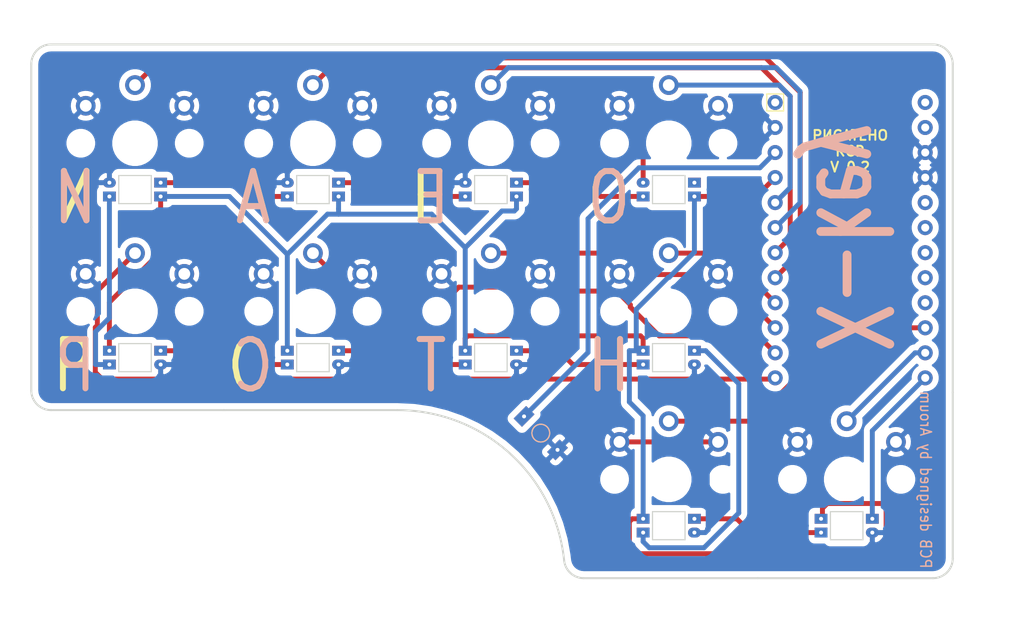
<source format=kicad_pcb>
(kicad_pcb (version 20171130) (host pcbnew "(5.1.10)-1")

  (general
    (thickness 1.6)
    (drawings 35)
    (tracks 150)
    (zones 0)
    (modules 22)
    (nets 24)
  )

  (page User 150.012 140.005)
  (title_block
    (title "РИСАТЕНО")
    (date 2021-06-23)
    (rev 0.2_RGB)
    (company Aroum)
  )

  (layers
    (0 F.Cu signal)
    (31 B.Cu signal)
    (32 B.Adhes user)
    (33 F.Adhes user)
    (34 B.Paste user)
    (35 F.Paste user)
    (36 B.SilkS user)
    (37 F.SilkS user)
    (38 B.Mask user)
    (39 F.Mask user)
    (40 Dwgs.User user)
    (41 Cmts.User user)
    (42 Eco1.User user)
    (43 Eco2.User user)
    (44 Edge.Cuts user)
    (45 Margin user)
    (46 B.CrtYd user)
    (47 F.CrtYd user)
    (48 B.Fab user)
    (49 F.Fab user)
  )

  (setup
    (last_trace_width 0.5)
    (user_trace_width 0.25)
    (user_trace_width 0.5)
    (trace_clearance 0.5)
    (zone_clearance 0.608)
    (zone_45_only no)
    (trace_min 0.15)
    (via_size 0.6)
    (via_drill 0.4)
    (via_min_size 0.4)
    (via_min_drill 0.3)
    (user_via 0.6 0.4)
    (uvia_size 0.3)
    (uvia_drill 0.1)
    (uvias_allowed no)
    (uvia_min_size 0.2)
    (uvia_min_drill 0.1)
    (edge_width 0.15)
    (segment_width 0.1)
    (pcb_text_width 0.3)
    (pcb_text_size 1.5 1.5)
    (mod_edge_width 0.15)
    (mod_text_size 1 1)
    (mod_text_width 0.15)
    (pad_size 0.975 0.95)
    (pad_drill 0)
    (pad_to_mask_clearance 0.051)
    (solder_mask_min_width 0.25)
    (aux_axis_origin 291.3875 36.175)
    (visible_elements 7FFDEFFF)
    (pcbplotparams
      (layerselection 0x010fc_ffffffff)
      (usegerberextensions true)
      (usegerberattributes false)
      (usegerberadvancedattributes false)
      (creategerberjobfile false)
      (excludeedgelayer true)
      (linewidth 0.100000)
      (plotframeref false)
      (viasonmask false)
      (mode 1)
      (useauxorigin false)
      (hpglpennumber 1)
      (hpglpenspeed 20)
      (hpglpendiameter 15.000000)
      (psnegative false)
      (psa4output false)
      (plotreference true)
      (plotvalue false)
      (plotinvisibletext false)
      (padsonsilk false)
      (subtractmaskfromsilk true)
      (outputformat 1)
      (mirror false)
      (drillshape 0)
      (scaleselection 1)
      (outputdirectory "gerber/"))
  )

  (net 0 "")
  (net 1 GND)
  (net 2 reset)
  (net 3 R1C1)
  (net 4 R1C2)
  (net 5 R1C3)
  (net 6 R1C4)
  (net 7 R2C1)
  (net 8 R2C2)
  (net 9 R2C3)
  (net 10 R2C4)
  (net 11 R3C4)
  (net 12 R3C5)
  (net 13 VCC)
  (net 14 LED)
  (net 15 "Net-(LED10-Pad4)")
  (net 16 "Net-(LED1-Pad2)")
  (net 17 "Net-(LED2-Pad2)")
  (net 18 "Net-(LED3-Pad2)")
  (net 19 "Net-(LED4-Pad2)")
  (net 20 "Net-(LED5-Pad2)")
  (net 21 "Net-(LED6-Pad2)")
  (net 22 "Net-(LED7-Pad2)")
  (net 23 "Net-(LED8-Pad2)")

  (net_class Default "これは標準のネット クラスです。"
    (clearance 0.5)
    (trace_width 0.5)
    (via_dia 0.6)
    (via_drill 0.4)
    (uvia_dia 0.3)
    (uvia_drill 0.1)
    (diff_pair_width 0.25)
    (diff_pair_gap 0.25)
    (add_net GND)
    (add_net LED)
    (add_net "Net-(LED1-Pad2)")
    (add_net "Net-(LED10-Pad4)")
    (add_net "Net-(LED2-Pad2)")
    (add_net "Net-(LED3-Pad2)")
    (add_net "Net-(LED4-Pad2)")
    (add_net "Net-(LED5-Pad2)")
    (add_net "Net-(LED6-Pad2)")
    (add_net "Net-(LED7-Pad2)")
    (add_net "Net-(LED8-Pad2)")
    (add_net R1C1)
    (add_net R1C2)
    (add_net R1C3)
    (add_net R1C4)
    (add_net R2C1)
    (add_net R2C2)
    (add_net R2C3)
    (add_net R2C4)
    (add_net R3C4)
    (add_net R3C5)
    (add_net VCC)
    (add_net reset)
  )

  (module PNCATEHO:ProMicro_duplex (layer F.Cu) (tedit 611284FA) (tstamp 60D59DF1)
    (at 112.16 46.209)
    (path /60D4AD11)
    (fp_text reference U1 (at 0 -5 270) (layer F.SilkS) hide
      (effects (font (size 1 1) (thickness 0.15)))
    )
    (fp_text value ProMicro_r (at -0.1 0.05 90) (layer F.Fab) hide
      (effects (font (size 1 1) (thickness 0.15)))
    )
    (fp_line (start -8.4582 -13.6144) (end -8.4582 -15.3416) (layer F.SilkS) (width 0.12))
    (fp_line (start -6.7564 -15.3416) (end -8.4582 -15.3416) (layer F.SilkS) (width 0.12))
    (fp_line (start -6.7564 -13.6144) (end -6.7564 -15.3416) (layer F.SilkS) (width 0.12))
    (fp_line (start -8.4582 -13.6144) (end -6.7564 -13.6144) (layer F.SilkS) (width 0.12))
    (fp_line (start 8.75 14.6) (end 7.89 14.6) (layer Dwgs.User) (width 0.15))
    (fp_line (start -8.75 14.6) (end -7.9 14.6) (layer Dwgs.User) (width 0.15))
    (fp_line (start 8.75 13.75) (end 8.75 14.6) (layer Dwgs.User) (width 0.15))
    (fp_line (start -8.75 13.7) (end -8.75 14.6) (layer Dwgs.User) (width 0.15))
    (fp_line (start 8.75 -15.6) (end 7.95 -15.6) (layer Dwgs.User) (width 0.15))
    (fp_line (start -8.75 -15.6) (end -7.9 -15.6) (layer Dwgs.User) (width 0.15))
    (fp_line (start 8.75 -15.6) (end 8.75 -14.75) (layer Dwgs.User) (width 0.15))
    (fp_line (start -8.75 -15.6) (end -8.75 -14.75) (layer Dwgs.User) (width 0.15))
    (fp_line (start -8.9 14.75) (end -8.9 -18.3) (layer Eco1.User) (width 0.15))
    (fp_line (start 8.9 14.75) (end -8.9 14.75) (layer Eco1.User) (width 0.15))
    (fp_line (start 8.9 -18.3) (end 8.9 14.75) (layer Eco1.User) (width 0.15))
    (fp_line (start -8.9 -18.3) (end -3.75 -18.3) (layer Eco1.User) (width 0.15))
    (fp_line (start -3.75 -19.6) (end 3.75 -19.6) (layer F.Fab) (width 0.15))
    (fp_line (start 3.75 -19.6) (end 3.75 -18.3) (layer F.Fab) (width 0.15))
    (fp_line (start -3.75 -19.6) (end -3.75 -18.299039) (layer F.Fab) (width 0.15))
    (fp_line (start -3.75 -18.3) (end 3.75 -18.3) (layer Eco1.User) (width 0.15))
    (fp_line (start 3.76 -18.3) (end 8.9 -18.3) (layer Eco1.User) (width 0.15))
    (fp_line (start -3.75 -21.2) (end -3.75 -19.9) (layer Dwgs.User) (width 0.15))
    (fp_line (start -3.75 -19.9) (end 3.75 -19.9) (layer Dwgs.User) (width 0.15))
    (fp_line (start 3.75 -19.9) (end 3.75 -21.2) (layer Dwgs.User) (width 0.15))
    (fp_line (start 3.75 -21.2) (end -3.75 -21.2) (layer Dwgs.User) (width 0.15))
    (fp_line (start -0.5 -20.85) (end 0.5 -20.85) (layer Dwgs.User) (width 0.15))
    (fp_line (start 0.5 -20.85) (end 0 -20.2) (layer Dwgs.User) (width 0.15))
    (fp_line (start 0 -20.2) (end -0.5 -20.85) (layer Dwgs.User) (width 0.15))
    (fp_line (start -0.35 -20.7) (end 0.35 -20.7) (layer Dwgs.User) (width 0.15))
    (fp_line (start -0.25 -20.55) (end 0.25 -20.55) (layer Dwgs.User) (width 0.15))
    (fp_line (start -0.15 -20.4) (end 0.15 -20.4) (layer Dwgs.User) (width 0.15))
    (fp_text user MicroUSB (at -0.05 -18.95) (layer Dwgs.User)
      (effects (font (size 0.75 0.75) (thickness 0.12)))
    )
    (fp_text user B4/8 (at 4.705 10.8 unlocked) (layer Dwgs.User)
      (effects (font (size 0.75 0.67) (thickness 0.125)))
    )
    (fp_text user D2/RX1 (at 4.155 -11.9 unlocked) (layer Dwgs.User)
      (effects (font (size 0.75 0.67) (thickness 0.125)))
    )
    (fp_text user B5/9 (at 4.705 13.3 unlocked) (layer Dwgs.User)
      (effects (font (size 0.75 0.67) (thickness 0.125)))
    )
    (fp_text user C6/5 (at 4.705 3.15 unlocked) (layer Dwgs.User)
      (effects (font (size 0.75 0.67) (thickness 0.125)))
    )
    (fp_text user SCL/D0/3 (at 3.455 -1.9 unlocked) (layer Dwgs.User)
      (effects (font (size 0.75 0.67) (thickness 0.125)))
    )
    (fp_text user SDA/D1/2 (at 3.455 -4.4 unlocked) (layer Dwgs.User)
      (effects (font (size 0.75 0.67) (thickness 0.125)))
    )
    (fp_text user D4/4 (at 4.705 0.6 unlocked) (layer Dwgs.User)
      (effects (font (size 0.75 0.67) (thickness 0.125)))
    )
    (fp_text user D3/TX0 (at 4.155 -14.45 unlocked) (layer Dwgs.User)
      (effects (font (size 0.75 0.67) (thickness 0.125)))
    )
    (fp_text user GND (at 4.955 -6.9 unlocked) (layer Dwgs.User)
      (effects (font (size 0.75 0.67) (thickness 0.125)))
    )
    (fp_text user GND (at 4.955 -9.35 unlocked) (layer Dwgs.User)
      (effects (font (size 0.75 0.67) (thickness 0.125)))
    )
    (fp_text user D7/6 (at 4.705 5.7 unlocked) (layer Dwgs.User)
      (effects (font (size 0.75 0.67) (thickness 0.125)))
    )
    (fp_text user E6/7 (at 4.705 8.25 unlocked) (layer Dwgs.User)
      (effects (font (size 0.75 0.67) (thickness 0.125)))
    )
    (fp_text user 16/B2 (at -4.395 10.95 unlocked) (layer Dwgs.User)
      (effects (font (size 0.75 0.67) (thickness 0.125)))
    )
    (fp_text user 10/B6 (at -4.395 13.45 unlocked) (layer Dwgs.User)
      (effects (font (size 0.75 0.67) (thickness 0.125)))
    )
    (fp_text user 14/B3 (at -4.395 8.4 unlocked) (layer Dwgs.User)
      (effects (font (size 0.75 0.67) (thickness 0.125)))
    )
    (fp_text user 15/B1 (at -4.395 5.85 unlocked) (layer Dwgs.User)
      (effects (font (size 0.75 0.67) (thickness 0.125)))
    )
    (fp_text user A0/F7 (at -4.395 3.3 unlocked) (layer Dwgs.User)
      (effects (font (size 0.75 0.67) (thickness 0.125)))
    )
    (fp_text user A1/F6 (at -4.395 0.75 unlocked) (layer Dwgs.User)
      (effects (font (size 0.75 0.67) (thickness 0.125)))
    )
    (fp_text user A2/F5 (at -4.395 -1.75 unlocked) (layer Dwgs.User)
      (effects (font (size 0.75 0.67) (thickness 0.125)))
    )
    (fp_text user A3/F4 (at -4.395 -4.25 unlocked) (layer Dwgs.User)
      (effects (font (size 0.75 0.67) (thickness 0.125)))
    )
    (fp_text user VCC (at -4.995 -6.95 unlocked) (layer Dwgs.User)
      (effects (font (size 0.75 0.67) (thickness 0.125)))
    )
    (fp_text user RST (at -4.995 -9.4 unlocked) (layer Dwgs.User)
      (effects (font (size 0.75 0.67) (thickness 0.125)))
    )
    (fp_text user GND (at -4.995 -11.95 unlocked) (layer Dwgs.User)
      (effects (font (size 0.75 0.67) (thickness 0.125)))
    )
    (fp_text user RAW (at -4.995 -14.5 unlocked) (layer Dwgs.User)
      (effects (font (size 0.75 0.67) (thickness 0.125)))
    )
    (pad 1 thru_hole circle (at 7.6114 -14.478) (size 1.524 1.524) (drill 0.8128) (layers *.Cu *.Mask))
    (pad 2 thru_hole circle (at 7.6114 -11.938) (size 1.524 1.524) (drill 0.8128) (layers *.Cu *.Mask))
    (pad 3 thru_hole circle (at 7.6114 -9.398) (size 1.524 1.524) (drill 0.8128) (layers *.Cu *.Mask)
      (net 1 GND))
    (pad 4 thru_hole circle (at 7.6114 -6.858) (size 1.524 1.524) (drill 0.8128) (layers *.Cu *.Mask)
      (net 1 GND))
    (pad 5 thru_hole circle (at 7.6114 -4.318) (size 1.524 1.524) (drill 0.8128) (layers *.Cu *.Mask))
    (pad 6 thru_hole circle (at 7.6114 -1.778) (size 1.524 1.524) (drill 0.8128) (layers *.Cu *.Mask))
    (pad 7 thru_hole circle (at 7.6114 0.762) (size 1.524 1.524) (drill 0.8128) (layers *.Cu *.Mask))
    (pad 8 thru_hole circle (at 7.6114 3.302) (size 1.524 1.524) (drill 0.8128) (layers *.Cu *.Mask))
    (pad 9 thru_hole circle (at 7.6114 5.842) (size 1.524 1.524) (drill 0.8128) (layers *.Cu *.Mask))
    (pad 10 thru_hole circle (at 7.6114 8.382) (size 1.524 1.524) (drill 0.8128) (layers *.Cu *.Mask)
      (net 11 R3C4))
    (pad 11 thru_hole circle (at 7.6114 10.922) (size 1.524 1.524) (drill 0.8128) (layers *.Cu *.Mask)
      (net 12 R3C5))
    (pad 12 thru_hole circle (at 7.6114 13.462) (size 1.524 1.524) (drill 0.8128) (layers *.Cu *.Mask)
      (net 14 LED))
    (pad 13 thru_hole circle (at -7.6086 13.462) (size 1.524 1.524) (drill 0.8128) (layers *.Cu *.Mask)
      (net 7 R2C1))
    (pad 14 thru_hole circle (at -7.6086 10.922) (size 1.524 1.524) (drill 0.8128) (layers *.Cu *.Mask)
      (net 8 R2C2))
    (pad 15 thru_hole circle (at -7.6086 8.382) (size 1.524 1.524) (drill 0.8128) (layers *.Cu *.Mask)
      (net 9 R2C3))
    (pad 16 thru_hole circle (at -7.6086 5.842) (size 1.524 1.524) (drill 0.8128) (layers *.Cu *.Mask)
      (net 10 R2C4))
    (pad 17 thru_hole circle (at -7.6086 3.302) (size 1.524 1.524) (drill 0.8128) (layers *.Cu *.Mask)
      (net 3 R1C1))
    (pad 18 thru_hole circle (at -7.6086 0.762) (size 1.524 1.524) (drill 0.8128) (layers *.Cu *.Mask)
      (net 4 R1C2))
    (pad 19 thru_hole circle (at -7.6086 -1.778) (size 1.524 1.524) (drill 0.8128) (layers *.Cu *.Mask)
      (net 5 R1C3))
    (pad 20 thru_hole circle (at -7.6086 -4.318) (size 1.524 1.524) (drill 0.8128) (layers *.Cu *.Mask)
      (net 6 R1C4))
    (pad 21 thru_hole circle (at -7.6086 -6.858) (size 1.524 1.524) (drill 0.8128) (layers *.Cu *.Mask)
      (net 13 VCC))
    (pad 22 thru_hole circle (at -7.6086 -9.398) (size 1.524 1.524) (drill 0.8128) (layers *.Cu *.Mask)
      (net 2 reset))
    (pad 23 thru_hole circle (at -7.6086 -11.938) (size 1.524 1.524) (drill 0.8128) (layers *.Cu *.Mask)
      (net 1 GND))
    (pad 24 thru_hole circle (at -7.6086 -14.478 90) (size 1.524 1.524) (drill 0.8128) (layers *.Cu *.Mask))
    (model ../PNCATEHO_lib/kicad-packages3D/kbd.3dshapes/ProMicro.step
      (offset (xyz 0 1.8 2.5))
      (scale (xyz 1 1 1))
      (rotate (xyz 0 180 0))
    )
  )

  (module PNCATEHO:ChocV1_duplex (layer F.Cu) (tedit 6112E63D) (tstamp 60D59FCB)
    (at 111.806 69.968)
    (path /5A5E37B0)
    (fp_text reference SW10 (at -5.842 -3.8735 180) (layer Dwgs.User) hide
      (effects (font (size 1 1) (thickness 0.15)))
    )
    (fp_text value SW_PUSH (at 0.1905 -2.7305 180) (layer Dwgs.User) hide
      (effects (font (size 0.5 0.5) (thickness 0.125)))
    )
    (fp_line (start 9.025 8.525) (end -9.025 8.525) (layer Eco1.User) (width 0.12))
    (fp_line (start -9.025 8.525) (end -9.025 -8.525) (layer Eco1.User) (width 0.12))
    (fp_line (start 9.025 -8.525) (end 9.025 8.525) (layer Eco1.User) (width 0.12))
    (fp_line (start -9.025 -8.525) (end 9.025 -8.525) (layer Eco1.User) (width 0.12))
    (fp_line (start -2.65 3.075) (end 2.65 3.075) (layer Eco1.User) (width 0.12))
    (fp_line (start -2.65 6.325) (end 2.65 6.325) (layer Eco1.User) (width 0.12))
    (fp_line (start 6.9 6.9) (end 6.9 6) (layer Dwgs.User) (width 0.15))
    (fp_line (start 6 6.9) (end 6.9 6.9) (layer Dwgs.User) (width 0.15))
    (fp_line (start -6.9 -6.9) (end -6 -6.9) (layer Dwgs.User) (width 0.15))
    (fp_line (start -6.9 -6) (end -6.9 -6.9) (layer Dwgs.User) (width 0.15))
    (fp_line (start -2.65 6.325) (end -2.65 3.075) (layer Eco1.User) (width 0.12))
    (fp_line (start 2.65 6.325) (end 2.65 3.075) (layer Eco1.User) (width 0.12))
    (pad 2 thru_hole circle (at -5 -3.8) (size 2 2) (drill 1.2) (layers *.Cu *.Mask)
      (net 1 GND))
    (pad 1 thru_hole circle (at 0 -5.9) (size 2 2) (drill 1.2) (layers *.Cu *.Mask)
      (net 12 R3C5))
    (pad "" np_thru_hole circle (at 5.5 0 90) (size 1.7 1.7) (drill 1.7) (layers *.Cu *.Mask))
    (pad "" np_thru_hole circle (at -5.5 0 90) (size 1.7 1.7) (drill 1.7) (layers *.Cu *.Mask))
    (pad "" np_thru_hole circle (at 0 0 90) (size 3.4 3.4) (drill 3.4) (layers *.Cu *.Mask))
    (pad 2 thru_hole circle (at 5 -3.8) (size 2 2) (drill 1.2) (layers *.Cu *.Mask)
      (net 1 GND))
    (model ../PNCATEHO_lib/kicad-packages3D/kbd.3dshapes/kailh_choc.step
      (offset (xyz 0 0 0.02))
      (scale (xyz 1 1 1))
      (rotate (xyz 0 0 0))
    )
    (model "../PNCATEHO_lib/kicad-packages3D/kbd.3dshapes/Kailh Choc FunkMonk 1u.step"
      (offset (xyz 0 0 2.2))
      (scale (xyz 0.9777 0.9218 1))
      (rotate (xyz 0 0 0))
    )
  )

  (module PNCATEHO:ChocV1_duplex (layer F.Cu) (tedit 6112E63D) (tstamp 60D59FDF)
    (at 93.756 69.968)
    (path /5A5E37A4)
    (fp_text reference SW9 (at -5.842 -3.8735 180) (layer Dwgs.User) hide
      (effects (font (size 1 1) (thickness 0.15)))
    )
    (fp_text value SW_PUSH (at 0.1905 -2.7305 180) (layer Dwgs.User) hide
      (effects (font (size 0.5 0.5) (thickness 0.125)))
    )
    (fp_line (start 9.025 8.525) (end -9.025 8.525) (layer Eco1.User) (width 0.12))
    (fp_line (start -9.025 8.525) (end -9.025 -8.525) (layer Eco1.User) (width 0.12))
    (fp_line (start 9.025 -8.525) (end 9.025 8.525) (layer Eco1.User) (width 0.12))
    (fp_line (start -9.025 -8.525) (end 9.025 -8.525) (layer Eco1.User) (width 0.12))
    (fp_line (start -2.65 3.075) (end 2.65 3.075) (layer Eco1.User) (width 0.12))
    (fp_line (start -2.65 6.325) (end 2.65 6.325) (layer Eco1.User) (width 0.12))
    (fp_line (start 6.9 6.9) (end 6.9 6) (layer Dwgs.User) (width 0.15))
    (fp_line (start 6 6.9) (end 6.9 6.9) (layer Dwgs.User) (width 0.15))
    (fp_line (start -6.9 -6.9) (end -6 -6.9) (layer Dwgs.User) (width 0.15))
    (fp_line (start -6.9 -6) (end -6.9 -6.9) (layer Dwgs.User) (width 0.15))
    (fp_line (start -2.65 6.325) (end -2.65 3.075) (layer Eco1.User) (width 0.12))
    (fp_line (start 2.65 6.325) (end 2.65 3.075) (layer Eco1.User) (width 0.12))
    (pad 2 thru_hole circle (at -5 -3.8) (size 2 2) (drill 1.2) (layers *.Cu *.Mask)
      (net 1 GND))
    (pad 1 thru_hole circle (at 0 -5.9) (size 2 2) (drill 1.2) (layers *.Cu *.Mask)
      (net 11 R3C4))
    (pad "" np_thru_hole circle (at 5.5 0 90) (size 1.7 1.7) (drill 1.7) (layers *.Cu *.Mask))
    (pad "" np_thru_hole circle (at -5.5 0 90) (size 1.7 1.7) (drill 1.7) (layers *.Cu *.Mask))
    (pad "" np_thru_hole circle (at 0 0 90) (size 3.4 3.4) (drill 3.4) (layers *.Cu *.Mask))
    (pad 2 thru_hole circle (at 5 -3.8) (size 2 2) (drill 1.2) (layers *.Cu *.Mask)
      (net 1 GND))
    (model ../PNCATEHO_lib/kicad-packages3D/kbd.3dshapes/kailh_choc.step
      (offset (xyz 0 0 0.02))
      (scale (xyz 1 1 1))
      (rotate (xyz 0 0 0))
    )
    (model "../PNCATEHO_lib/kicad-packages3D/kbd.3dshapes/Kailh Choc FunkMonk 1u.step"
      (offset (xyz 0 0 2.2))
      (scale (xyz 0.9777 0.9218 1))
      (rotate (xyz 0 0 0))
    )
  )

  (module PNCATEHO:ChocV1_duplex (layer F.Cu) (tedit 6112E63D) (tstamp 60D5A01B)
    (at 93.756 52.918)
    (path /5A5E35CF)
    (fp_text reference SW8 (at -5.842 -3.8735 180) (layer Dwgs.User) hide
      (effects (font (size 1 1) (thickness 0.15)))
    )
    (fp_text value SW_PUSH (at 0.1905 -2.7305 180) (layer Dwgs.User) hide
      (effects (font (size 0.5 0.5) (thickness 0.125)))
    )
    (fp_line (start 9.025 8.525) (end -9.025 8.525) (layer Eco1.User) (width 0.12))
    (fp_line (start -9.025 8.525) (end -9.025 -8.525) (layer Eco1.User) (width 0.12))
    (fp_line (start 9.025 -8.525) (end 9.025 8.525) (layer Eco1.User) (width 0.12))
    (fp_line (start -9.025 -8.525) (end 9.025 -8.525) (layer Eco1.User) (width 0.12))
    (fp_line (start -2.65 3.075) (end 2.65 3.075) (layer Eco1.User) (width 0.12))
    (fp_line (start -2.65 6.325) (end 2.65 6.325) (layer Eco1.User) (width 0.12))
    (fp_line (start 6.9 6.9) (end 6.9 6) (layer Dwgs.User) (width 0.15))
    (fp_line (start 6 6.9) (end 6.9 6.9) (layer Dwgs.User) (width 0.15))
    (fp_line (start -6.9 -6.9) (end -6 -6.9) (layer Dwgs.User) (width 0.15))
    (fp_line (start -6.9 -6) (end -6.9 -6.9) (layer Dwgs.User) (width 0.15))
    (fp_line (start -2.65 6.325) (end -2.65 3.075) (layer Eco1.User) (width 0.12))
    (fp_line (start 2.65 6.325) (end 2.65 3.075) (layer Eco1.User) (width 0.12))
    (pad 2 thru_hole circle (at -5 -3.8) (size 2 2) (drill 1.2) (layers *.Cu *.Mask)
      (net 1 GND))
    (pad 1 thru_hole circle (at 0 -5.9) (size 2 2) (drill 1.2) (layers *.Cu *.Mask)
      (net 10 R2C4))
    (pad "" np_thru_hole circle (at 5.5 0 90) (size 1.7 1.7) (drill 1.7) (layers *.Cu *.Mask))
    (pad "" np_thru_hole circle (at -5.5 0 90) (size 1.7 1.7) (drill 1.7) (layers *.Cu *.Mask))
    (pad "" np_thru_hole circle (at 0 0 90) (size 3.4 3.4) (drill 3.4) (layers *.Cu *.Mask))
    (pad 2 thru_hole circle (at 5 -3.8) (size 2 2) (drill 1.2) (layers *.Cu *.Mask)
      (net 1 GND))
    (model ../PNCATEHO_lib/kicad-packages3D/kbd.3dshapes/kailh_choc.step
      (offset (xyz 0 0 0.02))
      (scale (xyz 1 1 1))
      (rotate (xyz 0 0 0))
    )
    (model "../PNCATEHO_lib/kicad-packages3D/kbd.3dshapes/Kailh Choc FunkMonk 1u.step"
      (offset (xyz 0 0 2.2))
      (scale (xyz 0.9777 0.9218 1))
      (rotate (xyz 0 0 0))
    )
  )

  (module PNCATEHO:ChocV1_duplex (layer F.Cu) (tedit 6112E63D) (tstamp 60D59FB7)
    (at 75.706 52.918)
    (path /5A5E35C9)
    (fp_text reference SW7 (at -5.842 -3.8735 180) (layer Dwgs.User) hide
      (effects (font (size 1 1) (thickness 0.15)))
    )
    (fp_text value SW_PUSH (at 0.1905 -2.7305 180) (layer Dwgs.User) hide
      (effects (font (size 0.5 0.5) (thickness 0.125)))
    )
    (fp_line (start 9.025 8.525) (end -9.025 8.525) (layer Eco1.User) (width 0.12))
    (fp_line (start -9.025 8.525) (end -9.025 -8.525) (layer Eco1.User) (width 0.12))
    (fp_line (start 9.025 -8.525) (end 9.025 8.525) (layer Eco1.User) (width 0.12))
    (fp_line (start -9.025 -8.525) (end 9.025 -8.525) (layer Eco1.User) (width 0.12))
    (fp_line (start -2.65 3.075) (end 2.65 3.075) (layer Eco1.User) (width 0.12))
    (fp_line (start -2.65 6.325) (end 2.65 6.325) (layer Eco1.User) (width 0.12))
    (fp_line (start 6.9 6.9) (end 6.9 6) (layer Dwgs.User) (width 0.15))
    (fp_line (start 6 6.9) (end 6.9 6.9) (layer Dwgs.User) (width 0.15))
    (fp_line (start -6.9 -6.9) (end -6 -6.9) (layer Dwgs.User) (width 0.15))
    (fp_line (start -6.9 -6) (end -6.9 -6.9) (layer Dwgs.User) (width 0.15))
    (fp_line (start -2.65 6.325) (end -2.65 3.075) (layer Eco1.User) (width 0.12))
    (fp_line (start 2.65 6.325) (end 2.65 3.075) (layer Eco1.User) (width 0.12))
    (pad 2 thru_hole circle (at -5 -3.8) (size 2 2) (drill 1.2) (layers *.Cu *.Mask)
      (net 1 GND))
    (pad 1 thru_hole circle (at 0 -5.9) (size 2 2) (drill 1.2) (layers *.Cu *.Mask)
      (net 9 R2C3))
    (pad "" np_thru_hole circle (at 5.5 0 90) (size 1.7 1.7) (drill 1.7) (layers *.Cu *.Mask))
    (pad "" np_thru_hole circle (at -5.5 0 90) (size 1.7 1.7) (drill 1.7) (layers *.Cu *.Mask))
    (pad "" np_thru_hole circle (at 0 0 90) (size 3.4 3.4) (drill 3.4) (layers *.Cu *.Mask))
    (pad 2 thru_hole circle (at 5 -3.8) (size 2 2) (drill 1.2) (layers *.Cu *.Mask)
      (net 1 GND))
    (model ../PNCATEHO_lib/kicad-packages3D/kbd.3dshapes/kailh_choc.step
      (offset (xyz 0 0 0.02))
      (scale (xyz 1 1 1))
      (rotate (xyz 0 0 0))
    )
    (model "../PNCATEHO_lib/kicad-packages3D/kbd.3dshapes/Kailh Choc FunkMonk 1u.step"
      (offset (xyz 0 0 2.2))
      (scale (xyz 0.9777 0.9218 1))
      (rotate (xyz 0 0 0))
    )
  )

  (module PNCATEHO:ChocV1_duplex (layer F.Cu) (tedit 6112E63D) (tstamp 60D5A47B)
    (at 57.656 52.918)
    (path /5A5E35BD)
    (fp_text reference SW6 (at -5.842 -3.8735 180) (layer Dwgs.User) hide
      (effects (font (size 1 1) (thickness 0.15)))
    )
    (fp_text value SW_PUSH (at 0.1905 -2.7305 180) (layer Dwgs.User) hide
      (effects (font (size 0.5 0.5) (thickness 0.125)))
    )
    (fp_line (start 9.025 8.525) (end -9.025 8.525) (layer Eco1.User) (width 0.12))
    (fp_line (start -9.025 8.525) (end -9.025 -8.525) (layer Eco1.User) (width 0.12))
    (fp_line (start 9.025 -8.525) (end 9.025 8.525) (layer Eco1.User) (width 0.12))
    (fp_line (start -9.025 -8.525) (end 9.025 -8.525) (layer Eco1.User) (width 0.12))
    (fp_line (start -2.65 3.075) (end 2.65 3.075) (layer Eco1.User) (width 0.12))
    (fp_line (start -2.65 6.325) (end 2.65 6.325) (layer Eco1.User) (width 0.12))
    (fp_line (start 6.9 6.9) (end 6.9 6) (layer Dwgs.User) (width 0.15))
    (fp_line (start 6 6.9) (end 6.9 6.9) (layer Dwgs.User) (width 0.15))
    (fp_line (start -6.9 -6.9) (end -6 -6.9) (layer Dwgs.User) (width 0.15))
    (fp_line (start -6.9 -6) (end -6.9 -6.9) (layer Dwgs.User) (width 0.15))
    (fp_line (start -2.65 6.325) (end -2.65 3.075) (layer Eco1.User) (width 0.12))
    (fp_line (start 2.65 6.325) (end 2.65 3.075) (layer Eco1.User) (width 0.12))
    (pad 2 thru_hole circle (at -5 -3.8) (size 2 2) (drill 1.2) (layers *.Cu *.Mask)
      (net 1 GND))
    (pad 1 thru_hole circle (at 0 -5.9) (size 2 2) (drill 1.2) (layers *.Cu *.Mask)
      (net 8 R2C2))
    (pad "" np_thru_hole circle (at 5.5 0 90) (size 1.7 1.7) (drill 1.7) (layers *.Cu *.Mask))
    (pad "" np_thru_hole circle (at -5.5 0 90) (size 1.7 1.7) (drill 1.7) (layers *.Cu *.Mask))
    (pad "" np_thru_hole circle (at 0 0 90) (size 3.4 3.4) (drill 3.4) (layers *.Cu *.Mask))
    (pad 2 thru_hole circle (at 5 -3.8) (size 2 2) (drill 1.2) (layers *.Cu *.Mask)
      (net 1 GND))
    (model ../PNCATEHO_lib/kicad-packages3D/kbd.3dshapes/kailh_choc.step
      (offset (xyz 0 0 0.02))
      (scale (xyz 1 1 1))
      (rotate (xyz 0 0 0))
    )
    (model "../PNCATEHO_lib/kicad-packages3D/kbd.3dshapes/Kailh Choc FunkMonk 1u.step"
      (offset (xyz 0 0 2.2))
      (scale (xyz 0.9777 0.9218 1))
      (rotate (xyz 0 0 0))
    )
  )

  (module PNCATEHO:ChocV1_duplex (layer F.Cu) (tedit 6112E63D) (tstamp 60D5A113)
    (at 39.606 52.918)
    (path /5A5E35B1)
    (fp_text reference SW5 (at -5.842 -3.8735 180) (layer Dwgs.User) hide
      (effects (font (size 1 1) (thickness 0.15)))
    )
    (fp_text value SW_PUSH (at 0.1905 -2.7305 180) (layer Dwgs.User) hide
      (effects (font (size 0.5 0.5) (thickness 0.125)))
    )
    (fp_line (start 9.025 8.525) (end -9.025 8.525) (layer Eco1.User) (width 0.12))
    (fp_line (start -9.025 8.525) (end -9.025 -8.525) (layer Eco1.User) (width 0.12))
    (fp_line (start 9.025 -8.525) (end 9.025 8.525) (layer Eco1.User) (width 0.12))
    (fp_line (start -9.025 -8.525) (end 9.025 -8.525) (layer Eco1.User) (width 0.12))
    (fp_line (start -2.65 3.075) (end 2.65 3.075) (layer Eco1.User) (width 0.12))
    (fp_line (start -2.65 6.325) (end 2.65 6.325) (layer Eco1.User) (width 0.12))
    (fp_line (start 6.9 6.9) (end 6.9 6) (layer Dwgs.User) (width 0.15))
    (fp_line (start 6 6.9) (end 6.9 6.9) (layer Dwgs.User) (width 0.15))
    (fp_line (start -6.9 -6.9) (end -6 -6.9) (layer Dwgs.User) (width 0.15))
    (fp_line (start -6.9 -6) (end -6.9 -6.9) (layer Dwgs.User) (width 0.15))
    (fp_line (start -2.65 6.325) (end -2.65 3.075) (layer Eco1.User) (width 0.12))
    (fp_line (start 2.65 6.325) (end 2.65 3.075) (layer Eco1.User) (width 0.12))
    (pad 2 thru_hole circle (at -5 -3.8) (size 2 2) (drill 1.2) (layers *.Cu *.Mask)
      (net 1 GND))
    (pad 1 thru_hole circle (at 0 -5.9) (size 2 2) (drill 1.2) (layers *.Cu *.Mask)
      (net 7 R2C1))
    (pad "" np_thru_hole circle (at 5.5 0 90) (size 1.7 1.7) (drill 1.7) (layers *.Cu *.Mask))
    (pad "" np_thru_hole circle (at -5.5 0 90) (size 1.7 1.7) (drill 1.7) (layers *.Cu *.Mask))
    (pad "" np_thru_hole circle (at 0 0 90) (size 3.4 3.4) (drill 3.4) (layers *.Cu *.Mask))
    (pad 2 thru_hole circle (at 5 -3.8) (size 2 2) (drill 1.2) (layers *.Cu *.Mask)
      (net 1 GND))
    (model ../PNCATEHO_lib/kicad-packages3D/kbd.3dshapes/kailh_choc.step
      (offset (xyz 0 0 0.02))
      (scale (xyz 1 1 1))
      (rotate (xyz 0 0 0))
    )
    (model "../PNCATEHO_lib/kicad-packages3D/kbd.3dshapes/Kailh Choc FunkMonk 1u.step"
      (offset (xyz 0 0 2.2))
      (scale (xyz 0.9777 0.9218 1))
      (rotate (xyz 0 0 0))
    )
  )

  (module PNCATEHO:ChocV1_duplex (layer F.Cu) (tedit 6112E63D) (tstamp 60D5A043)
    (at 93.756 35.868)
    (path /5A5E2D44)
    (fp_text reference SW4 (at -5.842 -3.8735 180) (layer Dwgs.User) hide
      (effects (font (size 1 1) (thickness 0.15)))
    )
    (fp_text value SW_PUSH (at 0.1905 -2.7305 180) (layer Dwgs.User) hide
      (effects (font (size 0.5 0.5) (thickness 0.125)))
    )
    (fp_line (start 9.025 8.525) (end -9.025 8.525) (layer Eco1.User) (width 0.12))
    (fp_line (start -9.025 8.525) (end -9.025 -8.525) (layer Eco1.User) (width 0.12))
    (fp_line (start 9.025 -8.525) (end 9.025 8.525) (layer Eco1.User) (width 0.12))
    (fp_line (start -9.025 -8.525) (end 9.025 -8.525) (layer Eco1.User) (width 0.12))
    (fp_line (start -2.65 3.075) (end 2.65 3.075) (layer Eco1.User) (width 0.12))
    (fp_line (start -2.65 6.325) (end 2.65 6.325) (layer Eco1.User) (width 0.12))
    (fp_line (start 6.9 6.9) (end 6.9 6) (layer Dwgs.User) (width 0.15))
    (fp_line (start 6 6.9) (end 6.9 6.9) (layer Dwgs.User) (width 0.15))
    (fp_line (start -6.9 -6.9) (end -6 -6.9) (layer Dwgs.User) (width 0.15))
    (fp_line (start -6.9 -6) (end -6.9 -6.9) (layer Dwgs.User) (width 0.15))
    (fp_line (start -2.65 6.325) (end -2.65 3.075) (layer Eco1.User) (width 0.12))
    (fp_line (start 2.65 6.325) (end 2.65 3.075) (layer Eco1.User) (width 0.12))
    (pad 2 thru_hole circle (at -5 -3.8) (size 2 2) (drill 1.2) (layers *.Cu *.Mask)
      (net 1 GND))
    (pad 1 thru_hole circle (at 0 -5.9) (size 2 2) (drill 1.2) (layers *.Cu *.Mask)
      (net 6 R1C4))
    (pad "" np_thru_hole circle (at 5.5 0 90) (size 1.7 1.7) (drill 1.7) (layers *.Cu *.Mask))
    (pad "" np_thru_hole circle (at -5.5 0 90) (size 1.7 1.7) (drill 1.7) (layers *.Cu *.Mask))
    (pad "" np_thru_hole circle (at 0 0 90) (size 3.4 3.4) (drill 3.4) (layers *.Cu *.Mask))
    (pad 2 thru_hole circle (at 5 -3.8) (size 2 2) (drill 1.2) (layers *.Cu *.Mask)
      (net 1 GND))
    (model ../PNCATEHO_lib/kicad-packages3D/kbd.3dshapes/kailh_choc.step
      (offset (xyz 0 0 0.02))
      (scale (xyz 1 1 1))
      (rotate (xyz 0 0 0))
    )
    (model "../PNCATEHO_lib/kicad-packages3D/kbd.3dshapes/Kailh Choc FunkMonk 1u.step"
      (offset (xyz 0 0 2.2))
      (scale (xyz 0.9777 0.9218 1))
      (rotate (xyz 0 0 0))
    )
  )

  (module PNCATEHO:ChocV1_duplex (layer F.Cu) (tedit 6112E63D) (tstamp 60D5A057)
    (at 75.706 35.868)
    (path /5A5E2D3E)
    (fp_text reference SW3 (at -5.842 -3.8735 180) (layer Dwgs.User) hide
      (effects (font (size 1 1) (thickness 0.15)))
    )
    (fp_text value SW_PUSH (at 0.1905 -2.7305 180) (layer Dwgs.User) hide
      (effects (font (size 0.5 0.5) (thickness 0.125)))
    )
    (fp_line (start 9.025 8.525) (end -9.025 8.525) (layer Eco1.User) (width 0.12))
    (fp_line (start -9.025 8.525) (end -9.025 -8.525) (layer Eco1.User) (width 0.12))
    (fp_line (start 9.025 -8.525) (end 9.025 8.525) (layer Eco1.User) (width 0.12))
    (fp_line (start -9.025 -8.525) (end 9.025 -8.525) (layer Eco1.User) (width 0.12))
    (fp_line (start -2.65 3.075) (end 2.65 3.075) (layer Eco1.User) (width 0.12))
    (fp_line (start -2.65 6.325) (end 2.65 6.325) (layer Eco1.User) (width 0.12))
    (fp_line (start 6.9 6.9) (end 6.9 6) (layer Dwgs.User) (width 0.15))
    (fp_line (start 6 6.9) (end 6.9 6.9) (layer Dwgs.User) (width 0.15))
    (fp_line (start -6.9 -6.9) (end -6 -6.9) (layer Dwgs.User) (width 0.15))
    (fp_line (start -6.9 -6) (end -6.9 -6.9) (layer Dwgs.User) (width 0.15))
    (fp_line (start -2.65 6.325) (end -2.65 3.075) (layer Eco1.User) (width 0.12))
    (fp_line (start 2.65 6.325) (end 2.65 3.075) (layer Eco1.User) (width 0.12))
    (pad 2 thru_hole circle (at -5 -3.8) (size 2 2) (drill 1.2) (layers *.Cu *.Mask)
      (net 1 GND))
    (pad 1 thru_hole circle (at 0 -5.9) (size 2 2) (drill 1.2) (layers *.Cu *.Mask)
      (net 5 R1C3))
    (pad "" np_thru_hole circle (at 5.5 0 90) (size 1.7 1.7) (drill 1.7) (layers *.Cu *.Mask))
    (pad "" np_thru_hole circle (at -5.5 0 90) (size 1.7 1.7) (drill 1.7) (layers *.Cu *.Mask))
    (pad "" np_thru_hole circle (at 0 0 90) (size 3.4 3.4) (drill 3.4) (layers *.Cu *.Mask))
    (pad 2 thru_hole circle (at 5 -3.8) (size 2 2) (drill 1.2) (layers *.Cu *.Mask)
      (net 1 GND))
    (model ../PNCATEHO_lib/kicad-packages3D/kbd.3dshapes/kailh_choc.step
      (offset (xyz 0 0 0.02))
      (scale (xyz 1 1 1))
      (rotate (xyz 0 0 0))
    )
    (model "../PNCATEHO_lib/kicad-packages3D/kbd.3dshapes/Kailh Choc FunkMonk 1u.step"
      (offset (xyz 0 0 2.2))
      (scale (xyz 0.9777 0.9218 1))
      (rotate (xyz 0 0 0))
    )
  )

  (module PNCATEHO:ChocV1_duplex (layer F.Cu) (tedit 6112E63D) (tstamp 60D5A177)
    (at 57.656 35.868)
    (path /5A5E2D32)
    (fp_text reference SW2 (at -5.842 -3.8735 180) (layer Dwgs.User) hide
      (effects (font (size 1 1) (thickness 0.15)))
    )
    (fp_text value SW_PUSH (at 0.1905 -2.7305 180) (layer Dwgs.User) hide
      (effects (font (size 0.5 0.5) (thickness 0.125)))
    )
    (fp_line (start 9.025 8.525) (end -9.025 8.525) (layer Eco1.User) (width 0.12))
    (fp_line (start -9.025 8.525) (end -9.025 -8.525) (layer Eco1.User) (width 0.12))
    (fp_line (start 9.025 -8.525) (end 9.025 8.525) (layer Eco1.User) (width 0.12))
    (fp_line (start -9.025 -8.525) (end 9.025 -8.525) (layer Eco1.User) (width 0.12))
    (fp_line (start -2.65 3.075) (end 2.65 3.075) (layer Eco1.User) (width 0.12))
    (fp_line (start -2.65 6.325) (end 2.65 6.325) (layer Eco1.User) (width 0.12))
    (fp_line (start 6.9 6.9) (end 6.9 6) (layer Dwgs.User) (width 0.15))
    (fp_line (start 6 6.9) (end 6.9 6.9) (layer Dwgs.User) (width 0.15))
    (fp_line (start -6.9 -6.9) (end -6 -6.9) (layer Dwgs.User) (width 0.15))
    (fp_line (start -6.9 -6) (end -6.9 -6.9) (layer Dwgs.User) (width 0.15))
    (fp_line (start -2.65 6.325) (end -2.65 3.075) (layer Eco1.User) (width 0.12))
    (fp_line (start 2.65 6.325) (end 2.65 3.075) (layer Eco1.User) (width 0.12))
    (pad 2 thru_hole circle (at -5 -3.8) (size 2 2) (drill 1.2) (layers *.Cu *.Mask)
      (net 1 GND))
    (pad 1 thru_hole circle (at 0 -5.9) (size 2 2) (drill 1.2) (layers *.Cu *.Mask)
      (net 4 R1C2))
    (pad "" np_thru_hole circle (at 5.5 0 90) (size 1.7 1.7) (drill 1.7) (layers *.Cu *.Mask))
    (pad "" np_thru_hole circle (at -5.5 0 90) (size 1.7 1.7) (drill 1.7) (layers *.Cu *.Mask))
    (pad "" np_thru_hole circle (at 0 0 90) (size 3.4 3.4) (drill 3.4) (layers *.Cu *.Mask))
    (pad 2 thru_hole circle (at 5 -3.8) (size 2 2) (drill 1.2) (layers *.Cu *.Mask)
      (net 1 GND))
    (model ../PNCATEHO_lib/kicad-packages3D/kbd.3dshapes/kailh_choc.step
      (offset (xyz 0 0 0.02))
      (scale (xyz 1 1 1))
      (rotate (xyz 0 0 0))
    )
    (model "../PNCATEHO_lib/kicad-packages3D/kbd.3dshapes/Kailh Choc FunkMonk 1u.step"
      (offset (xyz 0 0 2.2))
      (scale (xyz 0.9777 0.9218 1))
      (rotate (xyz 0 0 0))
    )
  )

  (module PNCATEHO:ChocV1_duplex (layer F.Cu) (tedit 6112E63D) (tstamp 60D5A13B)
    (at 39.606 35.868)
    (path /5A5E2D26)
    (fp_text reference SW1 (at -5.842 -3.8735 180) (layer Dwgs.User) hide
      (effects (font (size 1 1) (thickness 0.15)))
    )
    (fp_text value SW_PUSH (at 0.1905 -2.7305 180) (layer Dwgs.User) hide
      (effects (font (size 0.5 0.5) (thickness 0.125)))
    )
    (fp_line (start 9.025 8.525) (end -9.025 8.525) (layer Eco1.User) (width 0.12))
    (fp_line (start -9.025 8.525) (end -9.025 -8.525) (layer Eco1.User) (width 0.12))
    (fp_line (start 9.025 -8.525) (end 9.025 8.525) (layer Eco1.User) (width 0.12))
    (fp_line (start -9.025 -8.525) (end 9.025 -8.525) (layer Eco1.User) (width 0.12))
    (fp_line (start -2.65 3.075) (end 2.65 3.075) (layer Eco1.User) (width 0.12))
    (fp_line (start -2.65 6.325) (end 2.65 6.325) (layer Eco1.User) (width 0.12))
    (fp_line (start 6.9 6.9) (end 6.9 6) (layer Dwgs.User) (width 0.15))
    (fp_line (start 6 6.9) (end 6.9 6.9) (layer Dwgs.User) (width 0.15))
    (fp_line (start -6.9 -6.9) (end -6 -6.9) (layer Dwgs.User) (width 0.15))
    (fp_line (start -6.9 -6) (end -6.9 -6.9) (layer Dwgs.User) (width 0.15))
    (fp_line (start -2.65 6.325) (end -2.65 3.075) (layer Eco1.User) (width 0.12))
    (fp_line (start 2.65 6.325) (end 2.65 3.075) (layer Eco1.User) (width 0.12))
    (pad 2 thru_hole circle (at -5 -3.8) (size 2 2) (drill 1.2) (layers *.Cu *.Mask)
      (net 1 GND))
    (pad 1 thru_hole circle (at 0 -5.9) (size 2 2) (drill 1.2) (layers *.Cu *.Mask)
      (net 3 R1C1))
    (pad "" np_thru_hole circle (at 5.5 0 90) (size 1.7 1.7) (drill 1.7) (layers *.Cu *.Mask))
    (pad "" np_thru_hole circle (at -5.5 0 90) (size 1.7 1.7) (drill 1.7) (layers *.Cu *.Mask))
    (pad "" np_thru_hole circle (at 0 0 90) (size 3.4 3.4) (drill 3.4) (layers *.Cu *.Mask))
    (pad 2 thru_hole circle (at 5 -3.8) (size 2 2) (drill 1.2) (layers *.Cu *.Mask)
      (net 1 GND))
    (model ../PNCATEHO_lib/kicad-packages3D/kbd.3dshapes/kailh_choc.step
      (offset (xyz 0 0 0.02))
      (scale (xyz 1 1 1))
      (rotate (xyz 0 0 0))
    )
    (model "../PNCATEHO_lib/kicad-packages3D/kbd.3dshapes/Kailh Choc FunkMonk 1u.step"
      (offset (xyz 0 0 2.2))
      (scale (xyz 0.9777 0.9218 1))
      (rotate (xyz 0 0 0))
    )
  )

  (module PNCATEHO:SW_3x4x2_2legs_duplex (layer F.Cu) (tedit 6112D466) (tstamp 60D4B457)
    (at 80.772 65.278 315)
    (path /604AA1E3)
    (fp_text reference RSW1 (at 0 2.54 135) (layer Dwgs.User)
      (effects (font (size 1 1) (thickness 0.15)))
    )
    (fp_text value SW_PUSH (at 0 -2.286 135) (layer F.Fab)
      (effects (font (size 1 1) (thickness 0.15)))
    )
    (fp_line (start 1.95 1.5) (end -1.95 1.5) (layer Eco1.User) (width 0.12))
    (fp_line (start 1.95 -1.5) (end -1.95 -1.5) (layer Eco1.User) (width 0.12))
    (fp_line (start 1.95 1.5) (end 1.95 -1.5) (layer Eco1.User) (width 0.12))
    (fp_line (start -1.95 1.5) (end -1.95 -1.5) (layer Eco1.User) (width 0.12))
    (fp_circle (center 0 0) (end 0.9 0) (layer F.SilkS) (width 0.12))
    (fp_line (start 2.45 -0.7) (end 2.45 0.7) (layer Dwgs.User) (width 0.12))
    (fp_line (start 2.45 0.7) (end 2.032 0.7) (layer Dwgs.User) (width 0.12))
    (fp_line (start 2.45 -0.7) (end 2.032 -0.7) (layer Dwgs.User) (width 0.12))
    (fp_line (start -2.45 -0.7) (end -2 -0.7) (layer Dwgs.User) (width 0.12))
    (fp_line (start -2.45 0.7) (end -2.45 -0.7) (layer Dwgs.User) (width 0.12))
    (fp_line (start -2.45 0.7) (end -2.032 0.7) (layer Dwgs.User) (width 0.12))
    (fp_circle (center 0 0) (end 0.9 0) (layer B.SilkS) (width 0.12))
    (pad 2 thru_hole rect (at 2.4 0 315) (size 1.2 1.8) (drill 0.4) (layers *.Cu *.Mask)
      (net 1 GND))
    (pad 1 thru_hole rect (at -2.4 0 315) (size 1.2 1.8) (drill 0.4) (layers *.Cu *.Mask)
      (net 2 reset))
    (model ${KISYS3DMOD}/Button_Switch_SMD.3dshapes/SW_SPST_B3U-1000P.wrl
      (at (xyz 0 0 0))
      (scale (xyz 1.333 1.2 1.25))
      (rotate (xyz 0 0 0))
    )
  )

  (module PNCATEHO:YS-SK6812MINI-E_duplex (layer B.Cu) (tedit 6112D4C3) (tstamp 6107D19D)
    (at 93.756 40.568)
    (path /6111414F)
    (fp_text reference LED10 (at 0.1524 -0.1016 -180) (layer B.SilkS) hide
      (effects (font (size 0.5 0.5) (thickness 0.125)) (justify mirror))
    )
    (fp_text value YS-SK6812MINI-E (at 0 -2.2225 -180) (layer B.Fab) hide
      (effects (font (size 0.25 0.25) (thickness 0.0625)) (justify mirror))
    )
    (fp_line (start 1.65 1.425) (end -1.65 1.425) (layer Edge.Cuts) (width 0.12))
    (fp_line (start 1.65 -1.425) (end 1.65 1.425) (layer Edge.Cuts) (width 0.12))
    (fp_line (start -1.65 -1.425) (end 1.65 -1.425) (layer Edge.Cuts) (width 0.12))
    (fp_line (start -1.65 1.425) (end -1.65 -1.425) (layer Edge.Cuts) (width 0.12))
    (fp_line (start -1.6 -0.7) (end -0.8 -1.4) (layer Dwgs.User) (width 0.12))
    (fp_line (start 2.94 0.37) (end 2.94 1.05) (layer Dwgs.User) (width 0.12))
    (fp_line (start 2.94 1.05) (end 1.6 1.05) (layer Dwgs.User) (width 0.12))
    (fp_line (start 1.6 0.37) (end 2.94 0.37) (layer Dwgs.User) (width 0.12))
    (fp_line (start 2.94 -1.03) (end 2.94 -0.35) (layer Dwgs.User) (width 0.12))
    (fp_line (start 2.94 -0.35) (end 1.6 -0.35) (layer Dwgs.User) (width 0.12))
    (fp_line (start 1.6 -1.03) (end 2.94 -1.03) (layer Dwgs.User) (width 0.12))
    (fp_line (start -2.94 -0.35) (end -2.94 -1.03) (layer Dwgs.User) (width 0.12))
    (fp_line (start -2.94 -1.03) (end -1.6 -1.03) (layer Dwgs.User) (width 0.12))
    (fp_line (start -1.6 -0.35) (end -2.94 -0.35) (layer Dwgs.User) (width 0.12))
    (fp_line (start -2.94 0.37) (end -1.6 0.37) (layer Dwgs.User) (width 0.12))
    (fp_line (start -2.94 1.05) (end -2.94 0.37) (layer Dwgs.User) (width 0.12))
    (fp_line (start -1.6 1.05) (end -2.94 1.05) (layer Dwgs.User) (width 0.12))
    (fp_line (start 1.6 1.4) (end 1.6 -1.4) (layer Dwgs.User) (width 0.12))
    (fp_line (start -1.6 1.4) (end -1.6 -1.4) (layer Dwgs.User) (width 0.12))
    (fp_line (start -1.6 -1.4) (end 1.6 -1.4) (layer Dwgs.User) (width 0.12))
    (fp_line (start -1.6 1.4) (end 1.6 1.4) (layer Dwgs.User) (width 0.12))
    (pad 4 thru_hole rect (at -2.6 0.7) (size 1.3 1) (drill 0.4) (layers *.Cu *.Mask)
      (net 15 "Net-(LED10-Pad4)"))
    (pad 3 thru_hole oval (at -2.6 -0.7) (size 1.3 1) (drill 0.4) (layers *.Cu *.Mask)
      (net 1 GND))
    (pad 1 thru_hole rect (at 2.6 0.7) (size 1.3 1) (drill 0.4) (layers *.Cu *.Mask)
      (net 13 VCC))
    (pad 2 thru_hole rect (at 2.6 -0.7) (size 1.3 1) (drill 0.4) (layers *.Cu *.Mask))
    (model ../PNCATEHO_lib/kicad-packages3D/kbd.3dshapes/YS-SK6812MINI-E.step
      (at (xyz 0 0 0))
      (scale (xyz 1 1 1))
      (rotate (xyz 0 180 0))
    )
  )

  (module PNCATEHO:YS-SK6812MINI-E_duplex (layer B.Cu) (tedit 6112D4C3) (tstamp 6107D88E)
    (at 75.706 40.568)
    (path /61114155)
    (fp_text reference LED9 (at 0.1524 -0.1016 -180) (layer B.SilkS) hide
      (effects (font (size 0.5 0.5) (thickness 0.125)) (justify mirror))
    )
    (fp_text value YS-SK6812MINI-E (at 0 -2.2225 -180) (layer B.Fab) hide
      (effects (font (size 0.25 0.25) (thickness 0.0625)) (justify mirror))
    )
    (fp_line (start 1.65 1.425) (end -1.65 1.425) (layer Edge.Cuts) (width 0.12))
    (fp_line (start 1.65 -1.425) (end 1.65 1.425) (layer Edge.Cuts) (width 0.12))
    (fp_line (start -1.65 -1.425) (end 1.65 -1.425) (layer Edge.Cuts) (width 0.12))
    (fp_line (start -1.65 1.425) (end -1.65 -1.425) (layer Edge.Cuts) (width 0.12))
    (fp_line (start -1.6 -0.7) (end -0.8 -1.4) (layer Dwgs.User) (width 0.12))
    (fp_line (start 2.94 0.37) (end 2.94 1.05) (layer Dwgs.User) (width 0.12))
    (fp_line (start 2.94 1.05) (end 1.6 1.05) (layer Dwgs.User) (width 0.12))
    (fp_line (start 1.6 0.37) (end 2.94 0.37) (layer Dwgs.User) (width 0.12))
    (fp_line (start 2.94 -1.03) (end 2.94 -0.35) (layer Dwgs.User) (width 0.12))
    (fp_line (start 2.94 -0.35) (end 1.6 -0.35) (layer Dwgs.User) (width 0.12))
    (fp_line (start 1.6 -1.03) (end 2.94 -1.03) (layer Dwgs.User) (width 0.12))
    (fp_line (start -2.94 -0.35) (end -2.94 -1.03) (layer Dwgs.User) (width 0.12))
    (fp_line (start -2.94 -1.03) (end -1.6 -1.03) (layer Dwgs.User) (width 0.12))
    (fp_line (start -1.6 -0.35) (end -2.94 -0.35) (layer Dwgs.User) (width 0.12))
    (fp_line (start -2.94 0.37) (end -1.6 0.37) (layer Dwgs.User) (width 0.12))
    (fp_line (start -2.94 1.05) (end -2.94 0.37) (layer Dwgs.User) (width 0.12))
    (fp_line (start -1.6 1.05) (end -2.94 1.05) (layer Dwgs.User) (width 0.12))
    (fp_line (start 1.6 1.4) (end 1.6 -1.4) (layer Dwgs.User) (width 0.12))
    (fp_line (start -1.6 1.4) (end -1.6 -1.4) (layer Dwgs.User) (width 0.12))
    (fp_line (start -1.6 -1.4) (end 1.6 -1.4) (layer Dwgs.User) (width 0.12))
    (fp_line (start -1.6 1.4) (end 1.6 1.4) (layer Dwgs.User) (width 0.12))
    (pad 4 thru_hole rect (at -2.6 0.7) (size 1.3 1) (drill 0.4) (layers *.Cu *.Mask)
      (net 23 "Net-(LED8-Pad2)"))
    (pad 3 thru_hole oval (at -2.6 -0.7) (size 1.3 1) (drill 0.4) (layers *.Cu *.Mask)
      (net 1 GND))
    (pad 1 thru_hole rect (at 2.6 0.7) (size 1.3 1) (drill 0.4) (layers *.Cu *.Mask)
      (net 13 VCC))
    (pad 2 thru_hole rect (at 2.6 -0.7) (size 1.3 1) (drill 0.4) (layers *.Cu *.Mask)
      (net 15 "Net-(LED10-Pad4)"))
    (model ../PNCATEHO_lib/kicad-packages3D/kbd.3dshapes/YS-SK6812MINI-E.step
      (at (xyz 0 0 0))
      (scale (xyz 1 1 1))
      (rotate (xyz 0 180 0))
    )
  )

  (module PNCATEHO:YS-SK6812MINI-E_duplex (layer B.Cu) (tedit 6112D4C3) (tstamp 6107D871)
    (at 57.656 40.568)
    (path /6111415C)
    (fp_text reference LED8 (at 0.1524 -0.1016 -180) (layer B.SilkS) hide
      (effects (font (size 0.5 0.5) (thickness 0.125)) (justify mirror))
    )
    (fp_text value YS-SK6812MINI-E (at 0 -2.2225 -180) (layer B.Fab) hide
      (effects (font (size 0.25 0.25) (thickness 0.0625)) (justify mirror))
    )
    (fp_line (start 1.65 1.425) (end -1.65 1.425) (layer Edge.Cuts) (width 0.12))
    (fp_line (start 1.65 -1.425) (end 1.65 1.425) (layer Edge.Cuts) (width 0.12))
    (fp_line (start -1.65 -1.425) (end 1.65 -1.425) (layer Edge.Cuts) (width 0.12))
    (fp_line (start -1.65 1.425) (end -1.65 -1.425) (layer Edge.Cuts) (width 0.12))
    (fp_line (start -1.6 -0.7) (end -0.8 -1.4) (layer Dwgs.User) (width 0.12))
    (fp_line (start 2.94 0.37) (end 2.94 1.05) (layer Dwgs.User) (width 0.12))
    (fp_line (start 2.94 1.05) (end 1.6 1.05) (layer Dwgs.User) (width 0.12))
    (fp_line (start 1.6 0.37) (end 2.94 0.37) (layer Dwgs.User) (width 0.12))
    (fp_line (start 2.94 -1.03) (end 2.94 -0.35) (layer Dwgs.User) (width 0.12))
    (fp_line (start 2.94 -0.35) (end 1.6 -0.35) (layer Dwgs.User) (width 0.12))
    (fp_line (start 1.6 -1.03) (end 2.94 -1.03) (layer Dwgs.User) (width 0.12))
    (fp_line (start -2.94 -0.35) (end -2.94 -1.03) (layer Dwgs.User) (width 0.12))
    (fp_line (start -2.94 -1.03) (end -1.6 -1.03) (layer Dwgs.User) (width 0.12))
    (fp_line (start -1.6 -0.35) (end -2.94 -0.35) (layer Dwgs.User) (width 0.12))
    (fp_line (start -2.94 0.37) (end -1.6 0.37) (layer Dwgs.User) (width 0.12))
    (fp_line (start -2.94 1.05) (end -2.94 0.37) (layer Dwgs.User) (width 0.12))
    (fp_line (start -1.6 1.05) (end -2.94 1.05) (layer Dwgs.User) (width 0.12))
    (fp_line (start 1.6 1.4) (end 1.6 -1.4) (layer Dwgs.User) (width 0.12))
    (fp_line (start -1.6 1.4) (end -1.6 -1.4) (layer Dwgs.User) (width 0.12))
    (fp_line (start -1.6 -1.4) (end 1.6 -1.4) (layer Dwgs.User) (width 0.12))
    (fp_line (start -1.6 1.4) (end 1.6 1.4) (layer Dwgs.User) (width 0.12))
    (pad 4 thru_hole rect (at -2.6 0.7) (size 1.3 1) (drill 0.4) (layers *.Cu *.Mask)
      (net 22 "Net-(LED7-Pad2)"))
    (pad 3 thru_hole oval (at -2.6 -0.7) (size 1.3 1) (drill 0.4) (layers *.Cu *.Mask)
      (net 1 GND))
    (pad 1 thru_hole rect (at 2.6 0.7) (size 1.3 1) (drill 0.4) (layers *.Cu *.Mask)
      (net 13 VCC))
    (pad 2 thru_hole rect (at 2.6 -0.7) (size 1.3 1) (drill 0.4) (layers *.Cu *.Mask)
      (net 23 "Net-(LED8-Pad2)"))
    (model ../PNCATEHO_lib/kicad-packages3D/kbd.3dshapes/YS-SK6812MINI-E.step
      (at (xyz 0 0 0))
      (scale (xyz 1 1 1))
      (rotate (xyz 0 180 0))
    )
  )

  (module PNCATEHO:YS-SK6812MINI-E_duplex (layer B.Cu) (tedit 6112D4C3) (tstamp 6107D854)
    (at 39.606 40.568)
    (path /61114162)
    (fp_text reference LED7 (at 0.1524 -0.1016 -180) (layer B.SilkS) hide
      (effects (font (size 0.5 0.5) (thickness 0.125)) (justify mirror))
    )
    (fp_text value YS-SK6812MINI-E (at 0 -2.2225 -180) (layer B.Fab) hide
      (effects (font (size 0.25 0.25) (thickness 0.0625)) (justify mirror))
    )
    (fp_line (start 1.65 1.425) (end -1.65 1.425) (layer Edge.Cuts) (width 0.12))
    (fp_line (start 1.65 -1.425) (end 1.65 1.425) (layer Edge.Cuts) (width 0.12))
    (fp_line (start -1.65 -1.425) (end 1.65 -1.425) (layer Edge.Cuts) (width 0.12))
    (fp_line (start -1.65 1.425) (end -1.65 -1.425) (layer Edge.Cuts) (width 0.12))
    (fp_line (start -1.6 -0.7) (end -0.8 -1.4) (layer Dwgs.User) (width 0.12))
    (fp_line (start 2.94 0.37) (end 2.94 1.05) (layer Dwgs.User) (width 0.12))
    (fp_line (start 2.94 1.05) (end 1.6 1.05) (layer Dwgs.User) (width 0.12))
    (fp_line (start 1.6 0.37) (end 2.94 0.37) (layer Dwgs.User) (width 0.12))
    (fp_line (start 2.94 -1.03) (end 2.94 -0.35) (layer Dwgs.User) (width 0.12))
    (fp_line (start 2.94 -0.35) (end 1.6 -0.35) (layer Dwgs.User) (width 0.12))
    (fp_line (start 1.6 -1.03) (end 2.94 -1.03) (layer Dwgs.User) (width 0.12))
    (fp_line (start -2.94 -0.35) (end -2.94 -1.03) (layer Dwgs.User) (width 0.12))
    (fp_line (start -2.94 -1.03) (end -1.6 -1.03) (layer Dwgs.User) (width 0.12))
    (fp_line (start -1.6 -0.35) (end -2.94 -0.35) (layer Dwgs.User) (width 0.12))
    (fp_line (start -2.94 0.37) (end -1.6 0.37) (layer Dwgs.User) (width 0.12))
    (fp_line (start -2.94 1.05) (end -2.94 0.37) (layer Dwgs.User) (width 0.12))
    (fp_line (start -1.6 1.05) (end -2.94 1.05) (layer Dwgs.User) (width 0.12))
    (fp_line (start 1.6 1.4) (end 1.6 -1.4) (layer Dwgs.User) (width 0.12))
    (fp_line (start -1.6 1.4) (end -1.6 -1.4) (layer Dwgs.User) (width 0.12))
    (fp_line (start -1.6 -1.4) (end 1.6 -1.4) (layer Dwgs.User) (width 0.12))
    (fp_line (start -1.6 1.4) (end 1.6 1.4) (layer Dwgs.User) (width 0.12))
    (pad 4 thru_hole rect (at -2.6 0.7) (size 1.3 1) (drill 0.4) (layers *.Cu *.Mask)
      (net 21 "Net-(LED6-Pad2)"))
    (pad 3 thru_hole oval (at -2.6 -0.7) (size 1.3 1) (drill 0.4) (layers *.Cu *.Mask)
      (net 1 GND))
    (pad 1 thru_hole rect (at 2.6 0.7) (size 1.3 1) (drill 0.4) (layers *.Cu *.Mask)
      (net 13 VCC))
    (pad 2 thru_hole rect (at 2.6 -0.7) (size 1.3 1) (drill 0.4) (layers *.Cu *.Mask)
      (net 22 "Net-(LED7-Pad2)"))
    (model ../PNCATEHO_lib/kicad-packages3D/kbd.3dshapes/YS-SK6812MINI-E.step
      (at (xyz 0 0 0))
      (scale (xyz 1 1 1))
      (rotate (xyz 0 180 0))
    )
  )

  (module PNCATEHO:YS-SK6812MINI-E_duplex (layer B.Cu) (tedit 6112D4C3) (tstamp 6107D837)
    (at 39.606 57.618 180)
    (path /61111C89)
    (fp_text reference LED6 (at 0.1524 -0.1016 180) (layer B.SilkS) hide
      (effects (font (size 0.5 0.5) (thickness 0.125)) (justify mirror))
    )
    (fp_text value YS-SK6812MINI-E (at 0 -2.2225 180) (layer B.Fab) hide
      (effects (font (size 0.25 0.25) (thickness 0.0625)) (justify mirror))
    )
    (fp_line (start 1.65 1.425) (end -1.65 1.425) (layer Edge.Cuts) (width 0.12))
    (fp_line (start 1.65 -1.425) (end 1.65 1.425) (layer Edge.Cuts) (width 0.12))
    (fp_line (start -1.65 -1.425) (end 1.65 -1.425) (layer Edge.Cuts) (width 0.12))
    (fp_line (start -1.65 1.425) (end -1.65 -1.425) (layer Edge.Cuts) (width 0.12))
    (fp_line (start -1.6 -0.7) (end -0.8 -1.4) (layer Dwgs.User) (width 0.12))
    (fp_line (start 2.94 0.37) (end 2.94 1.05) (layer Dwgs.User) (width 0.12))
    (fp_line (start 2.94 1.05) (end 1.6 1.05) (layer Dwgs.User) (width 0.12))
    (fp_line (start 1.6 0.37) (end 2.94 0.37) (layer Dwgs.User) (width 0.12))
    (fp_line (start 2.94 -1.03) (end 2.94 -0.35) (layer Dwgs.User) (width 0.12))
    (fp_line (start 2.94 -0.35) (end 1.6 -0.35) (layer Dwgs.User) (width 0.12))
    (fp_line (start 1.6 -1.03) (end 2.94 -1.03) (layer Dwgs.User) (width 0.12))
    (fp_line (start -2.94 -0.35) (end -2.94 -1.03) (layer Dwgs.User) (width 0.12))
    (fp_line (start -2.94 -1.03) (end -1.6 -1.03) (layer Dwgs.User) (width 0.12))
    (fp_line (start -1.6 -0.35) (end -2.94 -0.35) (layer Dwgs.User) (width 0.12))
    (fp_line (start -2.94 0.37) (end -1.6 0.37) (layer Dwgs.User) (width 0.12))
    (fp_line (start -2.94 1.05) (end -2.94 0.37) (layer Dwgs.User) (width 0.12))
    (fp_line (start -1.6 1.05) (end -2.94 1.05) (layer Dwgs.User) (width 0.12))
    (fp_line (start 1.6 1.4) (end 1.6 -1.4) (layer Dwgs.User) (width 0.12))
    (fp_line (start -1.6 1.4) (end -1.6 -1.4) (layer Dwgs.User) (width 0.12))
    (fp_line (start -1.6 -1.4) (end 1.6 -1.4) (layer Dwgs.User) (width 0.12))
    (fp_line (start -1.6 1.4) (end 1.6 1.4) (layer Dwgs.User) (width 0.12))
    (pad 4 thru_hole rect (at -2.6 0.7 180) (size 1.3 1) (drill 0.4) (layers *.Cu *.Mask)
      (net 20 "Net-(LED5-Pad2)"))
    (pad 3 thru_hole oval (at -2.6 -0.7 180) (size 1.3 1) (drill 0.4) (layers *.Cu *.Mask)
      (net 1 GND))
    (pad 1 thru_hole rect (at 2.6 0.7 180) (size 1.3 1) (drill 0.4) (layers *.Cu *.Mask)
      (net 13 VCC))
    (pad 2 thru_hole rect (at 2.6 -0.7 180) (size 1.3 1) (drill 0.4) (layers *.Cu *.Mask)
      (net 21 "Net-(LED6-Pad2)"))
    (model ../PNCATEHO_lib/kicad-packages3D/kbd.3dshapes/YS-SK6812MINI-E.step
      (at (xyz 0 0 0))
      (scale (xyz 1 1 1))
      (rotate (xyz 0 180 0))
    )
  )

  (module PNCATEHO:YS-SK6812MINI-E_duplex (layer B.Cu) (tedit 6112D4C3) (tstamp 6107D81A)
    (at 57.656 57.618 180)
    (path /61111C83)
    (fp_text reference LED5 (at 0.1524 -0.1016 180) (layer B.SilkS) hide
      (effects (font (size 0.5 0.5) (thickness 0.125)) (justify mirror))
    )
    (fp_text value YS-SK6812MINI-E (at 0 -2.2225 180) (layer B.Fab) hide
      (effects (font (size 0.25 0.25) (thickness 0.0625)) (justify mirror))
    )
    (fp_line (start 1.65 1.425) (end -1.65 1.425) (layer Edge.Cuts) (width 0.12))
    (fp_line (start 1.65 -1.425) (end 1.65 1.425) (layer Edge.Cuts) (width 0.12))
    (fp_line (start -1.65 -1.425) (end 1.65 -1.425) (layer Edge.Cuts) (width 0.12))
    (fp_line (start -1.65 1.425) (end -1.65 -1.425) (layer Edge.Cuts) (width 0.12))
    (fp_line (start -1.6 -0.7) (end -0.8 -1.4) (layer Dwgs.User) (width 0.12))
    (fp_line (start 2.94 0.37) (end 2.94 1.05) (layer Dwgs.User) (width 0.12))
    (fp_line (start 2.94 1.05) (end 1.6 1.05) (layer Dwgs.User) (width 0.12))
    (fp_line (start 1.6 0.37) (end 2.94 0.37) (layer Dwgs.User) (width 0.12))
    (fp_line (start 2.94 -1.03) (end 2.94 -0.35) (layer Dwgs.User) (width 0.12))
    (fp_line (start 2.94 -0.35) (end 1.6 -0.35) (layer Dwgs.User) (width 0.12))
    (fp_line (start 1.6 -1.03) (end 2.94 -1.03) (layer Dwgs.User) (width 0.12))
    (fp_line (start -2.94 -0.35) (end -2.94 -1.03) (layer Dwgs.User) (width 0.12))
    (fp_line (start -2.94 -1.03) (end -1.6 -1.03) (layer Dwgs.User) (width 0.12))
    (fp_line (start -1.6 -0.35) (end -2.94 -0.35) (layer Dwgs.User) (width 0.12))
    (fp_line (start -2.94 0.37) (end -1.6 0.37) (layer Dwgs.User) (width 0.12))
    (fp_line (start -2.94 1.05) (end -2.94 0.37) (layer Dwgs.User) (width 0.12))
    (fp_line (start -1.6 1.05) (end -2.94 1.05) (layer Dwgs.User) (width 0.12))
    (fp_line (start 1.6 1.4) (end 1.6 -1.4) (layer Dwgs.User) (width 0.12))
    (fp_line (start -1.6 1.4) (end -1.6 -1.4) (layer Dwgs.User) (width 0.12))
    (fp_line (start -1.6 -1.4) (end 1.6 -1.4) (layer Dwgs.User) (width 0.12))
    (fp_line (start -1.6 1.4) (end 1.6 1.4) (layer Dwgs.User) (width 0.12))
    (pad 4 thru_hole rect (at -2.6 0.7 180) (size 1.3 1) (drill 0.4) (layers *.Cu *.Mask)
      (net 19 "Net-(LED4-Pad2)"))
    (pad 3 thru_hole oval (at -2.6 -0.7 180) (size 1.3 1) (drill 0.4) (layers *.Cu *.Mask)
      (net 1 GND))
    (pad 1 thru_hole rect (at 2.6 0.7 180) (size 1.3 1) (drill 0.4) (layers *.Cu *.Mask)
      (net 13 VCC))
    (pad 2 thru_hole rect (at 2.6 -0.7 180) (size 1.3 1) (drill 0.4) (layers *.Cu *.Mask)
      (net 20 "Net-(LED5-Pad2)"))
    (model ../PNCATEHO_lib/kicad-packages3D/kbd.3dshapes/YS-SK6812MINI-E.step
      (at (xyz 0 0 0))
      (scale (xyz 1 1 1))
      (rotate (xyz 0 180 0))
    )
  )

  (module PNCATEHO:YS-SK6812MINI-E_duplex (layer B.Cu) (tedit 6112D4C3) (tstamp 6107D7FD)
    (at 75.706 57.618 180)
    (path /6110F980)
    (fp_text reference LED4 (at 0.1524 -0.1016 180) (layer B.SilkS) hide
      (effects (font (size 0.5 0.5) (thickness 0.125)) (justify mirror))
    )
    (fp_text value YS-SK6812MINI-E (at 0 -2.2225 180) (layer B.Fab) hide
      (effects (font (size 0.25 0.25) (thickness 0.0625)) (justify mirror))
    )
    (fp_line (start 1.65 1.425) (end -1.65 1.425) (layer Edge.Cuts) (width 0.12))
    (fp_line (start 1.65 -1.425) (end 1.65 1.425) (layer Edge.Cuts) (width 0.12))
    (fp_line (start -1.65 -1.425) (end 1.65 -1.425) (layer Edge.Cuts) (width 0.12))
    (fp_line (start -1.65 1.425) (end -1.65 -1.425) (layer Edge.Cuts) (width 0.12))
    (fp_line (start -1.6 -0.7) (end -0.8 -1.4) (layer Dwgs.User) (width 0.12))
    (fp_line (start 2.94 0.37) (end 2.94 1.05) (layer Dwgs.User) (width 0.12))
    (fp_line (start 2.94 1.05) (end 1.6 1.05) (layer Dwgs.User) (width 0.12))
    (fp_line (start 1.6 0.37) (end 2.94 0.37) (layer Dwgs.User) (width 0.12))
    (fp_line (start 2.94 -1.03) (end 2.94 -0.35) (layer Dwgs.User) (width 0.12))
    (fp_line (start 2.94 -0.35) (end 1.6 -0.35) (layer Dwgs.User) (width 0.12))
    (fp_line (start 1.6 -1.03) (end 2.94 -1.03) (layer Dwgs.User) (width 0.12))
    (fp_line (start -2.94 -0.35) (end -2.94 -1.03) (layer Dwgs.User) (width 0.12))
    (fp_line (start -2.94 -1.03) (end -1.6 -1.03) (layer Dwgs.User) (width 0.12))
    (fp_line (start -1.6 -0.35) (end -2.94 -0.35) (layer Dwgs.User) (width 0.12))
    (fp_line (start -2.94 0.37) (end -1.6 0.37) (layer Dwgs.User) (width 0.12))
    (fp_line (start -2.94 1.05) (end -2.94 0.37) (layer Dwgs.User) (width 0.12))
    (fp_line (start -1.6 1.05) (end -2.94 1.05) (layer Dwgs.User) (width 0.12))
    (fp_line (start 1.6 1.4) (end 1.6 -1.4) (layer Dwgs.User) (width 0.12))
    (fp_line (start -1.6 1.4) (end -1.6 -1.4) (layer Dwgs.User) (width 0.12))
    (fp_line (start -1.6 -1.4) (end 1.6 -1.4) (layer Dwgs.User) (width 0.12))
    (fp_line (start -1.6 1.4) (end 1.6 1.4) (layer Dwgs.User) (width 0.12))
    (pad 4 thru_hole rect (at -2.6 0.7 180) (size 1.3 1) (drill 0.4) (layers *.Cu *.Mask)
      (net 18 "Net-(LED3-Pad2)"))
    (pad 3 thru_hole oval (at -2.6 -0.7 180) (size 1.3 1) (drill 0.4) (layers *.Cu *.Mask)
      (net 1 GND))
    (pad 1 thru_hole rect (at 2.6 0.7 180) (size 1.3 1) (drill 0.4) (layers *.Cu *.Mask)
      (net 13 VCC))
    (pad 2 thru_hole rect (at 2.6 -0.7 180) (size 1.3 1) (drill 0.4) (layers *.Cu *.Mask)
      (net 19 "Net-(LED4-Pad2)"))
    (model ../PNCATEHO_lib/kicad-packages3D/kbd.3dshapes/YS-SK6812MINI-E.step
      (at (xyz 0 0 0))
      (scale (xyz 1 1 1))
      (rotate (xyz 0 180 0))
    )
  )

  (module PNCATEHO:YS-SK6812MINI-E_duplex (layer B.Cu) (tedit 6112D4C3) (tstamp 6107D7E0)
    (at 93.756 57.618 180)
    (path /6110F97A)
    (fp_text reference LED3 (at 0.1524 -0.1016 180) (layer B.SilkS) hide
      (effects (font (size 0.5 0.5) (thickness 0.125)) (justify mirror))
    )
    (fp_text value YS-SK6812MINI-E (at 0 -2.2225 180) (layer B.Fab) hide
      (effects (font (size 0.25 0.25) (thickness 0.0625)) (justify mirror))
    )
    (fp_line (start 1.65 1.425) (end -1.65 1.425) (layer Edge.Cuts) (width 0.12))
    (fp_line (start 1.65 -1.425) (end 1.65 1.425) (layer Edge.Cuts) (width 0.12))
    (fp_line (start -1.65 -1.425) (end 1.65 -1.425) (layer Edge.Cuts) (width 0.12))
    (fp_line (start -1.65 1.425) (end -1.65 -1.425) (layer Edge.Cuts) (width 0.12))
    (fp_line (start -1.6 -0.7) (end -0.8 -1.4) (layer Dwgs.User) (width 0.12))
    (fp_line (start 2.94 0.37) (end 2.94 1.05) (layer Dwgs.User) (width 0.12))
    (fp_line (start 2.94 1.05) (end 1.6 1.05) (layer Dwgs.User) (width 0.12))
    (fp_line (start 1.6 0.37) (end 2.94 0.37) (layer Dwgs.User) (width 0.12))
    (fp_line (start 2.94 -1.03) (end 2.94 -0.35) (layer Dwgs.User) (width 0.12))
    (fp_line (start 2.94 -0.35) (end 1.6 -0.35) (layer Dwgs.User) (width 0.12))
    (fp_line (start 1.6 -1.03) (end 2.94 -1.03) (layer Dwgs.User) (width 0.12))
    (fp_line (start -2.94 -0.35) (end -2.94 -1.03) (layer Dwgs.User) (width 0.12))
    (fp_line (start -2.94 -1.03) (end -1.6 -1.03) (layer Dwgs.User) (width 0.12))
    (fp_line (start -1.6 -0.35) (end -2.94 -0.35) (layer Dwgs.User) (width 0.12))
    (fp_line (start -2.94 0.37) (end -1.6 0.37) (layer Dwgs.User) (width 0.12))
    (fp_line (start -2.94 1.05) (end -2.94 0.37) (layer Dwgs.User) (width 0.12))
    (fp_line (start -1.6 1.05) (end -2.94 1.05) (layer Dwgs.User) (width 0.12))
    (fp_line (start 1.6 1.4) (end 1.6 -1.4) (layer Dwgs.User) (width 0.12))
    (fp_line (start -1.6 1.4) (end -1.6 -1.4) (layer Dwgs.User) (width 0.12))
    (fp_line (start -1.6 -1.4) (end 1.6 -1.4) (layer Dwgs.User) (width 0.12))
    (fp_line (start -1.6 1.4) (end 1.6 1.4) (layer Dwgs.User) (width 0.12))
    (pad 4 thru_hole rect (at -2.6 0.7 180) (size 1.3 1) (drill 0.4) (layers *.Cu *.Mask)
      (net 17 "Net-(LED2-Pad2)"))
    (pad 3 thru_hole oval (at -2.6 -0.7 180) (size 1.3 1) (drill 0.4) (layers *.Cu *.Mask)
      (net 1 GND))
    (pad 1 thru_hole rect (at 2.6 0.7 180) (size 1.3 1) (drill 0.4) (layers *.Cu *.Mask)
      (net 13 VCC))
    (pad 2 thru_hole rect (at 2.6 -0.7 180) (size 1.3 1) (drill 0.4) (layers *.Cu *.Mask)
      (net 18 "Net-(LED3-Pad2)"))
    (model ../PNCATEHO_lib/kicad-packages3D/kbd.3dshapes/YS-SK6812MINI-E.step
      (at (xyz 0 0 0))
      (scale (xyz 1 1 1))
      (rotate (xyz 0 180 0))
    )
  )

  (module PNCATEHO:YS-SK6812MINI-E_duplex (layer B.Cu) (tedit 6112D4C3) (tstamp 6107D7C3)
    (at 93.756 74.668 180)
    (path /610FD4C0)
    (fp_text reference LED2 (at 0.1524 -0.1016 180) (layer B.SilkS) hide
      (effects (font (size 0.5 0.5) (thickness 0.125)) (justify mirror))
    )
    (fp_text value YS-SK6812MINI-E (at 0 -2.2225 180) (layer B.Fab) hide
      (effects (font (size 0.25 0.25) (thickness 0.0625)) (justify mirror))
    )
    (fp_line (start 1.65 1.425) (end -1.65 1.425) (layer Edge.Cuts) (width 0.12))
    (fp_line (start 1.65 -1.425) (end 1.65 1.425) (layer Edge.Cuts) (width 0.12))
    (fp_line (start -1.65 -1.425) (end 1.65 -1.425) (layer Edge.Cuts) (width 0.12))
    (fp_line (start -1.65 1.425) (end -1.65 -1.425) (layer Edge.Cuts) (width 0.12))
    (fp_line (start -1.6 -0.7) (end -0.8 -1.4) (layer Dwgs.User) (width 0.12))
    (fp_line (start 2.94 0.37) (end 2.94 1.05) (layer Dwgs.User) (width 0.12))
    (fp_line (start 2.94 1.05) (end 1.6 1.05) (layer Dwgs.User) (width 0.12))
    (fp_line (start 1.6 0.37) (end 2.94 0.37) (layer Dwgs.User) (width 0.12))
    (fp_line (start 2.94 -1.03) (end 2.94 -0.35) (layer Dwgs.User) (width 0.12))
    (fp_line (start 2.94 -0.35) (end 1.6 -0.35) (layer Dwgs.User) (width 0.12))
    (fp_line (start 1.6 -1.03) (end 2.94 -1.03) (layer Dwgs.User) (width 0.12))
    (fp_line (start -2.94 -0.35) (end -2.94 -1.03) (layer Dwgs.User) (width 0.12))
    (fp_line (start -2.94 -1.03) (end -1.6 -1.03) (layer Dwgs.User) (width 0.12))
    (fp_line (start -1.6 -0.35) (end -2.94 -0.35) (layer Dwgs.User) (width 0.12))
    (fp_line (start -2.94 0.37) (end -1.6 0.37) (layer Dwgs.User) (width 0.12))
    (fp_line (start -2.94 1.05) (end -2.94 0.37) (layer Dwgs.User) (width 0.12))
    (fp_line (start -1.6 1.05) (end -2.94 1.05) (layer Dwgs.User) (width 0.12))
    (fp_line (start 1.6 1.4) (end 1.6 -1.4) (layer Dwgs.User) (width 0.12))
    (fp_line (start -1.6 1.4) (end -1.6 -1.4) (layer Dwgs.User) (width 0.12))
    (fp_line (start -1.6 -1.4) (end 1.6 -1.4) (layer Dwgs.User) (width 0.12))
    (fp_line (start -1.6 1.4) (end 1.6 1.4) (layer Dwgs.User) (width 0.12))
    (pad 4 thru_hole rect (at -2.6 0.7 180) (size 1.3 1) (drill 0.4) (layers *.Cu *.Mask)
      (net 16 "Net-(LED1-Pad2)"))
    (pad 3 thru_hole oval (at -2.6 -0.7 180) (size 1.3 1) (drill 0.4) (layers *.Cu *.Mask)
      (net 1 GND))
    (pad 1 thru_hole rect (at 2.6 0.7 180) (size 1.3 1) (drill 0.4) (layers *.Cu *.Mask)
      (net 13 VCC))
    (pad 2 thru_hole rect (at 2.6 -0.7 180) (size 1.3 1) (drill 0.4) (layers *.Cu *.Mask)
      (net 17 "Net-(LED2-Pad2)"))
    (model ../PNCATEHO_lib/kicad-packages3D/kbd.3dshapes/YS-SK6812MINI-E.step
      (at (xyz 0 0 0))
      (scale (xyz 1 1 1))
      (rotate (xyz 0 180 0))
    )
  )

  (module PNCATEHO:YS-SK6812MINI-E_duplex (layer B.Cu) (tedit 6112D4C3) (tstamp 6107D7A6)
    (at 111.806 74.668 180)
    (path /610FAF8C)
    (fp_text reference LED1 (at 0.1524 -0.1016 180) (layer B.SilkS) hide
      (effects (font (size 0.5 0.5) (thickness 0.125)) (justify mirror))
    )
    (fp_text value YS-SK6812MINI-E (at 0 -2.2225 180) (layer B.Fab) hide
      (effects (font (size 0.25 0.25) (thickness 0.0625)) (justify mirror))
    )
    (fp_line (start 1.65 1.425) (end -1.65 1.425) (layer Edge.Cuts) (width 0.12))
    (fp_line (start 1.65 -1.425) (end 1.65 1.425) (layer Edge.Cuts) (width 0.12))
    (fp_line (start -1.65 -1.425) (end 1.65 -1.425) (layer Edge.Cuts) (width 0.12))
    (fp_line (start -1.65 1.425) (end -1.65 -1.425) (layer Edge.Cuts) (width 0.12))
    (fp_line (start -1.6 -0.7) (end -0.8 -1.4) (layer Dwgs.User) (width 0.12))
    (fp_line (start 2.94 0.37) (end 2.94 1.05) (layer Dwgs.User) (width 0.12))
    (fp_line (start 2.94 1.05) (end 1.6 1.05) (layer Dwgs.User) (width 0.12))
    (fp_line (start 1.6 0.37) (end 2.94 0.37) (layer Dwgs.User) (width 0.12))
    (fp_line (start 2.94 -1.03) (end 2.94 -0.35) (layer Dwgs.User) (width 0.12))
    (fp_line (start 2.94 -0.35) (end 1.6 -0.35) (layer Dwgs.User) (width 0.12))
    (fp_line (start 1.6 -1.03) (end 2.94 -1.03) (layer Dwgs.User) (width 0.12))
    (fp_line (start -2.94 -0.35) (end -2.94 -1.03) (layer Dwgs.User) (width 0.12))
    (fp_line (start -2.94 -1.03) (end -1.6 -1.03) (layer Dwgs.User) (width 0.12))
    (fp_line (start -1.6 -0.35) (end -2.94 -0.35) (layer Dwgs.User) (width 0.12))
    (fp_line (start -2.94 0.37) (end -1.6 0.37) (layer Dwgs.User) (width 0.12))
    (fp_line (start -2.94 1.05) (end -2.94 0.37) (layer Dwgs.User) (width 0.12))
    (fp_line (start -1.6 1.05) (end -2.94 1.05) (layer Dwgs.User) (width 0.12))
    (fp_line (start 1.6 1.4) (end 1.6 -1.4) (layer Dwgs.User) (width 0.12))
    (fp_line (start -1.6 1.4) (end -1.6 -1.4) (layer Dwgs.User) (width 0.12))
    (fp_line (start -1.6 -1.4) (end 1.6 -1.4) (layer Dwgs.User) (width 0.12))
    (fp_line (start -1.6 1.4) (end 1.6 1.4) (layer Dwgs.User) (width 0.12))
    (pad 4 thru_hole rect (at -2.6 0.7 180) (size 1.3 1) (drill 0.4) (layers *.Cu *.Mask)
      (net 14 LED))
    (pad 3 thru_hole oval (at -2.6 -0.7 180) (size 1.3 1) (drill 0.4) (layers *.Cu *.Mask)
      (net 1 GND))
    (pad 1 thru_hole rect (at 2.6 0.7 180) (size 1.3 1) (drill 0.4) (layers *.Cu *.Mask)
      (net 13 VCC))
    (pad 2 thru_hole rect (at 2.6 -0.7 180) (size 1.3 1) (drill 0.4) (layers *.Cu *.Mask)
      (net 16 "Net-(LED1-Pad2)"))
    (model ../PNCATEHO_lib/kicad-packages3D/kbd.3dshapes/YS-SK6812MINI-E.step
      (at (xyz 0 0 0))
      (scale (xyz 1 1 1))
      (rotate (xyz 0 180 0))
    )
  )

  (gr_text Р (at 33.3388 58.4488) (layer F.SilkS) (tstamp 6113223F)
    (effects (font (size 5 4) (thickness 0.6)))
  )
  (gr_text И (at 33.542 41.3861) (layer F.SilkS) (tstamp 6113223D)
    (effects (font (size 5 4) (thickness 0.6)))
  )
  (gr_text А (at 51.5854 41.3988) (layer F.SilkS) (tstamp 6113223B)
    (effects (font (size 5 4) (thickness 0.6)))
  )
  (gr_text "Е\n" (at 69.4436 41.402) (layer F.SilkS) (tstamp 61132239)
    (effects (font (size 5 4) (thickness 0.6)))
  )
  (gr_text С (at 51.0266 58.4615) (layer F.SilkS) (tstamp 61132119)
    (effects (font (size 5 4) (thickness 0.6)))
  )
  (gr_text Т (at 69.6161 58.4488) (layer F.SilkS) (tstamp 61132117)
    (effects (font (size 5 4) (thickness 0.6)))
  )
  (gr_text Н (at 87.6722 58.4488) (layer F.SilkS) (tstamp 61131ED9)
    (effects (font (size 5 4) (thickness 0.6)))
  )
  (gr_text "О\n" (at 87.6595 41.4115) (layer F.SilkS) (tstamp 61131ED7)
    (effects (font (size 5 4) (thickness 0.6)))
  )
  (gr_line (start 84.731 61.443) (end 70.104 76.07) (layer Eco1.User) (width 0.15))
  (gr_text X-key (at 112.3696 45.4152 270) (layer B.SilkS)
    (effects (font (size 7 5) (thickness 0.9)) (justify mirror))
  )
  (gr_text "О\n" (at 87.678 41.402) (layer B.SilkS) (tstamp 61083922)
    (effects (font (size 5 4) (thickness 0.6)) (justify mirror))
  )
  (gr_text Н (at 87.678 58.452) (layer B.SilkS) (tstamp 61083922)
    (effects (font (size 5 4) (thickness 0.6)) (justify mirror))
  )
  (gr_text "Е\n" (at 69.628 41.402) (layer B.SilkS) (tstamp 61083922)
    (effects (font (size 5 4) (thickness 0.6)) (justify mirror))
  )
  (gr_text Т (at 69.628 58.452) (layer B.SilkS) (tstamp 61083922)
    (effects (font (size 5 4) (thickness 0.6)) (justify mirror))
  )
  (gr_text А (at 51.578 41.402) (layer B.SilkS) (tstamp 610838B6)
    (effects (font (size 5 4) (thickness 0.6)) (justify mirror))
  )
  (gr_text С (at 51.578 58.452) (layer B.SilkS) (tstamp 61083874)
    (effects (font (size 5 4) (thickness 0.6)) (justify mirror))
  )
  (gr_text И (at 33.528 41.402) (layer B.SilkS) (tstamp 6108385C)
    (effects (font (size 5 4) (thickness 0.6)) (justify mirror))
  )
  (gr_text Р (at 33.528 58.452) (layer B.SilkS)
    (effects (font (size 5 4) (thickness 0.6)) (justify mirror))
  )
  (gr_arc (start 120.566009 27.843) (end 122.566009 27.843) (angle -90) (layer Edge.Cuts) (width 0.2) (tstamp 60FEB23D))
  (gr_arc (start 31.081 27.843) (end 31.081 25.843) (angle -90) (layer Edge.Cuts) (width 0.2) (tstamp 60FEB23C))
  (gr_line (start 31.081 25.843) (end 120.566009 25.843) (layer Edge.Cuts) (width 0.2) (tstamp 60FEB23B))
  (gr_arc (start 31.081 60.942999) (end 29.081 60.942999) (angle -90) (layer Edge.Cuts) (width 0.2) (tstamp 60FEB239))
  (gr_arc (start 120.566009 77.992999) (end 120.566009 79.992999) (angle -90) (layer Edge.Cuts) (width 0.2) (tstamp 60FEB238))
  (gr_arc (start 85.130669 77.992999) (end 83.141231 78.198262) (angle -84.10927124) (layer Edge.Cuts) (width 0.2) (tstamp 60FEB237))
  (gr_arc (start 66.231 79.942999) (end 83.141231 78.198262) (angle -84.10927124) (layer Edge.Cuts) (width 0.2) (tstamp 60FEB236))
  (gr_line (start 31.081 62.942999) (end 48.631 62.942999) (layer Edge.Cuts) (width 0.2) (tstamp 60FEB235))
  (gr_line (start 29.081 44.393) (end 29.081 60.942999) (layer Edge.Cuts) (width 0.2) (tstamp 60FEB234))
  (gr_line (start 29.081 27.843) (end 29.081 44.393) (layer Edge.Cuts) (width 0.2) (tstamp 60FEB233))
  (gr_line (start 122.566009 61.151251) (end 122.566009 27.843) (layer Edge.Cuts) (width 0.2) (tstamp 60FEB232))
  (gr_line (start 48.631 62.942999) (end 66.231 62.942999) (layer Edge.Cuts) (width 0.2) (tstamp 60FEB230))
  (gr_line (start 85.130669 79.992999) (end 102.780999 79.992999) (layer Edge.Cuts) (width 0.2) (tstamp 60FEB22F))
  (gr_line (start 102.780999 79.992999) (end 120.566009 79.992999) (layer Edge.Cuts) (width 0.2) (tstamp 60FEB22E))
  (gr_line (start 122.566009 77.992999) (end 122.566009 61.151251) (layer Edge.Cuts) (width 0.2) (tstamp 60FEB22D))
  (gr_text "PCB designed by Aroum\n" (at 119.8118 70.0024 -90) (layer B.SilkS) (tstamp 60D5B0EB)
    (effects (font (size 1.1 0.99) (thickness 0.15)) (justify mirror))
  )
  (gr_text "РИСАТЕНО\nRGB\nV 0.2" (at 112.16 36.6776) (layer F.SilkS) (tstamp 60D59DED)
    (effects (font (size 1 1) (thickness 0.2)))
  )

  (segment (start 91.156 34.468) (end 88.756 32.068) (width 0.5) (layer F.Cu) (net 1))
  (segment (start 91.156 39.868) (end 91.156 34.468) (width 0.5) (layer F.Cu) (net 1))
  (segment (start 97.655999 67.268001) (end 98.756 66.168) (width 0.5) (layer B.Cu) (net 1))
  (segment (start 97.655999 70.736001) (end 97.655999 67.268001) (width 0.5) (layer B.Cu) (net 1))
  (segment (start 97.756001 70.836003) (end 97.655999 70.736001) (width 0.5) (layer B.Cu) (net 1))
  (segment (start 97.756001 75.068001) (end 97.756001 70.836003) (width 0.5) (layer B.Cu) (net 1))
  (segment (start 97.456002 75.368) (end 97.756001 75.068001) (width 0.5) (layer B.Cu) (net 1))
  (segment (start 96.356 75.368) (end 97.456002 75.368) (width 0.5) (layer B.Cu) (net 1))
  (segment (start 96.356 63.768) (end 98.756 66.168) (width 0.5) (layer B.Cu) (net 1))
  (segment (start 96.356 58.318) (end 96.356 63.768) (width 0.5) (layer B.Cu) (net 1))
  (segment (start 98.756 66.168) (end 88.756 66.168) (width 0.5) (layer F.Cu) (net 1))
  (segment (start 79.0749 63.5809) (end 85.5665 57.0893) (width 0.5) (layer B.Cu) (net 2))
  (segment (start 85.5665 57.0893) (end 85.5665 43.5199) (width 0.5) (layer B.Cu) (net 2))
  (segment (start 85.5665 43.5199) (end 90.7308 38.3556) (width 0.5) (layer B.Cu) (net 2))
  (segment (start 90.7308 38.3556) (end 103.0068 38.3556) (width 0.5) (layer B.Cu) (net 2))
  (segment (start 103.0068 38.3556) (end 104.5514 36.811) (width 0.5) (layer B.Cu) (net 2))
  (segment (start 104.5514 49.511) (end 107.0936 46.9688) (width 0.5) (layer F.Cu) (net 3))
  (segment (start 107.0936 46.9688) (end 107.0936 30.7127) (width 0.5) (layer F.Cu) (net 3))
  (segment (start 107.0936 30.7127) (end 103.5902 27.2093) (width 0.5) (layer F.Cu) (net 3))
  (segment (start 103.5902 27.2093) (end 42.3647 27.2093) (width 0.5) (layer F.Cu) (net 3))
  (segment (start 42.3647 27.2093) (end 39.606 29.968) (width 0.5) (layer F.Cu) (net 3))
  (segment (start 57.656 29.968) (end 59.4143 28.2097) (width 0.5) (layer F.Cu) (net 4))
  (segment (start 59.4143 28.2097) (end 103.1759 28.2097) (width 0.5) (layer F.Cu) (net 4))
  (segment (start 103.1759 28.2097) (end 106.0785 31.1123) (width 0.5) (layer F.Cu) (net 4))
  (segment (start 106.0785 31.1123) (end 106.0785 45.4439) (width 0.5) (layer F.Cu) (net 4))
  (segment (start 106.0785 45.4439) (end 104.5514 46.971) (width 0.5) (layer F.Cu) (net 4))
  (segment (start 75.706 29.968) (end 77.472 28.202) (width 0.5) (layer B.Cu) (net 5))
  (segment (start 77.472 28.202) (end 104.6679 28.202) (width 0.5) (layer B.Cu) (net 5))
  (segment (start 104.6679 28.202) (end 107.0704 30.6045) (width 0.5) (layer B.Cu) (net 5))
  (segment (start 107.0704 30.6045) (end 107.0704 41.912) (width 0.5) (layer B.Cu) (net 5))
  (segment (start 107.0704 41.912) (end 104.5514 44.431) (width 0.5) (layer B.Cu) (net 5))
  (segment (start 93.756 29.968) (end 104.9462 29.968) (width 0.5) (layer B.Cu) (net 6))
  (segment (start 104.9462 29.968) (end 106.0669 31.0887) (width 0.5) (layer B.Cu) (net 6))
  (segment (start 106.0669 31.0887) (end 106.0669 40.3755) (width 0.5) (layer B.Cu) (net 6))
  (segment (start 106.0669 40.3755) (end 104.5514 41.891) (width 0.5) (layer B.Cu) (net 6))
  (segment (start 39.606 47.018) (end 35.7846 50.8394) (width 0.5) (layer F.Cu) (net 7))
  (segment (start 35.7846 50.8394) (end 35.7846 54.3394) (width 0.5) (layer F.Cu) (net 7))
  (segment (start 35.7846 54.3394) (end 35.5775 54.5465) (width 0.5) (layer F.Cu) (net 7))
  (segment (start 35.5775 54.5465) (end 35.5775 59.1041) (width 0.5) (layer F.Cu) (net 7))
  (segment (start 35.5775 59.1041) (end 36.2695 59.7961) (width 0.5) (layer F.Cu) (net 7))
  (segment (start 36.2695 59.7961) (end 104.4263 59.7961) (width 0.5) (layer F.Cu) (net 7))
  (segment (start 104.4263 59.7961) (end 104.5514 59.671) (width 0.5) (layer F.Cu) (net 7))
  (segment (start 57.656 47.018) (end 61.5119 50.8739) (width 0.5) (layer F.Cu) (net 8))
  (segment (start 61.5119 50.8739) (end 72.0501 50.8739) (width 0.5) (layer F.Cu) (net 8))
  (segment (start 72.0501 50.8739) (end 72.4564 50.4676) (width 0.5) (layer F.Cu) (net 8))
  (segment (start 72.4564 50.4676) (end 79.1469 50.4676) (width 0.5) (layer F.Cu) (net 8))
  (segment (start 79.1469 50.4676) (end 79.5477 50.8684) (width 0.5) (layer F.Cu) (net 8))
  (segment (start 79.5477 50.8684) (end 88.4723 50.8684) (width 0.5) (layer F.Cu) (net 8))
  (segment (start 88.4723 50.8684) (end 89.8564 52.2525) (width 0.5) (layer F.Cu) (net 8))
  (segment (start 89.8564 52.2525) (end 89.8564 52.4855) (width 0.5) (layer F.Cu) (net 8))
  (segment (start 89.8564 52.4855) (end 92.7763 55.4054) (width 0.5) (layer F.Cu) (net 8))
  (segment (start 92.7763 55.4054) (end 102.8258 55.4054) (width 0.5) (layer F.Cu) (net 8))
  (segment (start 102.8258 55.4054) (end 104.5514 57.131) (width 0.5) (layer F.Cu) (net 8))
  (segment (start 75.706 47.018) (end 89.8302 47.018) (width 0.5) (layer F.Cu) (net 9))
  (segment (start 89.8302 47.018) (end 92.0023 49.1901) (width 0.5) (layer F.Cu) (net 9))
  (segment (start 92.0023 49.1901) (end 96.3528 49.1901) (width 0.5) (layer F.Cu) (net 9))
  (segment (start 96.3528 49.1901) (end 98.031 50.8683) (width 0.5) (layer F.Cu) (net 9))
  (segment (start 98.031 50.8683) (end 100.8287 50.8683) (width 0.5) (layer F.Cu) (net 9))
  (segment (start 100.8287 50.8683) (end 104.5514 54.591) (width 0.5) (layer F.Cu) (net 9))
  (segment (start 93.756 47.018) (end 99.5184 47.018) (width 0.5) (layer F.Cu) (net 10))
  (segment (start 99.5184 47.018) (end 104.5514 52.051) (width 0.5) (layer F.Cu) (net 10))
  (segment (start 93.756 64.068) (end 102.2986 64.068) (width 0.5) (layer F.Cu) (net 11))
  (segment (start 102.2986 64.068) (end 111.7756 54.591) (width 0.5) (layer F.Cu) (net 11))
  (segment (start 111.7756 54.591) (end 119.7714 54.591) (width 0.5) (layer F.Cu) (net 11))
  (segment (start 111.806 64.068) (end 118.743 57.131) (width 0.5) (layer B.Cu) (net 12))
  (segment (start 118.743 57.131) (end 119.7714 57.131) (width 0.5) (layer B.Cu) (net 12))
  (segment (start 90.4559 56.918) (end 90.4559 52.7225) (width 0.5) (layer B.Cu) (net 13))
  (segment (start 90.4559 52.7225) (end 93.7053 49.4731) (width 0.5) (layer B.Cu) (net 13))
  (segment (start 93.7053 49.4731) (end 93.7917 49.4731) (width 0.5) (layer B.Cu) (net 13))
  (segment (start 93.7917 49.4731) (end 96.356 46.9088) (width 0.5) (layer B.Cu) (net 13))
  (segment (start 96.356 46.9088) (end 96.356 41.268) (width 0.5) (layer B.Cu) (net 13))
  (segment (start 90.4559 56.918) (end 89.7557 56.918) (width 0.5) (layer B.Cu) (net 13))
  (segment (start 91.156 56.918) (end 90.4559 56.918) (width 0.5) (layer B.Cu) (net 13))
  (segment (start 91.156 73.968) (end 91.156 63.5162) (width 0.5) (layer B.Cu) (net 13))
  (segment (start 91.156 63.5162) (end 89.7557 62.1159) (width 0.5) (layer B.Cu) (net 13))
  (segment (start 89.7557 62.1159) (end 89.7557 56.918) (width 0.5) (layer B.Cu) (net 13))
  (segment (start 60.256 43.0634) (end 59.1352 43.0634) (width 0.5) (layer B.Cu) (net 13))
  (segment (start 59.1352 43.0634) (end 55.056 47.1426) (width 0.5) (layer B.Cu) (net 13))
  (segment (start 73.106 46.4676) (end 69.7018 43.0634) (width 0.5) (layer B.Cu) (net 13))
  (segment (start 69.7018 43.0634) (end 60.256 43.0634) (width 0.5) (layer B.Cu) (net 13))
  (segment (start 60.256 42.5183) (end 60.256 43.0634) (width 0.5) (layer B.Cu) (net 13))
  (segment (start 60.256 41.268) (end 60.256 42.5183) (width 0.5) (layer B.Cu) (net 13))
  (segment (start 55.056 47.1426) (end 55.056 56.918) (width 0.5) (layer B.Cu) (net 13))
  (segment (start 42.206 41.268) (end 49.1814 41.268) (width 0.5) (layer B.Cu) (net 13))
  (segment (start 49.1814 41.268) (end 55.056 47.1426) (width 0.5) (layer B.Cu) (net 13))
  (segment (start 73.106 46.4676) (end 73.106 56.918) (width 0.5) (layer B.Cu) (net 13))
  (segment (start 78.306 42.5183) (end 78.0809 42.7434) (width 0.5) (layer B.Cu) (net 13))
  (segment (start 78.0809 42.7434) (end 76.8302 42.7434) (width 0.5) (layer B.Cu) (net 13))
  (segment (start 76.8302 42.7434) (end 73.106 46.4676) (width 0.5) (layer B.Cu) (net 13))
  (segment (start 96.356 41.268) (end 102.6344 41.268) (width 0.5) (layer F.Cu) (net 13))
  (segment (start 102.6344 41.268) (end 104.5514 39.351) (width 0.5) (layer F.Cu) (net 13))
  (segment (start 37.006 56.918) (end 37.006 55.6677) (width 0.5) (layer F.Cu) (net 13))
  (segment (start 37.006 55.6677) (end 37.006 52.0035) (width 0.5) (layer F.Cu) (net 13))
  (segment (start 37.006 52.0035) (end 39.5364 49.4731) (width 0.5) (layer F.Cu) (net 13))
  (segment (start 39.5364 49.4731) (end 39.6275 49.4731) (width 0.5) (layer F.Cu) (net 13))
  (segment (start 39.6275 49.4731) (end 42.206 46.8946) (width 0.5) (layer F.Cu) (net 13))
  (segment (start 42.206 46.8946) (end 42.206 41.268) (width 0.5) (layer F.Cu) (net 13))
  (segment (start 73.106 56.918) (end 73.106 55.6677) (width 0.5) (layer F.Cu) (net 13))
  (segment (start 91.156 56.918) (end 91.156 55.6677) (width 0.5) (layer F.Cu) (net 13))
  (segment (start 91.156 55.6677) (end 90.8938 55.4055) (width 0.5) (layer F.Cu) (net 13))
  (segment (start 90.8938 55.4055) (end 73.3682 55.4055) (width 0.5) (layer F.Cu) (net 13))
  (segment (start 73.3682 55.4055) (end 73.106 55.6677) (width 0.5) (layer F.Cu) (net 13))
  (segment (start 78.306 41.268) (end 78.306 42.5183) (width 0.5) (layer B.Cu) (net 13))
  (segment (start 115.356003 72.418001) (end 115.806001 72.867999) (width 0.5) (layer F.Cu) (net 13))
  (segment (start 109.835472 72.418001) (end 115.356003 72.418001) (width 0.5) (layer F.Cu) (net 13))
  (segment (start 115.806001 72.867999) (end 115.806001 75.88578) (width 0.5) (layer F.Cu) (net 13))
  (segment (start 109.34599 72.907483) (end 109.835472 72.418001) (width 0.5) (layer F.Cu) (net 13))
  (segment (start 109.34599 73.85151) (end 109.34599 72.907483) (width 0.5) (layer F.Cu) (net 13))
  (segment (start 115.806001 75.88578) (end 114.183681 77.5081) (width 0.5) (layer F.Cu) (net 13))
  (segment (start 109.2295 73.968) (end 109.34599 73.85151) (width 0.5) (layer F.Cu) (net 13))
  (segment (start 109.206 73.968) (end 109.2295 73.968) (width 0.5) (layer F.Cu) (net 13))
  (segment (start 90.055998 73.968) (end 91.156 73.968) (width 0.5) (layer F.Cu) (net 13))
  (segment (start 89.755999 74.267999) (end 90.055998 73.968) (width 0.5) (layer F.Cu) (net 13))
  (segment (start 89.755999 76.468001) (end 89.755999 74.267999) (width 0.5) (layer F.Cu) (net 13))
  (segment (start 90.796098 77.5081) (end 89.755999 76.468001) (width 0.5) (layer F.Cu) (net 13))
  (segment (start 114.183681 77.5081) (end 90.796098 77.5081) (width 0.5) (layer F.Cu) (net 13))
  (segment (start 114.406 73.968) (end 114.406 65.0364) (width 0.5) (layer B.Cu) (net 14))
  (segment (start 114.406 65.0364) (end 119.7714 59.671) (width 0.5) (layer B.Cu) (net 14))
  (segment (start 78.306 39.868) (end 85.4484 39.868) (width 0.5) (layer F.Cu) (net 15))
  (segment (start 85.4484 39.868) (end 86.8484 41.268) (width 0.5) (layer F.Cu) (net 15))
  (segment (start 86.8484 41.268) (end 91.156 41.268) (width 0.5) (layer F.Cu) (net 15))
  (segment (start 109.206 75.368) (end 102.0636 75.368) (width 0.5) (layer F.Cu) (net 16))
  (segment (start 102.0636 75.368) (end 100.6636 73.968) (width 0.5) (layer F.Cu) (net 16))
  (segment (start 100.6636 73.968) (end 96.356 73.968) (width 0.5) (layer F.Cu) (net 16))
  (segment (start 97.506 56.918) (end 96.356 56.918) (width 0.5) (layer B.Cu) (net 17))
  (segment (start 100.856001 60.268001) (end 97.506 56.918) (width 0.5) (layer B.Cu) (net 17))
  (segment (start 100.856001 73.382228) (end 100.856001 60.268001) (width 0.5) (layer B.Cu) (net 17))
  (segment (start 97.335219 76.90301) (end 100.856001 73.382228) (width 0.5) (layer B.Cu) (net 17))
  (segment (start 91.770483 76.90301) (end 97.335219 76.90301) (width 0.5) (layer B.Cu) (net 17))
  (segment (start 91.156 76.288527) (end 91.770483 76.90301) (width 0.5) (layer B.Cu) (net 17))
  (segment (start 91.156 75.368) (end 91.156 76.288527) (width 0.5) (layer B.Cu) (net 17))
  (segment (start 91.156 58.318) (end 84.0136 58.318) (width 0.5) (layer F.Cu) (net 18))
  (segment (start 84.0136 58.318) (end 82.6136 56.918) (width 0.5) (layer F.Cu) (net 18))
  (segment (start 82.6136 56.918) (end 78.306 56.918) (width 0.5) (layer F.Cu) (net 18))
  (segment (start 73.106 58.318) (end 69.4598 58.318) (width 0.5) (layer F.Cu) (net 19))
  (segment (start 69.4598 58.318) (end 68.0598 56.918) (width 0.5) (layer F.Cu) (net 19))
  (segment (start 68.0598 56.918) (end 60.256 56.918) (width 0.5) (layer F.Cu) (net 19))
  (segment (start 55.056 58.318) (end 47.9136 58.318) (width 0.5) (layer F.Cu) (net 20))
  (segment (start 47.9136 58.318) (end 46.5136 56.918) (width 0.5) (layer F.Cu) (net 20))
  (segment (start 46.5136 56.918) (end 42.206 56.918) (width 0.5) (layer F.Cu) (net 20))
  (segment (start 37.006 58.318) (end 35.6057 58.318) (width 0.5) (layer B.Cu) (net 21))
  (segment (start 35.6057 58.318) (end 35.6057 54.984) (width 0.5) (layer B.Cu) (net 21))
  (segment (start 35.6057 54.984) (end 37.006 53.5837) (width 0.5) (layer B.Cu) (net 21))
  (segment (start 37.006 53.5837) (end 37.006 41.268) (width 0.5) (layer B.Cu) (net 21))
  (segment (start 42.206 39.868) (end 49.3484 39.868) (width 0.5) (layer F.Cu) (net 22))
  (segment (start 49.3484 39.868) (end 50.7484 41.268) (width 0.5) (layer F.Cu) (net 22))
  (segment (start 50.7484 41.268) (end 55.056 41.268) (width 0.5) (layer F.Cu) (net 22))
  (segment (start 60.256 39.868) (end 67.3984 39.868) (width 0.5) (layer F.Cu) (net 23))
  (segment (start 67.3984 39.868) (end 68.7984 41.268) (width 0.5) (layer F.Cu) (net 23))
  (segment (start 68.7984 41.268) (end 73.106 41.268) (width 0.5) (layer F.Cu) (net 23))

  (zone (net 1) (net_name GND) (layer B.Cu) (tstamp 61155236) (hatch edge 0.508)
    (connect_pads (clearance 0.608))
    (min_thickness 0.254)
    (fill yes (arc_segments 32) (thermal_gap 0.508) (thermal_bridge_width 0.508))
    (polygon
      (pts
        (xy 129.794 85.852) (xy 25.908 85.852) (xy 25.908 21.336) (xy 129.794 21.336)
      )
    )
    (filled_polygon
      (pts
        (xy 120.791515 26.704116) (xy 121.00843 26.769606) (xy 121.208493 26.875981) (xy 121.384085 27.019191) (xy 121.528518 27.193779)
        (xy 121.636289 27.393098) (xy 121.703291 27.609549) (xy 121.73101 27.873276) (xy 121.731009 61.192269) (xy 121.73101 61.192279)
        (xy 121.731009 77.952159) (xy 121.704893 78.218505) (xy 121.639403 78.43542) (xy 121.533027 78.635483) (xy 121.389818 78.811076)
        (xy 121.215228 78.955509) (xy 121.01591 79.063279) (xy 120.799463 79.130281) (xy 120.535742 79.157999) (xy 85.171519 79.157999)
        (xy 84.905165 79.131883) (xy 84.688246 79.066391) (xy 84.488186 78.960018) (xy 84.312592 78.816807) (xy 84.168159 78.642216)
        (xy 84.060391 78.442903) (xy 83.987426 78.207194) (xy 83.968798 78.086096) (xy 83.91487 77.626702) (xy 83.913282 77.617157)
        (xy 83.907238 77.575471) (xy 83.616966 75.970248) (xy 83.614506 75.959592) (xy 83.612795 75.94879) (xy 83.598942 75.892178)
        (xy 83.156153 74.322167) (xy 83.152683 74.311797) (xy 83.149945 74.301208) (xy 83.130753 74.246252) (xy 83.13073 74.246184)
        (xy 83.130722 74.246166) (xy 82.539501 72.72584) (xy 82.535049 72.71584) (xy 82.531312 72.705573) (xy 82.506912 72.652644)
        (xy 81.772685 71.195966) (xy 81.767303 71.186453) (xy 81.762592 71.176576) (xy 81.733231 71.12623) (xy 80.903945 69.811891)
        (xy 86.671 69.811891) (xy 86.671 70.124109) (xy 86.731911 70.430327) (xy 86.851391 70.718779) (xy 87.02485 70.978379)
        (xy 87.245621 71.19915) (xy 87.505221 71.372609) (xy 87.793673 71.492089) (xy 88.099891 71.553) (xy 88.412109 71.553)
        (xy 88.718327 71.492089) (xy 89.006779 71.372609) (xy 89.266379 71.19915) (xy 89.48715 70.978379) (xy 89.660609 70.718779)
        (xy 89.780089 70.430327) (xy 89.841 70.124109) (xy 89.841 69.811891) (xy 89.780089 69.505673) (xy 89.660609 69.217221)
        (xy 89.48715 68.957621) (xy 89.266379 68.73685) (xy 89.006779 68.563391) (xy 88.718327 68.443911) (xy 88.412109 68.383)
        (xy 88.099891 68.383) (xy 87.793673 68.443911) (xy 87.505221 68.563391) (xy 87.245621 68.73685) (xy 87.02485 68.957621)
        (xy 86.851391 69.217221) (xy 86.731911 69.505673) (xy 86.671 69.811891) (xy 80.903945 69.811891) (xy 80.862769 69.746631)
        (xy 80.856497 69.737673) (xy 80.850863 69.728297) (xy 80.816811 69.680997) (xy 79.818128 68.39118) (xy 79.811022 68.38286)
        (xy 79.80452 68.374073) (xy 79.766092 68.330254) (xy 79.491181 68.038014) (xy 81.585703 68.038014) (xy 81.585703 68.262521)
        (xy 81.805739 68.486901) (xy 81.90243 68.566254) (xy 82.012744 68.625218) (xy 82.132443 68.661528) (xy 82.256924 68.673788)
        (xy 82.381405 68.661528) (xy 82.501103 68.625218) (xy 82.611418 68.566254) (xy 82.708109 68.486901) (xy 83.140277 68.050389)
        (xy 83.140277 67.825882) (xy 82.469056 67.154661) (xy 81.585703 68.038014) (xy 79.491181 68.038014) (xy 78.690804 67.187188)
        (xy 80.770324 67.187188) (xy 80.782584 67.311669) (xy 80.818894 67.431368) (xy 80.877858 67.541682) (xy 80.957211 67.638373)
        (xy 81.181591 67.858409) (xy 81.406098 67.858409) (xy 82.289451 66.975056) (xy 82.648661 66.975056) (xy 83.319882 67.646277)
        (xy 83.544389 67.646277) (xy 83.890699 67.303413) (xy 87.800192 67.303413) (xy 87.895956 67.567814) (xy 88.185571 67.708704)
        (xy 88.497108 67.790384) (xy 88.818595 67.809718) (xy 89.137675 67.765961) (xy 89.442088 67.660795) (xy 89.616044 67.567814)
        (xy 89.711808 67.303413) (xy 88.756 66.347605) (xy 87.800192 67.303413) (xy 83.890699 67.303413) (xy 83.980901 67.214109)
        (xy 84.060254 67.117418) (xy 84.119218 67.007103) (xy 84.155528 66.887405) (xy 84.167788 66.762924) (xy 84.155528 66.638443)
        (xy 84.119218 66.518744) (xy 84.060254 66.40843) (xy 83.980901 66.311739) (xy 83.898156 66.230595) (xy 87.114282 66.230595)
        (xy 87.158039 66.549675) (xy 87.263205 66.854088) (xy 87.356186 67.028044) (xy 87.620587 67.123808) (xy 88.576395 66.168)
        (xy 87.620587 65.212192) (xy 87.356186 65.307956) (xy 87.215296 65.597571) (xy 87.133616 65.909108) (xy 87.114282 66.230595)
        (xy 83.898156 66.230595) (xy 83.756521 66.091703) (xy 83.532014 66.091703) (xy 82.648661 66.975056) (xy 82.289451 66.975056)
        (xy 81.61823 66.303835) (xy 81.393723 66.303835) (xy 80.957211 66.736003) (xy 80.877858 66.832694) (xy 80.818894 66.943009)
        (xy 80.782584 67.062707) (xy 80.770324 67.187188) (xy 78.690804 67.187188) (xy 78.648383 67.142094) (xy 78.640512 67.134493)
        (xy 78.633198 67.12637) (xy 78.590747 67.086436) (xy 77.364303 66.010874) (xy 77.355747 66.004068) (xy 77.347681 65.996677)
        (xy 77.301635 65.961025) (xy 77.301598 65.960996) (xy 77.301588 65.960989) (xy 77.216485 65.899723) (xy 81.797835 65.899723)
        (xy 81.797835 66.12423) (xy 82.469056 66.795451) (xy 83.352409 65.912098) (xy 83.352409 65.687591) (xy 83.132373 65.463211)
        (xy 83.035682 65.383858) (xy 82.925368 65.324894) (xy 82.805669 65.288584) (xy 82.681188 65.276324) (xy 82.556707 65.288584)
        (xy 82.437009 65.324894) (xy 82.326694 65.383858) (xy 82.230003 65.463211) (xy 81.797835 65.899723) (xy 77.216485 65.899723)
        (xy 75.977713 65.007935) (xy 75.968533 65.001973) (xy 75.959806 64.995397) (xy 75.91055 64.964318) (xy 75.910516 64.964296)
        (xy 75.910507 64.964291) (xy 74.501378 64.142511) (xy 74.491679 64.137462) (xy 74.482353 64.131747) (xy 74.430308 64.105514)
        (xy 72.948893 63.422573) (xy 72.938748 63.418474) (xy 72.928923 63.413682) (xy 72.87467 63.392585) (xy 72.874604 63.392558)
        (xy 72.874585 63.392552) (xy 71.334553 62.854749) (xy 71.324068 62.851643) (xy 71.313824 62.847813) (xy 71.257799 62.832013)
        (xy 71.257729 62.831992) (xy 71.257709 62.831988) (xy 69.673221 62.444265) (xy 69.662478 62.442177) (xy 69.651921 62.439348)
        (xy 69.594583 62.42898) (xy 69.59457 62.428977) (xy 69.594567 62.428977) (xy 67.980194 62.194904) (xy 67.969305 62.193855)
        (xy 67.958523 62.192051) (xy 67.900516 62.187231) (xy 67.90044 62.187224) (xy 67.900419 62.187224) (xy 66.291975 62.109965)
        (xy 66.272019 62.107999) (xy 31.12184 62.107999) (xy 30.855494 62.081883) (xy 30.638579 62.016393) (xy 30.438516 61.910017)
        (xy 30.262923 61.766808) (xy 30.11849 61.592218) (xy 30.01072 61.3929) (xy 29.943718 61.176453) (xy 29.916 60.912732)
        (xy 29.916 52.761891) (xy 32.521 52.761891) (xy 32.521 53.074109) (xy 32.581911 53.380327) (xy 32.701391 53.668779)
        (xy 32.87485 53.928379) (xy 33.095621 54.14915) (xy 33.355221 54.322609) (xy 33.643673 54.442089) (xy 33.949891 54.503)
        (xy 34.262109 54.503) (xy 34.568327 54.442089) (xy 34.856779 54.322609) (xy 34.895467 54.296758) (xy 34.782741 54.434116)
        (xy 34.763442 54.470222) (xy 34.691276 54.605234) (xy 34.634953 54.790907) (xy 34.615935 54.984) (xy 34.620701 55.03239)
        (xy 34.6207 58.26962) (xy 34.615935 58.318) (xy 34.634953 58.511094) (xy 34.691276 58.696767) (xy 34.772134 58.848041)
        (xy 34.78274 58.867884) (xy 34.90583 59.01787) (xy 35.055816 59.14096) (xy 35.226933 59.232424) (xy 35.412606 59.288747)
        (xy 35.6057 59.307765) (xy 35.65408 59.303) (xy 35.803201 59.303) (xy 35.833762 59.340238) (xy 35.94568 59.432087)
        (xy 36.073367 59.500337) (xy 36.211915 59.542365) (xy 36.356 59.556556) (xy 37.349019 59.556556) (xy 37.358519 59.568131)
        (xy 37.391131 59.607869) (xy 37.512185 59.707216) (xy 37.650295 59.781037) (xy 37.800153 59.826496) (xy 37.956 59.841846)
        (xy 37.995048 59.838) (xy 41.216952 59.838) (xy 41.256 59.841846) (xy 41.295048 59.838) (xy 41.411847 59.826496)
        (xy 41.561705 59.781037) (xy 41.699815 59.707216) (xy 41.820869 59.607869) (xy 41.920216 59.486815) (xy 41.977046 59.380493)
        (xy 42.079 59.295535) (xy 42.079 58.445) (xy 42.333 58.445) (xy 42.333 59.295535) (xy 42.511037 59.443893)
        (xy 42.727709 59.392013) (xy 42.930096 59.298859) (xy 43.110421 59.168011) (xy 43.261754 59.004498) (xy 43.378279 58.814603)
        (xy 43.450119 58.619874) (xy 43.323954 58.445) (xy 42.333 58.445) (xy 42.079 58.445) (xy 42.059 58.445)
        (xy 42.059 58.191) (xy 42.079 58.191) (xy 42.079 58.171) (xy 42.333 58.171) (xy 42.333 58.191)
        (xy 43.323954 58.191) (xy 43.450119 58.016126) (xy 43.408513 57.903348) (xy 43.470087 57.82832) (xy 43.538337 57.700633)
        (xy 43.580365 57.562085) (xy 43.594556 57.418) (xy 43.594556 56.418) (xy 43.580365 56.273915) (xy 43.538337 56.135367)
        (xy 43.470087 56.00768) (xy 43.378238 55.895762) (xy 43.26632 55.803913) (xy 43.138633 55.735663) (xy 43.000085 55.693635)
        (xy 42.856 55.679444) (xy 41.862981 55.679444) (xy 41.820869 55.628131) (xy 41.699815 55.528784) (xy 41.561705 55.454963)
        (xy 41.411847 55.409504) (xy 41.295048 55.398) (xy 41.256 55.394154) (xy 41.216952 55.398) (xy 37.995048 55.398)
        (xy 37.956 55.394154) (xy 37.916952 55.398) (xy 37.800153 55.409504) (xy 37.650295 55.454963) (xy 37.512185 55.528784)
        (xy 37.391131 55.628131) (xy 37.349019 55.679444) (xy 36.5907 55.679444) (xy 36.5907 55.392) (xy 37.633648 54.349052)
        (xy 37.714612 54.470222) (xy 38.053778 54.809388) (xy 38.452595 55.075869) (xy 38.895737 55.259424) (xy 39.366173 55.353)
        (xy 39.845827 55.353) (xy 40.316263 55.259424) (xy 40.759405 55.075869) (xy 41.158222 54.809388) (xy 41.497388 54.470222)
        (xy 41.763869 54.071405) (xy 41.947424 53.628263) (xy 42.041 53.157827) (xy 42.041 52.761891) (xy 43.521 52.761891)
        (xy 43.521 53.074109) (xy 43.581911 53.380327) (xy 43.701391 53.668779) (xy 43.87485 53.928379) (xy 44.095621 54.14915)
        (xy 44.355221 54.322609) (xy 44.643673 54.442089) (xy 44.949891 54.503) (xy 45.262109 54.503) (xy 45.568327 54.442089)
        (xy 45.856779 54.322609) (xy 46.116379 54.14915) (xy 46.33715 53.928379) (xy 46.510609 53.668779) (xy 46.630089 53.380327)
        (xy 46.691 53.074109) (xy 46.691 52.761891) (xy 50.571 52.761891) (xy 50.571 53.074109) (xy 50.631911 53.380327)
        (xy 50.751391 53.668779) (xy 50.92485 53.928379) (xy 51.145621 54.14915) (xy 51.405221 54.322609) (xy 51.693673 54.442089)
        (xy 51.999891 54.503) (xy 52.312109 54.503) (xy 52.618327 54.442089) (xy 52.906779 54.322609) (xy 53.166379 54.14915)
        (xy 53.38715 53.928379) (xy 53.560609 53.668779) (xy 53.680089 53.380327) (xy 53.741 53.074109) (xy 53.741 52.761891)
        (xy 53.680089 52.455673) (xy 53.560609 52.167221) (xy 53.38715 51.907621) (xy 53.166379 51.68685) (xy 52.906779 51.513391)
        (xy 52.618327 51.393911) (xy 52.312109 51.333) (xy 51.999891 51.333) (xy 51.693673 51.393911) (xy 51.405221 51.513391)
        (xy 51.145621 51.68685) (xy 50.92485 51.907621) (xy 50.751391 52.167221) (xy 50.631911 52.455673) (xy 50.571 52.761891)
        (xy 46.691 52.761891) (xy 46.630089 52.455673) (xy 46.510609 52.167221) (xy 46.33715 51.907621) (xy 46.116379 51.68685)
        (xy 45.856779 51.513391) (xy 45.568327 51.393911) (xy 45.262109 51.333) (xy 44.949891 51.333) (xy 44.643673 51.393911)
        (xy 44.355221 51.513391) (xy 44.095621 51.68685) (xy 43.87485 51.907621) (xy 43.701391 52.167221) (xy 43.581911 52.455673)
        (xy 43.521 52.761891) (xy 42.041 52.761891) (xy 42.041 52.678173) (xy 41.947424 52.207737) (xy 41.763869 51.764595)
        (xy 41.497388 51.365778) (xy 41.158222 51.026612) (xy 40.759405 50.760131) (xy 40.316263 50.576576) (xy 39.845827 50.483)
        (xy 39.366173 50.483) (xy 38.895737 50.576576) (xy 38.452595 50.760131) (xy 38.053778 51.026612) (xy 37.991 51.08939)
        (xy 37.991 50.253413) (xy 43.650192 50.253413) (xy 43.745956 50.517814) (xy 44.035571 50.658704) (xy 44.347108 50.740384)
        (xy 44.668595 50.759718) (xy 44.987675 50.715961) (xy 45.292088 50.610795) (xy 45.466044 50.517814) (xy 45.561808 50.253413)
        (xy 51.700192 50.253413) (xy 51.795956 50.517814) (xy 52.085571 50.658704) (xy 52.397108 50.740384) (xy 52.718595 50.759718)
        (xy 53.037675 50.715961) (xy 53.342088 50.610795) (xy 53.516044 50.517814) (xy 53.611808 50.253413) (xy 52.656 49.297605)
        (xy 51.700192 50.253413) (xy 45.561808 50.253413) (xy 44.606 49.297605) (xy 43.650192 50.253413) (xy 37.991 50.253413)
        (xy 37.991 49.180595) (xy 42.964282 49.180595) (xy 43.008039 49.499675) (xy 43.113205 49.804088) (xy 43.206186 49.978044)
        (xy 43.470587 50.073808) (xy 44.426395 49.118) (xy 44.785605 49.118) (xy 45.741413 50.073808) (xy 46.005814 49.978044)
        (xy 46.146704 49.688429) (xy 46.228384 49.376892) (xy 46.240189 49.180595) (xy 51.014282 49.180595) (xy 51.058039 49.499675)
        (xy 51.163205 49.804088) (xy 51.256186 49.978044) (xy 51.520587 50.073808) (xy 52.476395 49.118) (xy 51.520587 48.162192)
        (xy 51.256186 48.257956) (xy 51.115296 48.547571) (xy 51.033616 48.859108) (xy 51.014282 49.180595) (xy 46.240189 49.180595)
        (xy 46.247718 49.055405) (xy 46.203961 48.736325) (xy 46.098795 48.431912) (xy 46.005814 48.257956) (xy 45.741413 48.162192)
        (xy 44.785605 49.118) (xy 44.426395 49.118) (xy 43.470587 48.162192) (xy 43.206186 48.257956) (xy 43.065296 48.547571)
        (xy 42.983616 48.859108) (xy 42.964282 49.180595) (xy 37.991 49.180595) (xy 37.991 47.652819) (xy 38.068463 47.839831)
        (xy 38.258337 48.123998) (xy 38.500002 48.365663) (xy 38.784169 48.555537) (xy 39.099919 48.686325) (xy 39.435117 48.753)
        (xy 39.776883 48.753) (xy 40.112081 48.686325) (xy 40.427831 48.555537) (xy 40.711998 48.365663) (xy 40.953663 48.123998)
        (xy 41.04815 47.982587) (xy 43.650192 47.982587) (xy 44.606 48.938395) (xy 45.561808 47.982587) (xy 51.700192 47.982587)
        (xy 52.656 48.938395) (xy 53.611808 47.982587) (xy 53.516044 47.718186) (xy 53.226429 47.577296) (xy 52.914892 47.495616)
        (xy 52.593405 47.476282) (xy 52.274325 47.520039) (xy 51.969912 47.625205) (xy 51.795956 47.718186) (xy 51.700192 47.982587)
        (xy 45.561808 47.982587) (xy 45.466044 47.718186) (xy 45.176429 47.577296) (xy 44.864892 47.495616) (xy 44.543405 47.476282)
        (xy 44.224325 47.520039) (xy 43.919912 47.625205) (xy 43.745956 47.718186) (xy 43.650192 47.982587) (xy 41.04815 47.982587)
        (xy 41.143537 47.839831) (xy 41.274325 47.524081) (xy 41.341 47.188883) (xy 41.341 46.847117) (xy 41.274325 46.511919)
        (xy 41.143537 46.196169) (xy 40.953663 45.912002) (xy 40.711998 45.670337) (xy 40.427831 45.480463) (xy 40.112081 45.349675)
        (xy 39.776883 45.283) (xy 39.435117 45.283) (xy 39.099919 45.349675) (xy 38.784169 45.480463) (xy 38.500002 45.670337)
        (xy 38.258337 45.912002) (xy 38.068463 46.196169) (xy 37.991 46.383181) (xy 37.991 42.788399) (xy 37.995048 42.788)
        (xy 41.216952 42.788) (xy 41.256 42.791846) (xy 41.295048 42.788) (xy 41.411847 42.776496) (xy 41.561705 42.731037)
        (xy 41.699815 42.657216) (xy 41.820869 42.557869) (xy 41.862981 42.506556) (xy 42.856 42.506556) (xy 43.000085 42.492365)
        (xy 43.138633 42.450337) (xy 43.26632 42.382087) (xy 43.378238 42.290238) (xy 43.408799 42.253) (xy 48.7734 42.253)
        (xy 54.071 47.550601) (xy 54.071 48.286367) (xy 54.055814 48.257956) (xy 53.791413 48.162192) (xy 52.835605 49.118)
        (xy 53.791413 50.073808) (xy 54.055814 49.978044) (xy 54.071 49.946827) (xy 54.071001 55.763653) (xy 53.99568 55.803913)
        (xy 53.883762 55.895762) (xy 53.791913 56.00768) (xy 53.723663 56.135367) (xy 53.681635 56.273915) (xy 53.667444 56.418)
        (xy 53.667444 57.418) (xy 53.681635 57.562085) (xy 53.698597 57.618) (xy 53.681635 57.673915) (xy 53.667444 57.818)
        (xy 53.667444 58.818) (xy 53.681635 58.962085) (xy 53.723663 59.100633) (xy 53.791913 59.22832) (xy 53.883762 59.340238)
        (xy 53.99568 59.432087) (xy 54.123367 59.500337) (xy 54.261915 59.542365) (xy 54.406 59.556556) (xy 55.399019 59.556556)
        (xy 55.408519 59.568131) (xy 55.441131 59.607869) (xy 55.562185 59.707216) (xy 55.700295 59.781037) (xy 55.850153 59.826496)
        (xy 56.006 59.841846) (xy 56.045048 59.838) (xy 59.266952 59.838) (xy 59.306 59.841846) (xy 59.345048 59.838)
        (xy 59.461847 59.826496) (xy 59.611705 59.781037) (xy 59.749815 59.707216) (xy 59.870869 59.607869) (xy 59.970216 59.486815)
        (xy 60.027046 59.380493) (xy 60.129 59.295535) (xy 60.129 58.445) (xy 60.383 58.445) (xy 60.383 59.295535)
        (xy 60.561037 59.443893) (xy 60.777709 59.392013) (xy 60.980096 59.298859) (xy 61.160421 59.168011) (xy 61.311754 59.004498)
        (xy 61.428279 58.814603) (xy 61.500119 58.619874) (xy 61.373954 58.445) (xy 60.383 58.445) (xy 60.129 58.445)
        (xy 60.109 58.445) (xy 60.109 58.191) (xy 60.129 58.191) (xy 60.129 58.171) (xy 60.383 58.171)
        (xy 60.383 58.191) (xy 61.373954 58.191) (xy 61.500119 58.016126) (xy 61.458513 57.903348) (xy 61.520087 57.82832)
        (xy 61.588337 57.700633) (xy 61.630365 57.562085) (xy 61.644556 57.418) (xy 61.644556 56.418) (xy 61.630365 56.273915)
        (xy 61.588337 56.135367) (xy 61.520087 56.00768) (xy 61.428238 55.895762) (xy 61.31632 55.803913) (xy 61.188633 55.735663)
        (xy 61.050085 55.693635) (xy 60.906 55.679444) (xy 59.912981 55.679444) (xy 59.870869 55.628131) (xy 59.749815 55.528784)
        (xy 59.611705 55.454963) (xy 59.461847 55.409504) (xy 59.345048 55.398) (xy 59.306 55.394154) (xy 59.266952 55.398)
        (xy 56.045048 55.398) (xy 56.041 55.397601) (xy 56.041 54.74661) (xy 56.103778 54.809388) (xy 56.502595 55.075869)
        (xy 56.945737 55.259424) (xy 57.416173 55.353) (xy 57.895827 55.353) (xy 58.366263 55.259424) (xy 58.809405 55.075869)
        (xy 59.208222 54.809388) (xy 59.547388 54.470222) (xy 59.813869 54.071405) (xy 59.997424 53.628263) (xy 60.091 53.157827)
        (xy 60.091 52.761891) (xy 61.571 52.761891) (xy 61.571 53.074109) (xy 61.631911 53.380327) (xy 61.751391 53.668779)
        (xy 61.92485 53.928379) (xy 62.145621 54.14915) (xy 62.405221 54.322609) (xy 62.693673 54.442089) (xy 62.999891 54.503)
        (xy 63.312109 54.503) (xy 63.618327 54.442089) (xy 63.906779 54.322609) (xy 64.166379 54.14915) (xy 64.38715 53.928379)
        (xy 64.560609 53.668779) (xy 64.680089 53.380327) (xy 64.741 53.074109) (xy 64.741 52.761891) (xy 68.621 52.761891)
        (xy 68.621 53.074109) (xy 68.681911 53.380327) (xy 68.801391 53.668779) (xy 68.97485 53.928379) (xy 69.195621 54.14915)
        (xy 69.455221 54.322609) (xy 69.743673 54.442089) (xy 70.049891 54.503) (xy 70.362109 54.503) (xy 70.668327 54.442089)
        (xy 70.956779 54.322609) (xy 71.216379 54.14915) (xy 71.43715 53.928379) (xy 71.610609 53.668779) (xy 71.730089 53.380327)
        (xy 71.791 53.074109) (xy 71.791 52.761891) (xy 71.730089 52.455673) (xy 71.610609 52.167221) (xy 71.43715 51.907621)
        (xy 71.216379 51.68685) (xy 70.956779 51.513391) (xy 70.668327 51.393911) (xy 70.362109 51.333) (xy 70.049891 51.333)
        (xy 69.743673 51.393911) (xy 69.455221 51.513391) (xy 69.195621 51.68685) (xy 68.97485 51.907621) (xy 68.801391 52.167221)
        (xy 68.681911 52.455673) (xy 68.621 52.761891) (xy 64.741 52.761891) (xy 64.680089 52.455673) (xy 64.560609 52.167221)
        (xy 64.38715 51.907621) (xy 64.166379 51.68685) (xy 63.906779 51.513391) (xy 63.618327 51.393911) (xy 63.312109 51.333)
        (xy 62.999891 51.333) (xy 62.693673 51.393911) (xy 62.405221 51.513391) (xy 62.145621 51.68685) (xy 61.92485 51.907621)
        (xy 61.751391 52.167221) (xy 61.631911 52.455673) (xy 61.571 52.761891) (xy 60.091 52.761891) (xy 60.091 52.678173)
        (xy 59.997424 52.207737) (xy 59.813869 51.764595) (xy 59.547388 51.365778) (xy 59.208222 51.026612) (xy 58.809405 50.760131)
        (xy 58.366263 50.576576) (xy 57.895827 50.483) (xy 57.416173 50.483) (xy 56.945737 50.576576) (xy 56.502595 50.760131)
        (xy 56.103778 51.026612) (xy 56.041 51.08939) (xy 56.041 50.253413) (xy 61.700192 50.253413) (xy 61.795956 50.517814)
        (xy 62.085571 50.658704) (xy 62.397108 50.740384) (xy 62.718595 50.759718) (xy 63.037675 50.715961) (xy 63.342088 50.610795)
        (xy 63.516044 50.517814) (xy 63.611808 50.253413) (xy 69.750192 50.253413) (xy 69.845956 50.517814) (xy 70.135571 50.658704)
        (xy 70.447108 50.740384) (xy 70.768595 50.759718) (xy 71.087675 50.715961) (xy 71.392088 50.610795) (xy 71.566044 50.517814)
        (xy 71.661808 50.253413) (xy 70.706 49.297605) (xy 69.750192 50.253413) (xy 63.611808 50.253413) (xy 62.656 49.297605)
        (xy 61.700192 50.253413) (xy 56.041 50.253413) (xy 56.041 49.180595) (xy 61.014282 49.180595) (xy 61.058039 49.499675)
        (xy 61.163205 49.804088) (xy 61.256186 49.978044) (xy 61.520587 50.073808) (xy 62.476395 49.118) (xy 62.835605 49.118)
        (xy 63.791413 50.073808) (xy 64.055814 49.978044) (xy 64.196704 49.688429) (xy 64.278384 49.376892) (xy 64.290189 49.180595)
        (xy 69.064282 49.180595) (xy 69.108039 49.499675) (xy 69.213205 49.804088) (xy 69.306186 49.978044) (xy 69.570587 50.073808)
        (xy 70.526395 49.118) (xy 69.570587 48.162192) (xy 69.306186 48.257956) (xy 69.165296 48.547571) (xy 69.083616 48.859108)
        (xy 69.064282 49.180595) (xy 64.290189 49.180595) (xy 64.297718 49.055405) (xy 64.253961 48.736325) (xy 64.148795 48.431912)
        (xy 64.055814 48.257956) (xy 63.791413 48.162192) (xy 62.835605 49.118) (xy 62.476395 49.118) (xy 61.520587 48.162192)
        (xy 61.256186 48.257956) (xy 61.115296 48.547571) (xy 61.033616 48.859108) (xy 61.014282 49.180595) (xy 56.041 49.180595)
        (xy 56.041 47.652819) (xy 56.118463 47.839831) (xy 56.308337 48.123998) (xy 56.550002 48.365663) (xy 56.834169 48.555537)
        (xy 57.149919 48.686325) (xy 57.485117 48.753) (xy 57.826883 48.753) (xy 58.162081 48.686325) (xy 58.477831 48.555537)
        (xy 58.761998 48.365663) (xy 59.003663 48.123998) (xy 59.09815 47.982587) (xy 61.700192 47.982587) (xy 62.656 48.938395)
        (xy 63.611808 47.982587) (xy 69.750192 47.982587) (xy 70.706 48.938395) (xy 71.661808 47.982587) (xy 71.566044 47.718186)
        (xy 71.276429 47.577296) (xy 70.964892 47.495616) (xy 70.643405 47.476282) (xy 70.324325 47.520039) (xy 70.019912 47.625205)
        (xy 69.845956 47.718186) (xy 69.750192 47.982587) (xy 63.611808 47.982587) (xy 63.516044 47.718186) (xy 63.226429 47.577296)
        (xy 62.914892 47.495616) (xy 62.593405 47.476282) (xy 62.274325 47.520039) (xy 61.969912 47.625205) (xy 61.795956 47.718186)
        (xy 61.700192 47.982587) (xy 59.09815 47.982587) (xy 59.193537 47.839831) (xy 59.324325 47.524081) (xy 59.391 47.188883)
        (xy 59.391 46.847117) (xy 59.324325 46.511919) (xy 59.193537 46.196169) (xy 59.003663 45.912002) (xy 58.761998 45.670337)
        (xy 58.477831 45.480463) (xy 58.21854 45.373061) (xy 59.543201 44.0484) (xy 60.20762 44.0484) (xy 60.256 44.053165)
        (xy 60.30438 44.0484) (xy 69.2938 44.0484) (xy 72.121 46.875601) (xy 72.121 48.286367) (xy 72.105814 48.257956)
        (xy 71.841413 48.162192) (xy 70.885605 49.118) (xy 71.841413 50.073808) (xy 72.105814 49.978044) (xy 72.121 49.946827)
        (xy 72.121001 55.763653) (xy 72.04568 55.803913) (xy 71.933762 55.895762) (xy 71.841913 56.00768) (xy 71.773663 56.135367)
        (xy 71.731635 56.273915) (xy 71.717444 56.418) (xy 71.717444 57.418) (xy 71.731635 57.562085) (xy 71.748597 57.618)
        (xy 71.731635 57.673915) (xy 71.717444 57.818) (xy 71.717444 58.818) (xy 71.731635 58.962085) (xy 71.773663 59.100633)
        (xy 71.841913 59.22832) (xy 71.933762 59.340238) (xy 72.04568 59.432087) (xy 72.173367 59.500337) (xy 72.311915 59.542365)
        (xy 72.456 59.556556) (xy 73.449019 59.556556) (xy 73.458519 59.568131) (xy 73.491131 59.607869) (xy 73.612185 59.707216)
        (xy 73.750295 59.781037) (xy 73.900153 59.826496) (xy 74.056 59.841846) (xy 74.095048 59.838) (xy 77.316952 59.838)
        (xy 77.356 59.841846) (xy 77.395048 59.838) (xy 77.511847 59.826496) (xy 77.661705 59.781037) (xy 77.799815 59.707216)
        (xy 77.920869 59.607869) (xy 78.020216 59.486815) (xy 78.077046 59.380493) (xy 78.179 59.295535) (xy 78.179 58.445)
        (xy 78.433 58.445) (xy 78.433 59.295535) (xy 78.611037 59.443893) (xy 78.827709 59.392013) (xy 79.030096 59.298859)
        (xy 79.210421 59.168011) (xy 79.361754 59.004498) (xy 79.478279 58.814603) (xy 79.550119 58.619874) (xy 79.423954 58.445)
        (xy 78.433 58.445) (xy 78.179 58.445) (xy 78.159 58.445) (xy 78.159 58.191) (xy 78.179 58.191)
        (xy 78.179 58.171) (xy 78.433 58.171) (xy 78.433 58.191) (xy 79.423954 58.191) (xy 79.550119 58.016126)
        (xy 79.508513 57.903348) (xy 79.570087 57.82832) (xy 79.638337 57.700633) (xy 79.680365 57.562085) (xy 79.694556 57.418)
        (xy 79.694556 56.418) (xy 79.680365 56.273915) (xy 79.638337 56.135367) (xy 79.570087 56.00768) (xy 79.478238 55.895762)
        (xy 79.36632 55.803913) (xy 79.238633 55.735663) (xy 79.100085 55.693635) (xy 78.956 55.679444) (xy 77.962981 55.679444)
        (xy 77.920869 55.628131) (xy 77.799815 55.528784) (xy 77.661705 55.454963) (xy 77.511847 55.409504) (xy 77.395048 55.398)
        (xy 77.356 55.394154) (xy 77.316952 55.398) (xy 74.095048 55.398) (xy 74.091 55.397601) (xy 74.091 54.74661)
        (xy 74.153778 54.809388) (xy 74.552595 55.075869) (xy 74.995737 55.259424) (xy 75.466173 55.353) (xy 75.945827 55.353)
        (xy 76.416263 55.259424) (xy 76.859405 55.075869) (xy 77.258222 54.809388) (xy 77.597388 54.470222) (xy 77.863869 54.071405)
        (xy 78.047424 53.628263) (xy 78.141 53.157827) (xy 78.141 52.761891) (xy 79.621 52.761891) (xy 79.621 53.074109)
        (xy 79.681911 53.380327) (xy 79.801391 53.668779) (xy 79.97485 53.928379) (xy 80.195621 54.14915) (xy 80.455221 54.322609)
        (xy 80.743673 54.442089) (xy 81.049891 54.503) (xy 81.362109 54.503) (xy 81.668327 54.442089) (xy 81.956779 54.322609)
        (xy 82.216379 54.14915) (xy 82.43715 53.928379) (xy 82.610609 53.668779) (xy 82.730089 53.380327) (xy 82.791 53.074109)
        (xy 82.791 52.761891) (xy 82.730089 52.455673) (xy 82.610609 52.167221) (xy 82.43715 51.907621) (xy 82.216379 51.68685)
        (xy 81.956779 51.513391) (xy 81.668327 51.393911) (xy 81.362109 51.333) (xy 81.049891 51.333) (xy 80.743673 51.393911)
        (xy 80.455221 51.513391) (xy 80.195621 51.68685) (xy 79.97485 51.907621) (xy 79.801391 52.167221) (xy 79.681911 52.455673)
        (xy 79.621 52.761891) (xy 78.141 52.761891) (xy 78.141 52.678173) (xy 78.047424 52.207737) (xy 77.863869 51.764595)
        (xy 77.597388 51.365778) (xy 77.258222 51.026612) (xy 76.859405 50.760131) (xy 76.416263 50.576576) (xy 75.945827 50.483)
        (xy 75.466173 50.483) (xy 74.995737 50.576576) (xy 74.552595 50.760131) (xy 74.153778 51.026612) (xy 74.091 51.08939)
        (xy 74.091 50.253413) (xy 79.750192 50.253413) (xy 79.845956 50.517814) (xy 80.135571 50.658704) (xy 80.447108 50.740384)
        (xy 80.768595 50.759718) (xy 81.087675 50.715961) (xy 81.392088 50.610795) (xy 81.566044 50.517814) (xy 81.661808 50.253413)
        (xy 80.706 49.297605) (xy 79.750192 50.253413) (xy 74.091 50.253413) (xy 74.091 49.180595) (xy 79.064282 49.180595)
        (xy 79.108039 49.499675) (xy 79.213205 49.804088) (xy 79.306186 49.978044) (xy 79.570587 50.073808) (xy 80.526395 49.118)
        (xy 80.885605 49.118) (xy 81.841413 50.073808) (xy 82.105814 49.978044) (xy 82.246704 49.688429) (xy 82.328384 49.376892)
        (xy 82.347718 49.055405) (xy 82.303961 48.736325) (xy 82.198795 48.431912) (xy 82.105814 48.257956) (xy 81.841413 48.162192)
        (xy 80.885605 49.118) (xy 80.526395 49.118) (xy 79.570587 48.162192) (xy 79.306186 48.257956) (xy 79.165296 48.547571)
        (xy 79.083616 48.859108) (xy 79.064282 49.180595) (xy 74.091 49.180595) (xy 74.091 47.652819) (xy 74.168463 47.839831)
        (xy 74.358337 48.123998) (xy 74.600002 48.365663) (xy 74.884169 48.555537) (xy 75.199919 48.686325) (xy 75.535117 48.753)
        (xy 75.876883 48.753) (xy 76.212081 48.686325) (xy 76.527831 48.555537) (xy 76.811998 48.365663) (xy 77.053663 48.123998)
        (xy 77.14815 47.982587) (xy 79.750192 47.982587) (xy 80.706 48.938395) (xy 81.661808 47.982587) (xy 81.566044 47.718186)
        (xy 81.276429 47.577296) (xy 80.964892 47.495616) (xy 80.643405 47.476282) (xy 80.324325 47.520039) (xy 80.019912 47.625205)
        (xy 79.845956 47.718186) (xy 79.750192 47.982587) (xy 77.14815 47.982587) (xy 77.243537 47.839831) (xy 77.374325 47.524081)
        (xy 77.441 47.188883) (xy 77.441 46.847117) (xy 77.374325 46.511919) (xy 77.243537 46.196169) (xy 77.053663 45.912002)
        (xy 76.811998 45.670337) (xy 76.527831 45.480463) (xy 76.212081 45.349675) (xy 75.876883 45.283) (xy 75.6836 45.283)
        (xy 77.2382 43.7284) (xy 78.03252 43.7284) (xy 78.0809 43.733165) (xy 78.12928 43.7284) (xy 78.273994 43.714147)
        (xy 78.459667 43.657824) (xy 78.630784 43.56636) (xy 78.78077 43.44327) (xy 78.811617 43.405683) (xy 78.96828 43.249019)
        (xy 79.00587 43.21817) (xy 79.12896 43.068184) (xy 79.220424 42.897067) (xy 79.276747 42.711394) (xy 79.291 42.56668)
        (xy 79.291 42.566679) (xy 79.295765 42.518301) (xy 79.291 42.46992) (xy 79.291 42.422346) (xy 79.36632 42.382087)
        (xy 79.478238 42.290238) (xy 79.570087 42.17832) (xy 79.638337 42.050633) (xy 79.680365 41.912085) (xy 79.694556 41.768)
        (xy 79.694556 40.768) (xy 79.680365 40.623915) (xy 79.663403 40.568) (xy 79.680365 40.512085) (xy 79.694556 40.368)
        (xy 79.694556 39.368) (xy 79.680365 39.223915) (xy 79.638337 39.085367) (xy 79.570087 38.95768) (xy 79.478238 38.845762)
        (xy 79.36632 38.753913) (xy 79.238633 38.685663) (xy 79.100085 38.643635) (xy 78.956 38.629444) (xy 77.962981 38.629444)
        (xy 77.920869 38.578131) (xy 77.799815 38.478784) (xy 77.661705 38.404963) (xy 77.511847 38.359504) (xy 77.395048 38.348)
        (xy 77.356 38.344154) (xy 77.316952 38.348) (xy 74.095048 38.348) (xy 74.056 38.344154) (xy 74.016952 38.348)
        (xy 73.900153 38.359504) (xy 73.750295 38.404963) (xy 73.612185 38.478784) (xy 73.491131 38.578131) (xy 73.391784 38.699185)
        (xy 73.334954 38.805507) (xy 73.233 38.890465) (xy 73.233 39.741) (xy 73.253 39.741) (xy 73.253 39.995)
        (xy 73.233 39.995) (xy 73.233 40.015) (xy 72.979 40.015) (xy 72.979 39.995) (xy 71.988046 39.995)
        (xy 71.861881 40.169874) (xy 71.903487 40.282652) (xy 71.841913 40.35768) (xy 71.773663 40.485367) (xy 71.731635 40.623915)
        (xy 71.717444 40.768) (xy 71.717444 41.768) (xy 71.731635 41.912085) (xy 71.773663 42.050633) (xy 71.841913 42.17832)
        (xy 71.933762 42.290238) (xy 72.04568 42.382087) (xy 72.173367 42.450337) (xy 72.311915 42.492365) (xy 72.456 42.506556)
        (xy 73.449019 42.506556) (xy 73.454732 42.513517) (xy 73.491131 42.557869) (xy 73.612185 42.657216) (xy 73.750295 42.731037)
        (xy 73.900153 42.776496) (xy 74.056 42.791846) (xy 74.095048 42.788) (xy 75.3926 42.788) (xy 73.106 45.0746)
        (xy 70.432516 42.401116) (xy 70.40167 42.36353) (xy 70.251684 42.24044) (xy 70.080567 42.148976) (xy 69.894894 42.092653)
        (xy 69.75018 42.0784) (xy 69.7018 42.073635) (xy 69.65342 42.0784) (xy 61.573495 42.0784) (xy 61.588337 42.050633)
        (xy 61.630365 41.912085) (xy 61.644556 41.768) (xy 61.644556 40.768) (xy 61.630365 40.623915) (xy 61.613403 40.568)
        (xy 61.630365 40.512085) (xy 61.644556 40.368) (xy 61.644556 39.566126) (xy 71.861881 39.566126) (xy 71.988046 39.741)
        (xy 72.979 39.741) (xy 72.979 38.890465) (xy 72.800963 38.742107) (xy 72.584291 38.793987) (xy 72.381904 38.887141)
        (xy 72.201579 39.017989) (xy 72.050246 39.181502) (xy 71.933721 39.371397) (xy 71.861881 39.566126) (xy 61.644556 39.566126)
        (xy 61.644556 39.368) (xy 61.630365 39.223915) (xy 61.588337 39.085367) (xy 61.520087 38.95768) (xy 61.428238 38.845762)
        (xy 61.31632 38.753913) (xy 61.188633 38.685663) (xy 61.050085 38.643635) (xy 60.906 38.629444) (xy 59.912981 38.629444)
        (xy 59.870869 38.578131) (xy 59.749815 38.478784) (xy 59.611705 38.404963) (xy 59.461847 38.359504) (xy 59.345048 38.348)
        (xy 59.306 38.344154) (xy 59.266952 38.348) (xy 56.045048 38.348) (xy 56.006 38.344154) (xy 55.966952 38.348)
        (xy 55.850153 38.359504) (xy 55.700295 38.404963) (xy 55.562185 38.478784) (xy 55.441131 38.578131) (xy 55.341784 38.699185)
        (xy 55.284954 38.805507) (xy 55.183 38.890465) (xy 55.183 39.741) (xy 55.203 39.741) (xy 55.203 39.995)
        (xy 55.183 39.995) (xy 55.183 40.015) (xy 54.929 40.015) (xy 54.929 39.995) (xy 53.938046 39.995)
        (xy 53.811881 40.169874) (xy 53.853487 40.282652) (xy 53.791913 40.35768) (xy 53.723663 40.485367) (xy 53.681635 40.623915)
        (xy 53.667444 40.768) (xy 53.667444 41.768) (xy 53.681635 41.912085) (xy 53.723663 42.050633) (xy 53.791913 42.17832)
        (xy 53.883762 42.290238) (xy 53.99568 42.382087) (xy 54.123367 42.450337) (xy 54.261915 42.492365) (xy 54.406 42.506556)
        (xy 55.399019 42.506556) (xy 55.404732 42.513517) (xy 55.441131 42.557869) (xy 55.562185 42.657216) (xy 55.700295 42.731037)
        (xy 55.850153 42.776496) (xy 56.006 42.791846) (xy 56.045048 42.788) (xy 58.017599 42.788) (xy 55.056 45.749599)
        (xy 49.912116 40.605716) (xy 49.88127 40.56813) (xy 49.731284 40.44504) (xy 49.560167 40.353576) (xy 49.374494 40.297253)
        (xy 49.22978 40.283) (xy 49.1814 40.278235) (xy 49.13302 40.283) (xy 43.594556 40.283) (xy 43.594556 39.566126)
        (xy 53.811881 39.566126) (xy 53.938046 39.741) (xy 54.929 39.741) (xy 54.929 38.890465) (xy 54.750963 38.742107)
        (xy 54.534291 38.793987) (xy 54.331904 38.887141) (xy 54.151579 39.017989) (xy 54.000246 39.181502) (xy 53.883721 39.371397)
        (xy 53.811881 39.566126) (xy 43.594556 39.566126) (xy 43.594556 39.368) (xy 43.580365 39.223915) (xy 43.538337 39.085367)
        (xy 43.470087 38.95768) (xy 43.378238 38.845762) (xy 43.26632 38.753913) (xy 43.138633 38.685663) (xy 43.000085 38.643635)
        (xy 42.856 38.629444) (xy 41.862981 38.629444) (xy 41.820869 38.578131) (xy 41.699815 38.478784) (xy 41.561705 38.404963)
        (xy 41.411847 38.359504) (xy 41.295048 38.348) (xy 41.256 38.344154) (xy 41.216952 38.348) (xy 37.995048 38.348)
        (xy 37.956 38.344154) (xy 37.916952 38.348) (xy 37.800153 38.359504) (xy 37.650295 38.404963) (xy 37.512185 38.478784)
        (xy 37.391131 38.578131) (xy 37.291784 38.699185) (xy 37.234954 38.805507) (xy 37.133 38.890465) (xy 37.133 39.741)
        (xy 37.153 39.741) (xy 37.153 39.995) (xy 37.133 39.995) (xy 37.133 40.015) (xy 36.879 40.015)
        (xy 36.879 39.995) (xy 35.888046 39.995) (xy 35.761881 40.169874) (xy 35.803487 40.282652) (xy 35.741913 40.35768)
        (xy 35.673663 40.485367) (xy 35.631635 40.623915) (xy 35.617444 40.768) (xy 35.617444 41.768) (xy 35.631635 41.912085)
        (xy 35.673663 42.050633) (xy 35.741913 42.17832) (xy 35.833762 42.290238) (xy 35.94568 42.382087) (xy 36.021001 42.422347)
        (xy 36.021 48.286368) (xy 36.005814 48.257956) (xy 35.741413 48.162192) (xy 34.785605 49.118) (xy 35.741413 50.073808)
        (xy 36.005814 49.978044) (xy 36.021 49.946827) (xy 36.021 53.1757) (xy 35.475748 53.720952) (xy 35.510609 53.668779)
        (xy 35.630089 53.380327) (xy 35.691 53.074109) (xy 35.691 52.761891) (xy 35.630089 52.455673) (xy 35.510609 52.167221)
        (xy 35.33715 51.907621) (xy 35.116379 51.68685) (xy 34.856779 51.513391) (xy 34.568327 51.393911) (xy 34.262109 51.333)
        (xy 33.949891 51.333) (xy 33.643673 51.393911) (xy 33.355221 51.513391) (xy 33.095621 51.68685) (xy 32.87485 51.907621)
        (xy 32.701391 52.167221) (xy 32.581911 52.455673) (xy 32.521 52.761891) (xy 29.916 52.761891) (xy 29.916 50.253413)
        (xy 33.650192 50.253413) (xy 33.745956 50.517814) (xy 34.035571 50.658704) (xy 34.347108 50.740384) (xy 34.668595 50.759718)
        (xy 34.987675 50.715961) (xy 35.292088 50.610795) (xy 35.466044 50.517814) (xy 35.561808 50.253413) (xy 34.606 49.297605)
        (xy 33.650192 50.253413) (xy 29.916 50.253413) (xy 29.916 49.180595) (xy 32.964282 49.180595) (xy 33.008039 49.499675)
        (xy 33.113205 49.804088) (xy 33.206186 49.978044) (xy 33.470587 50.073808) (xy 34.426395 49.118) (xy 33.470587 48.162192)
        (xy 33.206186 48.257956) (xy 33.065296 48.547571) (xy 32.983616 48.859108) (xy 32.964282 49.180595) (xy 29.916 49.180595)
        (xy 29.916 47.982587) (xy 33.650192 47.982587) (xy 34.606 48.938395) (xy 35.561808 47.982587) (xy 35.466044 47.718186)
        (xy 35.176429 47.577296) (xy 34.864892 47.495616) (xy 34.543405 47.476282) (xy 34.224325 47.520039) (xy 33.919912 47.625205)
        (xy 33.745956 47.718186) (xy 33.650192 47.982587) (xy 29.916 47.982587) (xy 29.916 39.566126) (xy 35.761881 39.566126)
        (xy 35.888046 39.741) (xy 36.879 39.741) (xy 36.879 38.890465) (xy 36.700963 38.742107) (xy 36.484291 38.793987)
        (xy 36.281904 38.887141) (xy 36.101579 39.017989) (xy 35.950246 39.181502) (xy 35.833721 39.371397) (xy 35.761881 39.566126)
        (xy 29.916 39.566126) (xy 29.916 35.711891) (xy 32.521 35.711891) (xy 32.521 36.024109) (xy 32.581911 36.330327)
        (xy 32.701391 36.618779) (xy 32.87485 36.878379) (xy 33.095621 37.09915) (xy 33.355221 37.272609) (xy 33.643673 37.392089)
        (xy 33.949891 37.453) (xy 34.262109 37.453) (xy 34.568327 37.392089) (xy 34.856779 37.272609) (xy 35.116379 37.09915)
        (xy 35.33715 36.878379) (xy 35.510609 36.618779) (xy 35.630089 36.330327) (xy 35.691 36.024109) (xy 35.691 35.711891)
        (xy 35.674348 35.628173) (xy 37.171 35.628173) (xy 37.171 36.107827) (xy 37.264576 36.578263) (xy 37.448131 37.021405)
        (xy 37.714612 37.420222) (xy 38.053778 37.759388) (xy 38.452595 38.025869) (xy 38.895737 38.209424) (xy 39.366173 38.303)
        (xy 39.845827 38.303) (xy 40.316263 38.209424) (xy 40.759405 38.025869) (xy 41.158222 37.759388) (xy 41.497388 37.420222)
        (xy 41.763869 37.021405) (xy 41.947424 36.578263) (xy 42.041 36.107827) (xy 42.041 35.711891) (xy 43.521 35.711891)
        (xy 43.521 36.024109) (xy 43.581911 36.330327) (xy 43.701391 36.618779) (xy 43.87485 36.878379) (xy 44.095621 37.09915)
        (xy 44.355221 37.272609) (xy 44.643673 37.392089) (xy 44.949891 37.453) (xy 45.262109 37.453) (xy 45.568327 37.392089)
        (xy 45.856779 37.272609) (xy 46.116379 37.09915) (xy 46.33715 36.878379) (xy 46.510609 36.618779) (xy 46.630089 36.330327)
        (xy 46.691 36.024109) (xy 46.691 35.711891) (xy 50.571 35.711891) (xy 50.571 36.024109) (xy 50.631911 36.330327)
        (xy 50.751391 36.618779) (xy 50.92485 36.878379) (xy 51.145621 37.09915) (xy 51.405221 37.272609) (xy 51.693673 37.392089)
        (xy 51.999891 37.453) (xy 52.312109 37.453) (xy 52.618327 37.392089) (xy 52.906779 37.272609) (xy 53.166379 37.09915)
        (xy 53.38715 36.878379) (xy 53.560609 36.618779) (xy 53.680089 36.330327) (xy 53.741 36.024109) (xy 53.741 35.711891)
        (xy 53.724348 35.628173) (xy 55.221 35.628173) (xy 55.221 36.107827) (xy 55.314576 36.578263) (xy 55.498131 37.021405)
        (xy 55.764612 37.420222) (xy 56.103778 37.759388) (xy 56.502595 38.025869) (xy 56.945737 38.209424) (xy 57.416173 38.303)
        (xy 57.895827 38.303) (xy 58.366263 38.209424) (xy 58.809405 38.025869) (xy 59.208222 37.759388) (xy 59.547388 37.420222)
        (xy 59.813869 37.021405) (xy 59.997424 36.578263) (xy 60.091 36.107827) (xy 60.091 35.711891) (xy 61.571 35.711891)
        (xy 61.571 36.024109) (xy 61.631911 36.330327) (xy 61.751391 36.618779) (xy 61.92485 36.878379) (xy 62.145621 37.09915)
        (xy 62.405221 37.272609) (xy 62.693673 37.392089) (xy 62.999891 37.453) (xy 63.312109 37.453) (xy 63.618327 37.392089)
        (xy 63.906779 37.272609) (xy 64.166379 37.09915) (xy 64.38715 36.878379) (xy 64.560609 36.618779) (xy 64.680089 36.330327)
        (xy 64.741 36.024109) (xy 64.741 35.711891) (xy 68.621 35.711891) (xy 68.621 36.024109) (xy 68.681911 36.330327)
        (xy 68.801391 36.618779) (xy 68.97485 36.878379) (xy 69.195621 37.09915) (xy 69.455221 37.272609) (xy 69.743673 37.392089)
        (xy 70.049891 37.453) (xy 70.362109 37.453) (xy 70.668327 37.392089) (xy 70.956779 37.272609) (xy 71.216379 37.09915)
        (xy 71.43715 36.878379) (xy 71.610609 36.618779) (xy 71.730089 36.330327) (xy 71.791 36.024109) (xy 71.791 35.711891)
        (xy 71.774348 35.628173) (xy 73.271 35.628173) (xy 73.271 36.107827) (xy 73.364576 36.578263) (xy 73.548131 37.021405)
        (xy 73.814612 37.420222) (xy 74.153778 37.759388) (xy 74.552595 38.025869) (xy 74.995737 38.209424) (xy 75.466173 38.303)
        (xy 75.945827 38.303) (xy 76.416263 38.209424) (xy 76.859405 38.025869) (xy 77.258222 37.759388) (xy 77.597388 37.420222)
        (xy 77.863869 37.021405) (xy 78.047424 36.578263) (xy 78.141 36.107827) (xy 78.141 35.711891) (xy 79.621 35.711891)
        (xy 79.621 36.024109) (xy 79.681911 36.330327) (xy 79.801391 36.618779) (xy 79.97485 36.878379) (xy 80.195621 37.09915)
        (xy 80.455221 37.272609) (xy 80.743673 37.392089) (xy 81.049891 37.453) (xy 81.362109 37.453) (xy 81.668327 37.392089)
        (xy 81.956779 37.272609) (xy 82.216379 37.09915) (xy 82.43715 36.878379) (xy 82.610609 36.618779) (xy 82.730089 36.330327)
        (xy 82.791 36.024109) (xy 82.791 35.711891) (xy 86.671 35.711891) (xy 86.671 36.024109) (xy 86.731911 36.330327)
        (xy 86.851391 36.618779) (xy 87.02485 36.878379) (xy 87.245621 37.09915) (xy 87.505221 37.272609) (xy 87.793673 37.392089)
        (xy 88.099891 37.453) (xy 88.412109 37.453) (xy 88.718327 37.392089) (xy 89.006779 37.272609) (xy 89.266379 37.09915)
        (xy 89.48715 36.878379) (xy 89.660609 36.618779) (xy 89.780089 36.330327) (xy 89.841 36.024109) (xy 89.841 35.711891)
        (xy 89.780089 35.405673) (xy 89.660609 35.117221) (xy 89.48715 34.857621) (xy 89.266379 34.63685) (xy 89.006779 34.463391)
        (xy 88.718327 34.343911) (xy 88.412109 34.283) (xy 88.099891 34.283) (xy 87.793673 34.343911) (xy 87.505221 34.463391)
        (xy 87.245621 34.63685) (xy 87.02485 34.857621) (xy 86.851391 35.117221) (xy 86.731911 35.405673) (xy 86.671 35.711891)
        (xy 82.791 35.711891) (xy 82.730089 35.405673) (xy 82.610609 35.117221) (xy 82.43715 34.857621) (xy 82.216379 34.63685)
        (xy 81.956779 34.463391) (xy 81.668327 34.343911) (xy 81.362109 34.283) (xy 81.049891 34.283) (xy 80.743673 34.343911)
        (xy 80.455221 34.463391) (xy 80.195621 34.63685) (xy 79.97485 34.857621) (xy 79.801391 35.117221) (xy 79.681911 35.405673)
        (xy 79.621 35.711891) (xy 78.141 35.711891) (xy 78.141 35.628173) (xy 78.047424 35.157737) (xy 77.863869 34.714595)
        (xy 77.597388 34.315778) (xy 77.258222 33.976612) (xy 76.859405 33.710131) (xy 76.416263 33.526576) (xy 75.945827 33.433)
        (xy 75.466173 33.433) (xy 74.995737 33.526576) (xy 74.552595 33.710131) (xy 74.153778 33.976612) (xy 73.814612 34.315778)
        (xy 73.548131 34.714595) (xy 73.364576 35.157737) (xy 73.271 35.628173) (xy 71.774348 35.628173) (xy 71.730089 35.405673)
        (xy 71.610609 35.117221) (xy 71.43715 34.857621) (xy 71.216379 34.63685) (xy 70.956779 34.463391) (xy 70.668327 34.343911)
        (xy 70.362109 34.283) (xy 70.049891 34.283) (xy 69.743673 34.343911) (xy 69.455221 34.463391) (xy 69.195621 34.63685)
        (xy 68.97485 34.857621) (xy 68.801391 35.117221) (xy 68.681911 35.405673) (xy 68.621 35.711891) (xy 64.741 35.711891)
        (xy 64.680089 35.405673) (xy 64.560609 35.117221) (xy 64.38715 34.857621) (xy 64.166379 34.63685) (xy 63.906779 34.463391)
        (xy 63.618327 34.343911) (xy 63.312109 34.283) (xy 62.999891 34.283) (xy 62.693673 34.343911) (xy 62.405221 34.463391)
        (xy 62.145621 34.63685) (xy 61.92485 34.857621) (xy 61.751391 35.117221) (xy 61.631911 35.405673) (xy 61.571 35.711891)
        (xy 60.091 35.711891) (xy 60.091 35.628173) (xy 59.997424 35.157737) (xy 59.813869 34.714595) (xy 59.547388 34.315778)
        (xy 59.208222 33.976612) (xy 58.809405 33.710131) (xy 58.366263 33.526576) (xy 57.895827 33.433) (xy 57.416173 33.433)
        (xy 56.945737 33.526576) (xy 56.502595 33.710131) (xy 56.103778 33.976612) (xy 55.764612 34.315778) (xy 55.498131 34.714595)
        (xy 55.314576 35.157737) (xy 55.221 35.628173) (xy 53.724348 35.628173) (xy 53.680089 35.405673) (xy 53.560609 35.117221)
        (xy 53.38715 34.857621) (xy 53.166379 34.63685) (xy 52.906779 34.463391) (xy 52.618327 34.343911) (xy 52.312109 34.283)
        (xy 51.999891 34.283) (xy 51.693673 34.343911) (xy 51.405221 34.463391) (xy 51.145621 34.63685) (xy 50.92485 34.857621)
        (xy 50.751391 35.117221) (xy 50.631911 35.405673) (xy 50.571 35.711891) (xy 46.691 35.711891) (xy 46.630089 35.405673)
        (xy 46.510609 35.117221) (xy 46.33715 34.857621) (xy 46.116379 34.63685) (xy 45.856779 34.463391) (xy 45.568327 34.343911)
        (xy 45.262109 34.283) (xy 44.949891 34.283) (xy 44.643673 34.343911) (xy 44.355221 34.463391) (xy 44.095621 34.63685)
        (xy 43.87485 34.857621) (xy 43.701391 35.117221) (xy 43.581911 35.405673) (xy 43.521 35.711891) (xy 42.041 35.711891)
        (xy 42.041 35.628173) (xy 41.947424 35.157737) (xy 41.763869 34.714595) (xy 41.497388 34.315778) (xy 41.158222 33.976612)
        (xy 40.759405 33.710131) (xy 40.316263 33.526576) (xy 39.845827 33.433) (xy 39.366173 33.433) (xy 38.895737 33.526576)
        (xy 38.452595 33.710131) (xy 38.053778 33.976612) (xy 37.714612 34.315778) (xy 37.448131 34.714595) (xy 37.264576 35.157737)
        (xy 37.171 35.628173) (xy 35.674348 35.628173) (xy 35.630089 35.405673) (xy 35.510609 35.117221) (xy 35.33715 34.857621)
        (xy 35.116379 34.63685) (xy 34.856779 34.463391) (xy 34.568327 34.343911) (xy 34.262109 34.283) (xy 33.949891 34.283)
        (xy 33.643673 34.343911) (xy 33.355221 34.463391) (xy 33.095621 34.63685) (xy 32.87485 34.857621) (xy 32.701391 35.117221)
        (xy 32.581911 35.405673) (xy 32.521 35.711891) (xy 29.916 35.711891) (xy 29.916 33.203413) (xy 33.650192 33.203413)
        (xy 33.745956 33.467814) (xy 34.035571 33.608704) (xy 34.347108 33.690384) (xy 34.668595 33.709718) (xy 34.987675 33.665961)
        (xy 35.292088 33.560795) (xy 35.466044 33.467814) (xy 35.561808 33.203413) (xy 43.650192 33.203413) (xy 43.745956 33.467814)
        (xy 44.035571 33.608704) (xy 44.347108 33.690384) (xy 44.668595 33.709718) (xy 44.987675 33.665961) (xy 45.292088 33.560795)
        (xy 45.466044 33.467814) (xy 45.561808 33.203413) (xy 51.700192 33.203413) (xy 51.795956 33.467814) (xy 52.085571 33.608704)
        (xy 52.397108 33.690384) (xy 52.718595 33.709718) (xy 53.037675 33.665961) (xy 53.342088 33.560795) (xy 53.516044 33.467814)
        (xy 53.611808 33.203413) (xy 61.700192 33.203413) (xy 61.795956 33.467814) (xy 62.085571 33.608704) (xy 62.397108 33.690384)
        (xy 62.718595 33.709718) (xy 63.037675 33.665961) (xy 63.342088 33.560795) (xy 63.516044 33.467814) (xy 63.611808 33.203413)
        (xy 69.750192 33.203413) (xy 69.845956 33.467814) (xy 70.135571 33.608704) (xy 70.447108 33.690384) (xy 70.768595 33.709718)
        (xy 71.087675 33.665961) (xy 71.392088 33.560795) (xy 71.566044 33.467814) (xy 71.661808 33.203413) (xy 79.750192 33.203413)
        (xy 79.845956 33.467814) (xy 80.135571 33.608704) (xy 80.447108 33.690384) (xy 80.768595 33.709718) (xy 81.087675 33.665961)
        (xy 81.392088 33.560795) (xy 81.566044 33.467814) (xy 81.661808 33.203413) (xy 87.800192 33.203413) (xy 87.895956 33.467814)
        (xy 88.185571 33.608704) (xy 88.497108 33.690384) (xy 88.818595 33.709718) (xy 89.137675 33.665961) (xy 89.442088 33.560795)
        (xy 89.616044 33.467814) (xy 89.711808 33.203413) (xy 97.800192 33.203413) (xy 97.895956 33.467814) (xy 98.185571 33.608704)
        (xy 98.497108 33.690384) (xy 98.818595 33.709718) (xy 99.137675 33.665961) (xy 99.442088 33.560795) (xy 99.616044 33.467814)
        (xy 99.711808 33.203413) (xy 98.756 32.247605) (xy 97.800192 33.203413) (xy 89.711808 33.203413) (xy 88.756 32.247605)
        (xy 87.800192 33.203413) (xy 81.661808 33.203413) (xy 80.706 32.247605) (xy 79.750192 33.203413) (xy 71.661808 33.203413)
        (xy 70.706 32.247605) (xy 69.750192 33.203413) (xy 63.611808 33.203413) (xy 62.656 32.247605) (xy 61.700192 33.203413)
        (xy 53.611808 33.203413) (xy 52.656 32.247605) (xy 51.700192 33.203413) (xy 45.561808 33.203413) (xy 44.606 32.247605)
        (xy 43.650192 33.203413) (xy 35.561808 33.203413) (xy 34.606 32.247605) (xy 33.650192 33.203413) (xy 29.916 33.203413)
        (xy 29.916 32.130595) (xy 32.964282 32.130595) (xy 33.008039 32.449675) (xy 33.113205 32.754088) (xy 33.206186 32.928044)
        (xy 33.470587 33.023808) (xy 34.426395 32.068) (xy 34.785605 32.068) (xy 35.741413 33.023808) (xy 36.005814 32.928044)
        (xy 36.146704 32.638429) (xy 36.228384 32.326892) (xy 36.240189 32.130595) (xy 42.964282 32.130595) (xy 43.008039 32.449675)
        (xy 43.113205 32.754088) (xy 43.206186 32.928044) (xy 43.470587 33.023808) (xy 44.426395 32.068) (xy 44.785605 32.068)
        (xy 45.741413 33.023808) (xy 46.005814 32.928044) (xy 46.146704 32.638429) (xy 46.228384 32.326892) (xy 46.240189 32.130595)
        (xy 51.014282 32.130595) (xy 51.058039 32.449675) (xy 51.163205 32.754088) (xy 51.256186 32.928044) (xy 51.520587 33.023808)
        (xy 52.476395 32.068) (xy 52.835605 32.068) (xy 53.791413 33.023808) (xy 54.055814 32.928044) (xy 54.196704 32.638429)
        (xy 54.278384 32.326892) (xy 54.290189 32.130595) (xy 61.014282 32.130595) (xy 61.058039 32.449675) (xy 61.163205 32.754088)
        (xy 61.256186 32.928044) (xy 61.520587 33.023808) (xy 62.476395 32.068) (xy 62.835605 32.068) (xy 63.791413 33.023808)
        (xy 64.055814 32.928044) (xy 64.196704 32.638429) (xy 64.278384 32.326892) (xy 64.290189 32.130595) (xy 69.064282 32.130595)
        (xy 69.108039 32.449675) (xy 69.213205 32.754088) (xy 69.306186 32.928044) (xy 69.570587 33.023808) (xy 70.526395 32.068)
        (xy 70.885605 32.068) (xy 71.841413 33.023808) (xy 72.105814 32.928044) (xy 72.246704 32.638429) (xy 72.328384 32.326892)
        (xy 72.340189 32.130595) (xy 79.064282 32.130595) (xy 79.108039 32.449675) (xy 79.213205 32.754088) (xy 79.306186 32.928044)
        (xy 79.570587 33.023808) (xy 80.526395 32.068) (xy 80.885605 32.068) (xy 81.841413 33.023808) (xy 82.105814 32.928044)
        (xy 82.246704 32.638429) (xy 82.328384 32.326892) (xy 82.340189 32.130595) (xy 87.114282 32.130595) (xy 87.158039 32.449675)
        (xy 87.263205 32.754088) (xy 87.356186 32.928044) (xy 87.620587 33.023808) (xy 88.576395 32.068) (xy 88.935605 32.068)
        (xy 89.891413 33.023808) (xy 90.155814 32.928044) (xy 90.296704 32.638429) (xy 90.378384 32.326892) (xy 90.397718 32.005405)
        (xy 90.353961 31.686325) (xy 90.248795 31.381912) (xy 90.155814 31.207956) (xy 89.891413 31.112192) (xy 88.935605 32.068)
        (xy 88.576395 32.068) (xy 87.620587 31.112192) (xy 87.356186 31.207956) (xy 87.215296 31.497571) (xy 87.133616 31.809108)
        (xy 87.114282 32.130595) (xy 82.340189 32.130595) (xy 82.347718 32.005405) (xy 82.303961 31.686325) (xy 82.198795 31.381912)
        (xy 82.105814 31.207956) (xy 81.841413 31.112192) (xy 80.885605 32.068) (xy 80.526395 32.068) (xy 79.570587 31.112192)
        (xy 79.306186 31.207956) (xy 79.165296 31.497571) (xy 79.083616 31.809108) (xy 79.064282 32.130595) (xy 72.340189 32.130595)
        (xy 72.347718 32.005405) (xy 72.303961 31.686325) (xy 72.198795 31.381912) (xy 72.105814 31.207956) (xy 71.841413 31.112192)
        (xy 70.885605 32.068) (xy 70.526395 32.068) (xy 69.570587 31.112192) (xy 69.306186 31.207956) (xy 69.165296 31.497571)
        (xy 69.083616 31.809108) (xy 69.064282 32.130595) (xy 64.290189 32.130595) (xy 64.297718 32.005405) (xy 64.253961 31.686325)
        (xy 64.148795 31.381912) (xy 64.055814 31.207956) (xy 63.791413 31.112192) (xy 62.835605 32.068) (xy 62.476395 32.068)
        (xy 61.520587 31.112192) (xy 61.256186 31.207956) (xy 61.115296 31.497571) (xy 61.033616 31.809108) (xy 61.014282 32.130595)
        (xy 54.290189 32.130595) (xy 54.297718 32.005405) (xy 54.253961 31.686325) (xy 54.148795 31.381912) (xy 54.055814 31.207956)
        (xy 53.791413 31.112192) (xy 52.835605 32.068) (xy 52.476395 32.068) (xy 51.520587 31.112192) (xy 51.256186 31.207956)
        (xy 51.115296 31.497571) (xy 51.033616 31.809108) (xy 51.014282 32.130595) (xy 46.240189 32.130595) (xy 46.247718 32.005405)
        (xy 46.203961 31.686325) (xy 46.098795 31.381912) (xy 46.005814 31.207956) (xy 45.741413 31.112192) (xy 44.785605 32.068)
        (xy 44.426395 32.068) (xy 43.470587 31.112192) (xy 43.206186 31.207956) (xy 43.065296 31.497571) (xy 42.983616 31.809108)
        (xy 42.964282 32.130595) (xy 36.240189 32.130595) (xy 36.247718 32.005405) (xy 36.203961 31.686325) (xy 36.098795 31.381912)
        (xy 36.005814 31.207956) (xy 35.741413 31.112192) (xy 34.785605 32.068) (xy 34.426395 32.068) (xy 33.470587 31.112192)
        (xy 33.206186 31.207956) (xy 33.065296 31.497571) (xy 32.983616 31.809108) (xy 32.964282 32.130595) (xy 29.916 32.130595)
        (xy 29.916 30.932587) (xy 33.650192 30.932587) (xy 34.606 31.888395) (xy 35.561808 30.932587) (xy 35.466044 30.668186)
        (xy 35.176429 30.527296) (xy 34.864892 30.445616) (xy 34.543405 30.426282) (xy 34.224325 30.470039) (xy 33.919912 30.575205)
        (xy 33.745956 30.668186) (xy 33.650192 30.932587) (xy 29.916 30.932587) (xy 29.916 29.797117) (xy 37.871 29.797117)
        (xy 37.871 30.138883) (xy 37.937675 30.474081) (xy 38.068463 30.789831) (xy 38.258337 31.073998) (xy 38.500002 31.315663)
        (xy 38.784169 31.505537) (xy 39.099919 31.636325) (xy 39.435117 31.703) (xy 39.776883 31.703) (xy 40.112081 31.636325)
        (xy 40.427831 31.505537) (xy 40.711998 31.315663) (xy 40.953663 31.073998) (xy 41.04815 30.932587) (xy 43.650192 30.932587)
        (xy 44.606 31.888395) (xy 45.561808 30.932587) (xy 51.700192 30.932587) (xy 52.656 31.888395) (xy 53.611808 30.932587)
        (xy 53.516044 30.668186) (xy 53.226429 30.527296) (xy 52.914892 30.445616) (xy 52.593405 30.426282) (xy 52.274325 30.470039)
        (xy 51.969912 30.575205) (xy 51.795956 30.668186) (xy 51.700192 30.932587) (xy 45.561808 30.932587) (xy 45.466044 30.668186)
        (xy 45.176429 30.527296) (xy 44.864892 30.445616) (xy 44.543405 30.426282) (xy 44.224325 30.470039) (xy 43.919912 30.575205)
        (xy 43.745956 30.668186) (xy 43.650192 30.932587) (xy 41.04815 30.932587) (xy 41.143537 30.789831) (xy 41.274325 30.474081)
        (xy 41.341 30.138883) (xy 41.341 29.797117) (xy 55.921 29.797117) (xy 55.921 30.138883) (xy 55.987675 30.474081)
        (xy 56.118463 30.789831) (xy 56.308337 31.073998) (xy 56.550002 31.315663) (xy 56.834169 31.505537) (xy 57.149919 31.636325)
        (xy 57.485117 31.703) (xy 57.826883 31.703) (xy 58.162081 31.636325) (xy 58.477831 31.505537) (xy 58.761998 31.315663)
        (xy 59.003663 31.073998) (xy 59.09815 30.932587) (xy 61.700192 30.932587) (xy 62.656 31.888395) (xy 63.611808 30.932587)
        (xy 69.750192 30.932587) (xy 70.706 31.888395) (xy 71.661808 30.932587) (xy 71.566044 30.668186) (xy 71.276429 30.527296)
        (xy 70.964892 30.445616) (xy 70.643405 30.426282) (xy 70.324325 30.470039) (xy 70.019912 30.575205) (xy 69.845956 30.668186)
        (xy 69.750192 30.932587) (xy 63.611808 30.932587) (xy 63.516044 30.668186) (xy 63.226429 30.527296) (xy 62.914892 30.445616)
        (xy 62.593405 30.426282) (xy 62.274325 30.470039) (xy 61.969912 30.575205) (xy 61.795956 30.668186) (xy 61.700192 30.932587)
        (xy 59.09815 30.932587) (xy 59.193537 30.789831) (xy 59.324325 30.474081) (xy 59.391 30.138883) (xy 59.391 29.797117)
        (xy 73.971 29.797117) (xy 73.971 30.138883) (xy 74.037675 30.474081) (xy 74.168463 30.789831) (xy 74.358337 31.073998)
        (xy 74.600002 31.315663) (xy 74.884169 31.505537) (xy 75.199919 31.636325) (xy 75.535117 31.703) (xy 75.876883 31.703)
        (xy 76.212081 31.636325) (xy 76.527831 31.505537) (xy 76.811998 31.315663) (xy 77.053663 31.073998) (xy 77.14815 30.932587)
        (xy 79.750192 30.932587) (xy 80.706 31.888395) (xy 81.661808 30.932587) (xy 87.800192 30.932587) (xy 88.756 31.888395)
        (xy 89.711808 30.932587) (xy 89.616044 30.668186) (xy 89.326429 30.527296) (xy 89.014892 30.445616) (xy 88.693405 30.426282)
        (xy 88.374325 30.470039) (xy 88.069912 30.575205) (xy 87.895956 30.668186) (xy 87.800192 30.932587) (xy 81.661808 30.932587)
        (xy 81.566044 30.668186) (xy 81.276429 30.527296) (xy 80.964892 30.445616) (xy 80.643405 30.426282) (xy 80.324325 30.470039)
        (xy 80.019912 30.575205) (xy 79.845956 30.668186) (xy 79.750192 30.932587) (xy 77.14815 30.932587) (xy 77.243537 30.789831)
        (xy 77.374325 30.474081) (xy 77.441 30.138883) (xy 77.441 29.797117) (xy 77.41261 29.65439) (xy 77.88 29.187)
        (xy 92.20155 29.187) (xy 92.087675 29.461919) (xy 92.021 29.797117) (xy 92.021 30.138883) (xy 92.087675 30.474081)
        (xy 92.218463 30.789831) (xy 92.408337 31.073998) (xy 92.650002 31.315663) (xy 92.934169 31.505537) (xy 93.249919 31.636325)
        (xy 93.585117 31.703) (xy 93.926883 31.703) (xy 94.262081 31.636325) (xy 94.577831 31.505537) (xy 94.861998 31.315663)
        (xy 95.103663 31.073998) (xy 95.184511 30.953) (xy 97.548442 30.953) (xy 97.504917 30.996525) (xy 97.620585 31.112193)
        (xy 97.356186 31.207956) (xy 97.215296 31.497571) (xy 97.133616 31.809108) (xy 97.114282 32.130595) (xy 97.158039 32.449675)
        (xy 97.263205 32.754088) (xy 97.356186 32.928044) (xy 97.620587 33.023808) (xy 98.576395 32.068) (xy 98.562253 32.053858)
        (xy 98.741858 31.874253) (xy 98.756 31.888395) (xy 98.770143 31.874253) (xy 98.949748 32.053858) (xy 98.935605 32.068)
        (xy 99.891413 33.023808) (xy 100.155814 32.928044) (xy 100.296704 32.638429) (xy 100.378384 32.326892) (xy 100.397718 32.005405)
        (xy 100.353961 31.686325) (xy 100.248795 31.381912) (xy 100.155814 31.207956) (xy 99.891415 31.112193) (xy 100.007083 30.996525)
        (xy 99.963558 30.953) (xy 103.270817 30.953) (xy 103.224776 31.021905) (xy 103.111929 31.294341) (xy 103.0544 31.583558)
        (xy 103.0544 31.878442) (xy 103.111929 32.167659) (xy 103.224776 32.440095) (xy 103.388604 32.685282) (xy 103.597118 32.893796)
        (xy 103.842305 33.057624) (xy 103.844873 33.058688) (xy 103.83242 33.065344) (xy 103.76544 33.305435) (xy 104.5514 34.091395)
        (xy 104.565543 34.077253) (xy 104.745148 34.256858) (xy 104.731005 34.271) (xy 104.745148 34.285143) (xy 104.565543 34.464748)
        (xy 104.5514 34.450605) (xy 103.76544 35.236565) (xy 103.83242 35.476656) (xy 103.845778 35.482937) (xy 103.842305 35.484376)
        (xy 103.597118 35.648204) (xy 103.388604 35.856718) (xy 103.224776 36.101905) (xy 103.111929 36.374341) (xy 103.0544 36.663558)
        (xy 103.0544 36.915) (xy 102.5988 37.3706) (xy 99.770206 37.3706) (xy 100.006779 37.272609) (xy 100.266379 37.09915)
        (xy 100.48715 36.878379) (xy 100.660609 36.618779) (xy 100.780089 36.330327) (xy 100.841 36.024109) (xy 100.841 35.711891)
        (xy 100.780089 35.405673) (xy 100.660609 35.117221) (xy 100.48715 34.857621) (xy 100.266379 34.63685) (xy 100.006779 34.463391)
        (xy 99.718327 34.343911) (xy 99.713833 34.343017) (xy 103.14949 34.343017) (xy 103.190478 34.615133) (xy 103.283764 34.874023)
        (xy 103.345744 34.98998) (xy 103.585835 35.05696) (xy 104.371795 34.271) (xy 103.585835 33.48504) (xy 103.345744 33.55202)
        (xy 103.228644 33.801048) (xy 103.162377 34.068135) (xy 103.14949 34.343017) (xy 99.713833 34.343017) (xy 99.412109 34.283)
        (xy 99.099891 34.283) (xy 98.793673 34.343911) (xy 98.505221 34.463391) (xy 98.245621 34.63685) (xy 98.02485 34.857621)
        (xy 97.851391 35.117221) (xy 97.731911 35.405673) (xy 97.671 35.711891) (xy 97.671 36.024109) (xy 97.731911 36.330327)
        (xy 97.851391 36.618779) (xy 98.02485 36.878379) (xy 98.245621 37.09915) (xy 98.505221 37.272609) (xy 98.741794 37.3706)
        (xy 95.680544 37.3706) (xy 95.913869 37.021405) (xy 96.097424 36.578263) (xy 96.191 36.107827) (xy 96.191 35.628173)
        (xy 96.097424 35.157737) (xy 95.913869 34.714595) (xy 95.647388 34.315778) (xy 95.308222 33.976612) (xy 94.909405 33.710131)
        (xy 94.466263 33.526576) (xy 93.995827 33.433) (xy 93.516173 33.433) (xy 93.045737 33.526576) (xy 92.602595 33.710131)
        (xy 92.203778 33.976612) (xy 91.864612 34.315778) (xy 91.598131 34.714595) (xy 91.414576 35.157737) (xy 91.321 35.628173)
        (xy 91.321 36.107827) (xy 91.414576 36.578263) (xy 91.598131 37.021405) (xy 91.831456 37.3706) (xy 90.779179 37.3706)
        (xy 90.730799 37.365835) (xy 90.537706 37.384853) (xy 90.352033 37.441176) (xy 90.180916 37.53264) (xy 90.03093 37.65573)
        (xy 90.000084 37.693316) (xy 84.904211 42.789189) (xy 84.866631 42.82003) (xy 84.743541 42.970016) (xy 84.732042 42.991529)
        (xy 84.652076 43.141134) (xy 84.595753 43.326807) (xy 84.576735 43.5199) (xy 84.581501 43.56829) (xy 84.5815 56.681299)
        (xy 79.458567 61.804233) (xy 79.431161 61.795919) (xy 79.287076 61.781728) (xy 79.142991 61.795919) (xy 79.004443 61.837947)
        (xy 78.876756 61.906197) (xy 78.764838 61.998046) (xy 77.492046 63.270838) (xy 77.400197 63.382756) (xy 77.331947 63.510443)
        (xy 77.289919 63.648991) (xy 77.275728 63.793076) (xy 77.289919 63.937161) (xy 77.331947 64.075709) (xy 77.400197 64.203396)
        (xy 77.492046 64.315314) (xy 78.340574 65.163842) (xy 78.452492 65.255691) (xy 78.580179 65.323941) (xy 78.718727 65.365969)
        (xy 78.862812 65.38016) (xy 79.006897 65.365969) (xy 79.145445 65.323941) (xy 79.273132 65.255691) (xy 79.38505 65.163842)
        (xy 79.516305 65.032587) (xy 87.800192 65.032587) (xy 88.756 65.988395) (xy 89.711808 65.032587) (xy 89.616044 64.768186)
        (xy 89.326429 64.627296) (xy 89.014892 64.545616) (xy 88.693405 64.526282) (xy 88.374325 64.570039) (xy 88.069912 64.675205)
        (xy 87.895956 64.768186) (xy 87.800192 65.032587) (xy 79.516305 65.032587) (xy 80.657842 63.89105) (xy 80.749691 63.779132)
        (xy 80.817941 63.651445) (xy 80.859969 63.512897) (xy 80.87416 63.368812) (xy 80.859969 63.224727) (xy 80.851614 63.197186)
        (xy 86.22879 57.820011) (xy 86.26637 57.78917) (xy 86.38946 57.639184) (xy 86.480924 57.468067) (xy 86.537247 57.282394)
        (xy 86.5515 57.13768) (xy 86.5515 57.137679) (xy 86.556265 57.0893) (xy 86.5515 57.04092) (xy 86.5515 50.253413)
        (xy 87.800192 50.253413) (xy 87.895956 50.517814) (xy 88.185571 50.658704) (xy 88.497108 50.740384) (xy 88.818595 50.759718)
        (xy 89.137675 50.715961) (xy 89.442088 50.610795) (xy 89.616044 50.517814) (xy 89.711808 50.253413) (xy 88.756 49.297605)
        (xy 87.800192 50.253413) (xy 86.5515 50.253413) (xy 86.5515 49.180595) (xy 87.114282 49.180595) (xy 87.158039 49.499675)
        (xy 87.263205 49.804088) (xy 87.356186 49.978044) (xy 87.620587 50.073808) (xy 88.576395 49.118) (xy 88.935605 49.118)
        (xy 89.891413 50.073808) (xy 90.155814 49.978044) (xy 90.296704 49.688429) (xy 90.378384 49.376892) (xy 90.397718 49.055405)
        (xy 90.353961 48.736325) (xy 90.248795 48.431912) (xy 90.155814 48.257956) (xy 89.891413 48.162192) (xy 88.935605 49.118)
        (xy 88.576395 49.118) (xy 87.620587 48.162192) (xy 87.356186 48.257956) (xy 87.215296 48.547571) (xy 87.133616 48.859108)
        (xy 87.114282 49.180595) (xy 86.5515 49.180595) (xy 86.5515 47.982587) (xy 87.800192 47.982587) (xy 88.756 48.938395)
        (xy 89.711808 47.982587) (xy 89.616044 47.718186) (xy 89.326429 47.577296) (xy 89.014892 47.495616) (xy 88.693405 47.476282)
        (xy 88.374325 47.520039) (xy 88.069912 47.625205) (xy 87.895956 47.718186) (xy 87.800192 47.982587) (xy 86.5515 47.982587)
        (xy 86.5515 43.9279) (xy 89.773567 40.705833) (xy 89.767444 40.768) (xy 89.767444 41.768) (xy 89.781635 41.912085)
        (xy 89.823663 42.050633) (xy 89.891913 42.17832) (xy 89.983762 42.290238) (xy 90.09568 42.382087) (xy 90.223367 42.450337)
        (xy 90.361915 42.492365) (xy 90.506 42.506556) (xy 91.499019 42.506556) (xy 91.504732 42.513517) (xy 91.541131 42.557869)
        (xy 91.662185 42.657216) (xy 91.800295 42.731037) (xy 91.950153 42.776496) (xy 92.106 42.791846) (xy 92.145048 42.788)
        (xy 95.366952 42.788) (xy 95.371001 42.788399) (xy 95.371 46.383181) (xy 95.293537 46.196169) (xy 95.103663 45.912002)
        (xy 94.861998 45.670337) (xy 94.577831 45.480463) (xy 94.262081 45.349675) (xy 93.926883 45.283) (xy 93.585117 45.283)
        (xy 93.249919 45.349675) (xy 92.934169 45.480463) (xy 92.650002 45.670337) (xy 92.408337 45.912002) (xy 92.218463 46.196169)
        (xy 92.087675 46.511919) (xy 92.021 46.847117) (xy 92.021 47.188883) (xy 92.087675 47.524081) (xy 92.218463 47.839831)
        (xy 92.408337 48.123998) (xy 92.650002 48.365663) (xy 92.934169 48.555537) (xy 93.158535 48.648473) (xy 93.155416 48.65014)
        (xy 93.00543 48.77323) (xy 92.974589 48.81081) (xy 89.793611 51.991789) (xy 89.756031 52.02263) (xy 89.650179 52.151611)
        (xy 89.48715 51.907621) (xy 89.266379 51.68685) (xy 89.006779 51.513391) (xy 88.718327 51.393911) (xy 88.412109 51.333)
        (xy 88.099891 51.333) (xy 87.793673 51.393911) (xy 87.505221 51.513391) (xy 87.245621 51.68685) (xy 87.02485 51.907621)
        (xy 86.851391 52.167221) (xy 86.731911 52.455673) (xy 86.671 52.761891) (xy 86.671 53.074109) (xy 86.731911 53.380327)
        (xy 86.851391 53.668779) (xy 87.02485 53.928379) (xy 87.245621 54.14915) (xy 87.505221 54.322609) (xy 87.793673 54.442089)
        (xy 88.099891 54.503) (xy 88.412109 54.503) (xy 88.718327 54.442089) (xy 89.006779 54.322609) (xy 89.266379 54.14915)
        (xy 89.470901 53.944628) (xy 89.4709 55.975071) (xy 89.376933 56.003576) (xy 89.205816 56.09504) (xy 89.05583 56.21813)
        (xy 88.93274 56.368116) (xy 88.841276 56.539233) (xy 88.784953 56.724906) (xy 88.765935 56.918) (xy 88.770701 56.96639)
        (xy 88.7707 62.06752) (xy 88.765935 62.1159) (xy 88.7707 62.164279) (xy 88.784953 62.308993) (xy 88.841276 62.494666)
        (xy 88.93274 62.665784) (xy 89.05583 62.81577) (xy 89.093416 62.846616) (xy 90.171001 63.924201) (xy 90.171001 65.336369)
        (xy 90.155814 65.307956) (xy 89.891413 65.212192) (xy 88.935605 66.168) (xy 89.891413 67.123808) (xy 90.155814 67.028044)
        (xy 90.171001 66.996826) (xy 90.171 72.813654) (xy 90.09568 72.853913) (xy 89.983762 72.945762) (xy 89.891913 73.05768)
        (xy 89.823663 73.185367) (xy 89.781635 73.323915) (xy 89.767444 73.468) (xy 89.767444 74.468) (xy 89.781635 74.612085)
        (xy 89.798597 74.668) (xy 89.781635 74.723915) (xy 89.767444 74.868) (xy 89.767444 75.868) (xy 89.781635 76.012085)
        (xy 89.823663 76.150633) (xy 89.891913 76.27832) (xy 89.983762 76.390238) (xy 90.09568 76.482087) (xy 90.202756 76.53932)
        (xy 90.241576 76.667293) (xy 90.241577 76.667294) (xy 90.333041 76.838411) (xy 90.456131 76.988397) (xy 90.493712 77.019239)
        (xy 91.039763 77.565289) (xy 91.070613 77.60288) (xy 91.220599 77.72597) (xy 91.391716 77.817434) (xy 91.511349 77.853724)
        (xy 91.577388 77.873757) (xy 91.770482 77.892775) (xy 91.818862 77.88801) (xy 97.286839 77.88801) (xy 97.335219 77.892775)
        (xy 97.383599 77.88801) (xy 97.528313 77.873757) (xy 97.713986 77.817434) (xy 97.885103 77.72597) (xy 98.035089 77.60288)
        (xy 98.065935 77.565294) (xy 101.518291 74.112939) (xy 101.555871 74.082098) (xy 101.678961 73.932112) (xy 101.770425 73.760995)
        (xy 101.826748 73.575322) (xy 101.837318 73.468) (xy 107.817444 73.468) (xy 107.817444 74.468) (xy 107.831635 74.612085)
        (xy 107.848597 74.668) (xy 107.831635 74.723915) (xy 107.817444 74.868) (xy 107.817444 75.868) (xy 107.831635 76.012085)
        (xy 107.873663 76.150633) (xy 107.941913 76.27832) (xy 108.033762 76.390238) (xy 108.14568 76.482087) (xy 108.273367 76.550337)
        (xy 108.411915 76.592365) (xy 108.556 76.606556) (xy 109.549019 76.606556) (xy 109.591131 76.657869) (xy 109.712185 76.757216)
        (xy 109.850295 76.831037) (xy 110.000153 76.876496) (xy 110.156 76.891846) (xy 110.195048 76.888) (xy 113.416952 76.888)
        (xy 113.456 76.891846) (xy 113.495048 76.888) (xy 113.611847 76.876496) (xy 113.761705 76.831037) (xy 113.899815 76.757216)
        (xy 114.020869 76.657869) (xy 114.120216 76.536815) (xy 114.177046 76.430493) (xy 114.279 76.345535) (xy 114.279 75.495)
        (xy 114.533 75.495) (xy 114.533 76.345535) (xy 114.711037 76.493893) (xy 114.927709 76.442013) (xy 115.130096 76.348859)
        (xy 115.310421 76.218011) (xy 115.461754 76.054498) (xy 115.578279 75.864603) (xy 115.650119 75.669874) (xy 115.523954 75.495)
        (xy 114.533 75.495) (xy 114.279 75.495) (xy 114.259 75.495) (xy 114.259 75.241) (xy 114.279 75.241)
        (xy 114.279 75.221) (xy 114.533 75.221) (xy 114.533 75.241) (xy 115.523954 75.241) (xy 115.650119 75.066126)
        (xy 115.608513 74.953348) (xy 115.670087 74.87832) (xy 115.738337 74.750633) (xy 115.780365 74.612085) (xy 115.794556 74.468)
        (xy 115.794556 73.468) (xy 115.780365 73.323915) (xy 115.738337 73.185367) (xy 115.670087 73.05768) (xy 115.578238 72.945762)
        (xy 115.46632 72.853913) (xy 115.391 72.813654) (xy 115.391 69.811891) (xy 115.721 69.811891) (xy 115.721 70.124109)
        (xy 115.781911 70.430327) (xy 115.901391 70.718779) (xy 116.07485 70.978379) (xy 116.295621 71.19915) (xy 116.555221 71.372609)
        (xy 116.843673 71.492089) (xy 117.149891 71.553) (xy 117.462109 71.553) (xy 117.768327 71.492089) (xy 118.056779 71.372609)
        (xy 118.316379 71.19915) (xy 118.53715 70.978379) (xy 118.710609 70.718779) (xy 118.830089 70.430327) (xy 118.891 70.124109)
        (xy 118.891 69.811891) (xy 118.830089 69.505673) (xy 118.710609 69.217221) (xy 118.53715 68.957621) (xy 118.316379 68.73685)
        (xy 118.056779 68.563391) (xy 117.768327 68.443911) (xy 117.462109 68.383) (xy 117.149891 68.383) (xy 116.843673 68.443911)
        (xy 116.555221 68.563391) (xy 116.295621 68.73685) (xy 116.07485 68.957621) (xy 115.901391 69.217221) (xy 115.781911 69.505673)
        (xy 115.721 69.811891) (xy 115.391 69.811891) (xy 115.391 67.303413) (xy 115.850192 67.303413) (xy 115.945956 67.567814)
        (xy 116.235571 67.708704) (xy 116.547108 67.790384) (xy 116.868595 67.809718) (xy 117.187675 67.765961) (xy 117.492088 67.660795)
        (xy 117.666044 67.567814) (xy 117.761808 67.303413) (xy 116.806 66.347605) (xy 115.850192 67.303413) (xy 115.391 67.303413)
        (xy 115.391 66.999633) (xy 115.406186 67.028044) (xy 115.670587 67.123808) (xy 116.626395 66.168) (xy 116.985605 66.168)
        (xy 117.941413 67.123808) (xy 118.205814 67.028044) (xy 118.346704 66.738429) (xy 118.428384 66.426892) (xy 118.447718 66.105405)
        (xy 118.403961 65.786325) (xy 118.298795 65.481912) (xy 118.205814 65.307956) (xy 117.941413 65.212192) (xy 116.985605 66.168)
        (xy 116.626395 66.168) (xy 116.612253 66.153858) (xy 116.791858 65.974253) (xy 116.806 65.988395) (xy 117.761808 65.032587)
        (xy 117.666044 64.768186) (xy 117.376429 64.627296) (xy 117.064892 64.545616) (xy 116.743405 64.526282) (xy 116.424325 64.570039)
        (xy 116.181457 64.653943) (xy 119.6674 61.168) (xy 119.918842 61.168) (xy 120.208059 61.110471) (xy 120.480495 60.997624)
        (xy 120.725682 60.833796) (xy 120.934196 60.625282) (xy 121.098024 60.380095) (xy 121.210871 60.107659) (xy 121.2684 59.818442)
        (xy 121.2684 59.523558) (xy 121.210871 59.234341) (xy 121.098024 58.961905) (xy 120.934196 58.716718) (xy 120.725682 58.508204)
        (xy 120.565239 58.401) (xy 120.725682 58.293796) (xy 120.934196 58.085282) (xy 121.098024 57.840095) (xy 121.210871 57.567659)
        (xy 121.2684 57.278442) (xy 121.2684 56.983558) (xy 121.210871 56.694341) (xy 121.098024 56.421905) (xy 120.934196 56.176718)
        (xy 120.725682 55.968204) (xy 120.565239 55.861) (xy 120.725682 55.753796) (xy 120.934196 55.545282) (xy 121.098024 55.300095)
        (xy 121.210871 55.027659) (xy 121.2684 54.738442) (xy 121.2684 54.443558) (xy 121.210871 54.154341) (xy 121.098024 53.881905)
        (xy 120.934196 53.636718) (xy 120.725682 53.428204) (xy 120.565239 53.321) (xy 120.725682 53.213796) (xy 120.934196 53.005282)
        (xy 121.098024 52.760095) (xy 121.210871 52.487659) (xy 121.2684 52.198442) (xy 121.2684 51.903558) (xy 121.210871 51.614341)
        (xy 121.098024 51.341905) (xy 120.934196 51.096718) (xy 120.725682 50.888204) (xy 120.565239 50.781) (xy 120.725682 50.673796)
        (xy 120.934196 50.465282) (xy 121.098024 50.220095) (xy 121.210871 49.947659) (xy 121.2684 49.658442) (xy 121.2684 49.363558)
        (xy 121.210871 49.074341) (xy 121.098024 48.801905) (xy 120.934196 48.556718) (xy 120.725682 48.348204) (xy 120.565239 48.241)
        (xy 120.725682 48.133796) (xy 120.934196 47.925282) (xy 121.098024 47.680095) (xy 121.210871 47.407659) (xy 121.2684 47.118442)
        (xy 121.2684 46.823558) (xy 121.210871 46.534341) (xy 121.098024 46.261905) (xy 120.934196 46.016718) (xy 120.725682 45.808204)
        (xy 120.565239 45.701) (xy 120.725682 45.593796) (xy 120.934196 45.385282) (xy 121.098024 45.140095) (xy 121.210871 44.867659)
        (xy 121.2684 44.578442) (xy 121.2684 44.283558) (xy 121.210871 43.994341) (xy 121.098024 43.721905) (xy 120.934196 43.476718)
        (xy 120.725682 43.268204) (xy 120.565239 43.161) (xy 120.725682 43.053796) (xy 120.934196 42.845282) (xy 121.098024 42.600095)
        (xy 121.210871 42.327659) (xy 121.2684 42.038442) (xy 121.2684 41.743558) (xy 121.210871 41.454341) (xy 121.098024 41.181905)
        (xy 120.934196 40.936718) (xy 120.725682 40.728204) (xy 120.480495 40.564376) (xy 120.477927 40.563312) (xy 120.49038 40.556656)
        (xy 120.55736 40.316565) (xy 119.7714 39.530605) (xy 118.98544 40.316565) (xy 119.05242 40.556656) (xy 119.065778 40.562937)
        (xy 119.062305 40.564376) (xy 118.817118 40.728204) (xy 118.608604 40.936718) (xy 118.444776 41.181905) (xy 118.331929 41.454341)
        (xy 118.2744 41.743558) (xy 118.2744 42.038442) (xy 118.331929 42.327659) (xy 118.444776 42.600095) (xy 118.608604 42.845282)
        (xy 118.817118 43.053796) (xy 118.977561 43.161) (xy 118.817118 43.268204) (xy 118.608604 43.476718) (xy 118.444776 43.721905)
        (xy 118.331929 43.994341) (xy 118.2744 44.283558) (xy 118.2744 44.578442) (xy 118.331929 44.867659) (xy 118.444776 45.140095)
        (xy 118.608604 45.385282) (xy 118.817118 45.593796) (xy 118.977561 45.701) (xy 118.817118 45.808204) (xy 118.608604 46.016718)
        (xy 118.444776 46.261905) (xy 118.331929 46.534341) (xy 118.2744 46.823558) (xy 118.2744 47.118442) (xy 118.331929 47.407659)
        (xy 118.444776 47.680095) (xy 118.608604 47.925282) (xy 118.817118 48.133796) (xy 118.977561 48.241) (xy 118.817118 48.348204)
        (xy 118.608604 48.556718) (xy 118.444776 48.801905) (xy 118.331929 49.074341) (xy 118.2744 49.363558) (xy 118.2744 49.658442)
        (xy 118.331929 49.947659) (xy 118.444776 50.220095) (xy 118.608604 50.465282) (xy 118.817118 50.673796) (xy 118.977561 50.781)
        (xy 118.817118 50.888204) (xy 118.608604 51.096718) (xy 118.444776 51.341905) (xy 118.331929 51.614341) (xy 118.2744 51.903558)
        (xy 118.2744 52.198442) (xy 118.331929 52.487659) (xy 118.444776 52.760095) (xy 118.608604 53.005282) (xy 118.817118 53.213796)
        (xy 118.977561 53.321) (xy 118.817118 53.428204) (xy 118.608604 53.636718) (xy 118.444776 53.881905) (xy 118.331929 54.154341)
        (xy 118.2744 54.443558) (xy 118.2744 54.738442) (xy 118.331929 55.027659) (xy 118.444776 55.300095) (xy 118.608604 55.545282)
        (xy 118.817118 55.753796) (xy 118.977561 55.861) (xy 118.817118 55.968204) (xy 118.633281 56.152041) (xy 118.549906 56.160253)
        (xy 118.364233 56.216576) (xy 118.193116 56.30804) (xy 118.04313 56.43113) (xy 118.012284 56.468716) (xy 112.11961 62.36139)
        (xy 111.976883 62.333) (xy 111.635117 62.333) (xy 111.299919 62.399675) (xy 110.984169 62.530463) (xy 110.700002 62.720337)
        (xy 110.458337 62.962002) (xy 110.268463 63.246169) (xy 110.137675 63.561919) (xy 110.071 63.897117) (xy 110.071 64.238883)
        (xy 110.137675 64.574081) (xy 110.268463 64.889831) (xy 110.458337 65.173998) (xy 110.700002 65.415663) (xy 110.984169 65.605537)
        (xy 111.299919 65.736325) (xy 111.635117 65.803) (xy 111.976883 65.803) (xy 112.312081 65.736325) (xy 112.627831 65.605537)
        (xy 112.911998 65.415663) (xy 113.153663 65.173998) (xy 113.343537 64.889831) (xy 113.474325 64.574081) (xy 113.541 64.238883)
        (xy 113.541 63.897117) (xy 113.51261 63.75439) (xy 118.910685 58.356315) (xy 118.977561 58.401) (xy 118.817118 58.508204)
        (xy 118.608604 58.716718) (xy 118.444776 58.961905) (xy 118.331929 59.234341) (xy 118.2744 59.523558) (xy 118.2744 59.775)
        (xy 113.743711 64.305689) (xy 113.706131 64.33653) (xy 113.583041 64.486516) (xy 113.548228 64.551647) (xy 113.491576 64.657634)
        (xy 113.435253 64.843307) (xy 113.416235 65.0364) (xy 113.421001 65.08479) (xy 113.421001 68.139391) (xy 113.358222 68.076612)
        (xy 112.959405 67.810131) (xy 112.516263 67.626576) (xy 112.045827 67.533) (xy 111.566173 67.533) (xy 111.095737 67.626576)
        (xy 110.652595 67.810131) (xy 110.253778 68.076612) (xy 109.914612 68.415778) (xy 109.648131 68.814595) (xy 109.464576 69.257737)
        (xy 109.371 69.728173) (xy 109.371 70.207827) (xy 109.464576 70.678263) (xy 109.648131 71.121405) (xy 109.914612 71.520222)
        (xy 110.253778 71.859388) (xy 110.652595 72.125869) (xy 111.095737 72.309424) (xy 111.566173 72.403) (xy 112.045827 72.403)
        (xy 112.516263 72.309424) (xy 112.959405 72.125869) (xy 113.358222 71.859388) (xy 113.421 71.79661) (xy 113.421 72.447601)
        (xy 113.416952 72.448) (xy 110.195048 72.448) (xy 110.156 72.444154) (xy 110.116952 72.448) (xy 110.000153 72.459504)
        (xy 109.850295 72.504963) (xy 109.712185 72.578784) (xy 109.591131 72.678131) (xy 109.549019 72.729444) (xy 108.556 72.729444)
        (xy 108.411915 72.743635) (xy 108.273367 72.785663) (xy 108.14568 72.853913) (xy 108.033762 72.945762) (xy 107.941913 73.05768)
        (xy 107.873663 73.185367) (xy 107.831635 73.323915) (xy 107.817444 73.468) (xy 101.837318 73.468) (xy 101.841001 73.430608)
        (xy 101.841001 73.430607) (xy 101.845766 73.382228) (xy 101.841001 73.333848) (xy 101.841001 69.811891) (xy 104.721 69.811891)
        (xy 104.721 70.124109) (xy 104.781911 70.430327) (xy 104.901391 70.718779) (xy 105.07485 70.978379) (xy 105.295621 71.19915)
        (xy 105.555221 71.372609) (xy 105.843673 71.492089) (xy 106.149891 71.553) (xy 106.462109 71.553) (xy 106.768327 71.492089)
        (xy 107.056779 71.372609) (xy 107.316379 71.19915) (xy 107.53715 70.978379) (xy 107.710609 70.718779) (xy 107.830089 70.430327)
        (xy 107.891 70.124109) (xy 107.891 69.811891) (xy 107.830089 69.505673) (xy 107.710609 69.217221) (xy 107.53715 68.957621)
        (xy 107.316379 68.73685) (xy 107.056779 68.563391) (xy 106.768327 68.443911) (xy 106.462109 68.383) (xy 106.149891 68.383)
        (xy 105.843673 68.443911) (xy 105.555221 68.563391) (xy 105.295621 68.73685) (xy 105.07485 68.957621) (xy 104.901391 69.217221)
        (xy 104.781911 69.505673) (xy 104.721 69.811891) (xy 101.841001 69.811891) (xy 101.841001 67.303413) (xy 105.850192 67.303413)
        (xy 105.945956 67.567814) (xy 106.235571 67.708704) (xy 106.547108 67.790384) (xy 106.868595 67.809718) (xy 107.187675 67.765961)
        (xy 107.492088 67.660795) (xy 107.666044 67.567814) (xy 107.761808 67.303413) (xy 106.806 66.347605) (xy 105.850192 67.303413)
        (xy 101.841001 67.303413) (xy 101.841001 66.230595) (xy 105.164282 66.230595) (xy 105.208039 66.549675) (xy 105.313205 66.854088)
        (xy 105.406186 67.028044) (xy 105.670587 67.123808) (xy 106.626395 66.168) (xy 106.985605 66.168) (xy 107.941413 67.123808)
        (xy 108.205814 67.028044) (xy 108.346704 66.738429) (xy 108.428384 66.426892) (xy 108.447718 66.105405) (xy 108.403961 65.786325)
        (xy 108.298795 65.481912) (xy 108.205814 65.307956) (xy 107.941413 65.212192) (xy 106.985605 66.168) (xy 106.626395 66.168)
        (xy 105.670587 65.212192) (xy 105.406186 65.307956) (xy 105.265296 65.597571) (xy 105.183616 65.909108) (xy 105.164282 66.230595)
        (xy 101.841001 66.230595) (xy 101.841001 65.032587) (xy 105.850192 65.032587) (xy 106.806 65.988395) (xy 107.761808 65.032587)
        (xy 107.666044 64.768186) (xy 107.376429 64.627296) (xy 107.064892 64.545616) (xy 106.743405 64.526282) (xy 106.424325 64.570039)
        (xy 106.119912 64.675205) (xy 105.945956 64.768186) (xy 105.850192 65.032587) (xy 101.841001 65.032587) (xy 101.841001 60.316381)
        (xy 101.845766 60.268001) (xy 101.826748 60.074907) (xy 101.770425 59.889234) (xy 101.756988 59.864095) (xy 101.678961 59.718117)
        (xy 101.555871 59.568131) (xy 101.518291 59.53729) (xy 98.236716 56.255716) (xy 98.20587 56.21813) (xy 98.055884 56.09504)
        (xy 97.884767 56.003576) (xy 97.699094 55.947253) (xy 97.559187 55.933473) (xy 97.528238 55.895762) (xy 97.41632 55.803913)
        (xy 97.288633 55.735663) (xy 97.150085 55.693635) (xy 97.006 55.679444) (xy 96.012981 55.679444) (xy 95.970869 55.628131)
        (xy 95.849815 55.528784) (xy 95.711705 55.454963) (xy 95.561847 55.409504) (xy 95.445048 55.398) (xy 95.406 55.394154)
        (xy 95.366952 55.398) (xy 92.145048 55.398) (xy 92.106 55.394154) (xy 92.066952 55.398) (xy 91.950153 55.409504)
        (xy 91.800295 55.454963) (xy 91.662185 55.528784) (xy 91.541131 55.628131) (xy 91.499019 55.679444) (xy 91.4409 55.679444)
        (xy 91.4409 53.691815) (xy 91.598131 54.071405) (xy 91.864612 54.470222) (xy 92.203778 54.809388) (xy 92.602595 55.075869)
        (xy 93.045737 55.259424) (xy 93.516173 55.353) (xy 93.995827 55.353) (xy 94.466263 55.259424) (xy 94.909405 55.075869)
        (xy 95.308222 54.809388) (xy 95.647388 54.470222) (xy 95.913869 54.071405) (xy 96.097424 53.628263) (xy 96.191 53.157827)
        (xy 96.191 52.761891) (xy 97.671 52.761891) (xy 97.671 53.074109) (xy 97.731911 53.380327) (xy 97.851391 53.668779)
        (xy 98.02485 53.928379) (xy 98.245621 54.14915) (xy 98.505221 54.322609) (xy 98.793673 54.442089) (xy 99.099891 54.503)
        (xy 99.412109 54.503) (xy 99.718327 54.442089) (xy 100.006779 54.322609) (xy 100.266379 54.14915) (xy 100.48715 53.928379)
        (xy 100.660609 53.668779) (xy 100.780089 53.380327) (xy 100.841 53.074109) (xy 100.841 52.761891) (xy 100.780089 52.455673)
        (xy 100.660609 52.167221) (xy 100.48715 51.907621) (xy 100.266379 51.68685) (xy 100.006779 51.513391) (xy 99.718327 51.393911)
        (xy 99.412109 51.333) (xy 99.099891 51.333) (xy 98.793673 51.393911) (xy 98.505221 51.513391) (xy 98.245621 51.68685)
        (xy 98.02485 51.907621) (xy 97.851391 52.167221) (xy 97.731911 52.455673) (xy 97.671 52.761891) (xy 96.191 52.761891)
        (xy 96.191 52.678173) (xy 96.097424 52.207737) (xy 95.913869 51.764595) (xy 95.647388 51.365778) (xy 95.308222 51.026612)
        (xy 94.909405 50.760131) (xy 94.466263 50.576576) (xy 94.073042 50.498359) (xy 94.199275 50.372126) (xy 94.341584 50.29606)
        (xy 94.393549 50.253413) (xy 97.800192 50.253413) (xy 97.895956 50.517814) (xy 98.185571 50.658704) (xy 98.497108 50.740384)
        (xy 98.818595 50.759718) (xy 99.137675 50.715961) (xy 99.442088 50.610795) (xy 99.616044 50.517814) (xy 99.711808 50.253413)
        (xy 98.756 49.297605) (xy 97.800192 50.253413) (xy 94.393549 50.253413) (xy 94.49157 50.17297) (xy 94.522416 50.135384)
        (xy 95.477205 49.180595) (xy 97.114282 49.180595) (xy 97.158039 49.499675) (xy 97.263205 49.804088) (xy 97.356186 49.978044)
        (xy 97.620587 50.073808) (xy 98.576395 49.118) (xy 98.935605 49.118) (xy 99.891413 50.073808) (xy 100.155814 49.978044)
        (xy 100.296704 49.688429) (xy 100.378384 49.376892) (xy 100.397718 49.055405) (xy 100.353961 48.736325) (xy 100.248795 48.431912)
        (xy 100.155814 48.257956) (xy 99.891413 48.162192) (xy 98.935605 49.118) (xy 98.576395 49.118) (xy 97.620587 48.162192)
        (xy 97.356186 48.257956) (xy 97.215296 48.547571) (xy 97.133616 48.859108) (xy 97.114282 49.180595) (xy 95.477205 49.180595)
        (xy 96.675213 47.982587) (xy 97.800192 47.982587) (xy 98.756 48.938395) (xy 99.711808 47.982587) (xy 99.616044 47.718186)
        (xy 99.326429 47.577296) (xy 99.014892 47.495616) (xy 98.693405 47.476282) (xy 98.374325 47.520039) (xy 98.069912 47.625205)
        (xy 97.895956 47.718186) (xy 97.800192 47.982587) (xy 96.675213 47.982587) (xy 97.01829 47.639511) (xy 97.05587 47.60867)
        (xy 97.17896 47.458684) (xy 97.270424 47.287567) (xy 97.326747 47.101894) (xy 97.341 46.95718) (xy 97.341 46.957179)
        (xy 97.345765 46.9088) (xy 97.341 46.86042) (xy 97.341 42.422346) (xy 97.41632 42.382087) (xy 97.528238 42.290238)
        (xy 97.620087 42.17832) (xy 97.688337 42.050633) (xy 97.730365 41.912085) (xy 97.744556 41.768) (xy 97.744556 40.768)
        (xy 97.730365 40.623915) (xy 97.713403 40.568) (xy 97.730365 40.512085) (xy 97.744556 40.368) (xy 97.744556 39.368)
        (xy 97.741857 39.3406) (xy 102.95842 39.3406) (xy 103.0068 39.345365) (xy 103.0544 39.340677) (xy 103.0544 39.498442)
        (xy 103.111929 39.787659) (xy 103.224776 40.060095) (xy 103.388604 40.305282) (xy 103.597118 40.513796) (xy 103.757561 40.621)
        (xy 103.597118 40.728204) (xy 103.388604 40.936718) (xy 103.224776 41.181905) (xy 103.111929 41.454341) (xy 103.0544 41.743558)
        (xy 103.0544 42.038442) (xy 103.111929 42.327659) (xy 103.224776 42.600095) (xy 103.388604 42.845282) (xy 103.597118 43.053796)
        (xy 103.757561 43.161) (xy 103.597118 43.268204) (xy 103.388604 43.476718) (xy 103.224776 43.721905) (xy 103.111929 43.994341)
        (xy 103.0544 44.283558) (xy 103.0544 44.578442) (xy 103.111929 44.867659) (xy 103.224776 45.140095) (xy 103.388604 45.385282)
        (xy 103.597118 45.593796) (xy 103.757561 45.701) (xy 103.597118 45.808204) (xy 103.388604 46.016718) (xy 103.224776 46.261905)
        (xy 103.111929 46.534341) (xy 103.0544 46.823558) (xy 103.0544 47.118442) (xy 103.111929 47.407659) (xy 103.224776 47.680095)
        (xy 103.388604 47.925282) (xy 103.597118 48.133796) (xy 103.757561 48.241) (xy 103.597118 48.348204) (xy 103.388604 48.556718)
        (xy 103.224776 48.801905) (xy 103.111929 49.074341) (xy 103.0544 49.363558) (xy 103.0544 49.658442) (xy 103.111929 49.947659)
        (xy 103.224776 50.220095) (xy 103.388604 50.465282) (xy 103.597118 50.673796) (xy 103.757561 50.781) (xy 103.597118 50.888204)
        (xy 103.388604 51.096718) (xy 103.224776 51.341905) (xy 103.111929 51.614341) (xy 103.0544 51.903558) (xy 103.0544 52.198442)
        (xy 103.111929 52.487659) (xy 103.224776 52.760095) (xy 103.388604 53.005282) (xy 103.597118 53.213796) (xy 103.757561 53.321)
        (xy 103.597118 53.428204) (xy 103.388604 53.636718) (xy 103.224776 53.881905) (xy 103.111929 54.154341) (xy 103.0544 54.443558)
        (xy 103.0544 54.738442) (xy 103.111929 55.027659) (xy 103.224776 55.300095) (xy 103.388604 55.545282) (xy 103.597118 55.753796)
        (xy 103.757561 55.861) (xy 103.597118 55.968204) (xy 103.388604 56.176718) (xy 103.224776 56.421905) (xy 103.111929 56.694341)
        (xy 103.0544 56.983558) (xy 103.0544 57.278442) (xy 103.111929 57.567659) (xy 103.224776 57.840095) (xy 103.388604 58.085282)
        (xy 103.597118 58.293796) (xy 103.757561 58.401) (xy 103.597118 58.508204) (xy 103.388604 58.716718) (xy 103.224776 58.961905)
        (xy 103.111929 59.234341) (xy 103.0544 59.523558) (xy 103.0544 59.818442) (xy 103.111929 60.107659) (xy 103.224776 60.380095)
        (xy 103.388604 60.625282) (xy 103.597118 60.833796) (xy 103.842305 60.997624) (xy 104.114741 61.110471) (xy 104.403958 61.168)
        (xy 104.698842 61.168) (xy 104.988059 61.110471) (xy 105.260495 60.997624) (xy 105.505682 60.833796) (xy 105.714196 60.625282)
        (xy 105.878024 60.380095) (xy 105.990871 60.107659) (xy 106.0484 59.818442) (xy 106.0484 59.523558) (xy 105.990871 59.234341)
        (xy 105.878024 58.961905) (xy 105.714196 58.716718) (xy 105.505682 58.508204) (xy 105.345239 58.401) (xy 105.505682 58.293796)
        (xy 105.714196 58.085282) (xy 105.878024 57.840095) (xy 105.990871 57.567659) (xy 106.0484 57.278442) (xy 106.0484 56.983558)
        (xy 105.990871 56.694341) (xy 105.878024 56.421905) (xy 105.714196 56.176718) (xy 105.505682 55.968204) (xy 105.345239 55.861)
        (xy 105.505682 55.753796) (xy 105.714196 55.545282) (xy 105.878024 55.300095) (xy 105.990871 55.027659) (xy 106.0484 54.738442)
        (xy 106.0484 54.443558) (xy 105.990871 54.154341) (xy 105.878024 53.881905) (xy 105.714196 53.636718) (xy 105.505682 53.428204)
        (xy 105.345239 53.321) (xy 105.505682 53.213796) (xy 105.714196 53.005282) (xy 105.878024 52.760095) (xy 105.990871 52.487659)
        (xy 106.0484 52.198442) (xy 106.0484 51.903558) (xy 105.990871 51.614341) (xy 105.878024 51.341905) (xy 105.714196 51.096718)
        (xy 105.505682 50.888204) (xy 105.345239 50.781) (xy 105.505682 50.673796) (xy 105.714196 50.465282) (xy 105.878024 50.220095)
        (xy 105.990871 49.947659) (xy 106.0484 49.658442) (xy 106.0484 49.363558) (xy 105.990871 49.074341) (xy 105.878024 48.801905)
        (xy 105.714196 48.556718) (xy 105.505682 48.348204) (xy 105.345239 48.241) (xy 105.505682 48.133796) (xy 105.714196 47.925282)
        (xy 105.878024 47.680095) (xy 105.990871 47.407659) (xy 106.0484 47.118442) (xy 106.0484 46.823558) (xy 105.990871 46.534341)
        (xy 105.878024 46.261905) (xy 105.714196 46.016718) (xy 105.505682 45.808204) (xy 105.345239 45.701) (xy 105.505682 45.593796)
        (xy 105.714196 45.385282) (xy 105.878024 45.140095) (xy 105.990871 44.867659) (xy 106.0484 44.578442) (xy 106.0484 44.327)
        (xy 107.73269 42.642711) (xy 107.77027 42.61187) (xy 107.89336 42.461884) (xy 107.984824 42.290767) (xy 108.041147 42.105094)
        (xy 108.0554 41.96038) (xy 108.060165 41.912) (xy 108.0554 41.86362) (xy 108.0554 39.423017) (xy 118.36949 39.423017)
        (xy 118.410478 39.695133) (xy 118.503764 39.954023) (xy 118.565744 40.06998) (xy 118.805835 40.13696) (xy 119.591795 39.351)
        (xy 119.951005 39.351) (xy 120.736965 40.13696) (xy 120.977056 40.06998) (xy 121.094156 39.820952) (xy 121.160423 39.553865)
        (xy 121.17331 39.278983) (xy 121.132322 39.006867) (xy 121.039036 38.747977) (xy 120.977056 38.63202) (xy 120.736965 38.56504)
        (xy 119.951005 39.351) (xy 119.591795 39.351) (xy 118.805835 38.56504) (xy 118.565744 38.63202) (xy 118.448644 38.881048)
        (xy 118.382377 39.148135) (xy 118.36949 39.423017) (xy 108.0554 39.423017) (xy 108.0554 37.776565) (xy 118.98544 37.776565)
        (xy 119.05242 38.016656) (xy 119.183044 38.078079) (xy 119.168377 38.083364) (xy 119.05242 38.145344) (xy 118.98544 38.385435)
        (xy 119.7714 39.171395) (xy 120.55736 38.385435) (xy 120.49038 38.145344) (xy 120.359756 38.083921) (xy 120.374423 38.078636)
        (xy 120.49038 38.016656) (xy 120.55736 37.776565) (xy 119.7714 36.990605) (xy 118.98544 37.776565) (xy 108.0554 37.776565)
        (xy 108.0554 36.883017) (xy 118.36949 36.883017) (xy 118.410478 37.155133) (xy 118.503764 37.414023) (xy 118.565744 37.52998)
        (xy 118.805835 37.59696) (xy 119.591795 36.811) (xy 119.951005 36.811) (xy 120.736965 37.59696) (xy 120.977056 37.52998)
        (xy 121.094156 37.280952) (xy 121.160423 37.013865) (xy 121.17331 36.738983) (xy 121.132322 36.466867) (xy 121.039036 36.207977)
        (xy 120.977056 36.09202) (xy 120.736965 36.02504) (xy 119.951005 36.811) (xy 119.591795 36.811) (xy 118.805835 36.02504)
        (xy 118.565744 36.09202) (xy 118.448644 36.341048) (xy 118.382377 36.608135) (xy 118.36949 36.883017) (xy 108.0554 36.883017)
        (xy 108.0554 31.583558) (xy 118.2744 31.583558) (xy 118.2744 31.878442) (xy 118.331929 32.167659) (xy 118.444776 32.440095)
        (xy 118.608604 32.685282) (xy 118.817118 32.893796) (xy 118.977561 33.001) (xy 118.817118 33.108204) (xy 118.608604 33.316718)
        (xy 118.444776 33.561905) (xy 118.331929 33.834341) (xy 118.2744 34.123558) (xy 118.2744 34.418442) (xy 118.331929 34.707659)
        (xy 118.444776 34.980095) (xy 118.608604 35.225282) (xy 118.817118 35.433796) (xy 119.062305 35.597624) (xy 119.064873 35.598688)
        (xy 119.05242 35.605344) (xy 118.98544 35.845435) (xy 119.7714 36.631395) (xy 120.55736 35.845435) (xy 120.49038 35.605344)
        (xy 120.477022 35.599063) (xy 120.480495 35.597624) (xy 120.725682 35.433796) (xy 120.934196 35.225282) (xy 121.098024 34.980095)
        (xy 121.210871 34.707659) (xy 121.2684 34.418442) (xy 121.2684 34.123558) (xy 121.210871 33.834341) (xy 121.098024 33.561905)
        (xy 120.934196 33.316718) (xy 120.725682 33.108204) (xy 120.565239 33.001) (xy 120.725682 32.893796) (xy 120.934196 32.685282)
        (xy 121.098024 32.440095) (xy 121.210871 32.167659) (xy 121.2684 31.878442) (xy 121.2684 31.583558) (xy 121.210871 31.294341)
        (xy 121.098024 31.021905) (xy 120.934196 30.776718) (xy 120.725682 30.568204) (xy 120.480495 30.404376) (xy 120.208059 30.291529)
        (xy 119.918842 30.234) (xy 119.623958 30.234) (xy 119.334741 30.291529) (xy 119.062305 30.404376) (xy 118.817118 30.568204)
        (xy 118.608604 30.776718) (xy 118.444776 31.021905) (xy 118.331929 31.294341) (xy 118.2744 31.583558) (xy 108.0554 31.583558)
        (xy 108.0554 30.652879) (xy 108.060165 30.604499) (xy 108.041147 30.411406) (xy 107.984824 30.225733) (xy 107.89336 30.054616)
        (xy 107.77027 29.90463) (xy 107.732684 29.873784) (xy 105.398616 27.539716) (xy 105.36777 27.50213) (xy 105.217784 27.37904)
        (xy 105.046667 27.287576) (xy 104.860994 27.231253) (xy 104.71628 27.217) (xy 104.6679 27.212235) (xy 104.61952 27.217)
        (xy 77.520379 27.217) (xy 77.471999 27.212235) (xy 77.278906 27.231253) (xy 77.093233 27.287576) (xy 76.922116 27.37904)
        (xy 76.77213 27.50213) (xy 76.741284 27.539716) (xy 76.01961 28.26139) (xy 75.876883 28.233) (xy 75.535117 28.233)
        (xy 75.199919 28.299675) (xy 74.884169 28.430463) (xy 74.600002 28.620337) (xy 74.358337 28.862002) (xy 74.168463 29.146169)
        (xy 74.037675 29.461919) (xy 73.971 29.797117) (xy 59.391 29.797117) (xy 59.324325 29.461919) (xy 59.193537 29.146169)
        (xy 59.003663 28.862002) (xy 58.761998 28.620337) (xy 58.477831 28.430463) (xy 58.162081 28.299675) (xy 57.826883 28.233)
        (xy 57.485117 28.233) (xy 57.149919 28.299675) (xy 56.834169 28.430463) (xy 56.550002 28.620337) (xy 56.308337 28.862002)
        (xy 56.118463 29.146169) (xy 55.987675 29.461919) (xy 55.921 29.797117) (xy 41.341 29.797117) (xy 41.274325 29.461919)
        (xy 41.143537 29.146169) (xy 40.953663 28.862002) (xy 40.711998 28.620337) (xy 40.427831 28.430463) (xy 40.112081 28.299675)
        (xy 39.776883 28.233) (xy 39.435117 28.233) (xy 39.099919 28.299675) (xy 38.784169 28.430463) (xy 38.500002 28.620337)
        (xy 38.258337 28.862002) (xy 38.068463 29.146169) (xy 37.937675 29.461919) (xy 37.871 29.797117) (xy 29.916 29.797117)
        (xy 29.916 27.88384) (xy 29.942116 27.617494) (xy 30.007606 27.400579) (xy 30.113981 27.200516) (xy 30.257191 27.024924)
        (xy 30.431779 26.880491) (xy 30.631098 26.77272) (xy 30.847549 26.705718) (xy 31.111267 26.678) (xy 120.525169 26.678)
      )
    )
    (filled_polygon
      (pts
        (xy 96.483 75.241) (xy 96.503 75.241) (xy 96.503 75.495) (xy 96.483 75.495) (xy 96.483 75.515)
        (xy 96.229 75.515) (xy 96.229 75.495) (xy 96.209 75.495) (xy 96.209 75.241) (xy 96.229 75.241)
        (xy 96.229 75.221) (xy 96.483 75.221)
      )
    )
    (filled_polygon
      (pts
        (xy 96.483 58.191) (xy 96.503 58.191) (xy 96.503 58.445) (xy 96.483 58.445) (xy 96.483 59.295535)
        (xy 96.661037 59.443893) (xy 96.877709 59.392013) (xy 97.080096 59.298859) (xy 97.260421 59.168011) (xy 97.411754 59.004498)
        (xy 97.528279 58.814603) (xy 97.600119 58.619874) (xy 97.473955 58.445002) (xy 97.640002 58.445002) (xy 99.871002 60.676003)
        (xy 99.871002 64.960444) (xy 99.827475 64.916917) (xy 99.711807 65.032585) (xy 99.616044 64.768186) (xy 99.326429 64.627296)
        (xy 99.014892 64.545616) (xy 98.693405 64.526282) (xy 98.374325 64.570039) (xy 98.069912 64.675205) (xy 97.895956 64.768186)
        (xy 97.800192 65.032587) (xy 98.756 65.988395) (xy 98.770143 65.974253) (xy 98.949748 66.153858) (xy 98.935605 66.168)
        (xy 98.949748 66.182143) (xy 98.770143 66.361748) (xy 98.756 66.347605) (xy 97.800192 67.303413) (xy 97.895956 67.567814)
        (xy 98.185571 67.708704) (xy 98.497108 67.790384) (xy 98.818595 67.809718) (xy 99.137675 67.765961) (xy 99.442088 67.660795)
        (xy 99.616044 67.567814) (xy 99.711807 67.303415) (xy 99.827475 67.419083) (xy 99.871001 67.375557) (xy 99.871001 68.50715)
        (xy 99.718327 68.443911) (xy 99.412109 68.383) (xy 99.099891 68.383) (xy 98.793673 68.443911) (xy 98.505221 68.563391)
        (xy 98.245621 68.73685) (xy 98.02485 68.957621) (xy 97.851391 69.217221) (xy 97.731911 69.505673) (xy 97.671 69.811891)
        (xy 97.671 70.124109) (xy 97.731911 70.430327) (xy 97.851391 70.718779) (xy 98.02485 70.978379) (xy 98.245621 71.19915)
        (xy 98.505221 71.372609) (xy 98.793673 71.492089) (xy 99.099891 71.553) (xy 99.412109 71.553) (xy 99.718327 71.492089)
        (xy 99.871001 71.42885) (xy 99.871001 72.974227) (xy 97.604231 75.240998) (xy 97.473955 75.240998) (xy 97.600119 75.066126)
        (xy 97.558513 74.953348) (xy 97.620087 74.87832) (xy 97.688337 74.750633) (xy 97.730365 74.612085) (xy 97.744556 74.468)
        (xy 97.744556 73.468) (xy 97.730365 73.323915) (xy 97.688337 73.185367) (xy 97.620087 73.05768) (xy 97.528238 72.945762)
        (xy 97.41632 72.853913) (xy 97.288633 72.785663) (xy 97.150085 72.743635) (xy 97.006 72.729444) (xy 96.012981 72.729444)
        (xy 95.970869 72.678131) (xy 95.849815 72.578784) (xy 95.711705 72.504963) (xy 95.561847 72.459504) (xy 95.445048 72.448)
        (xy 95.406 72.444154) (xy 95.366952 72.448) (xy 92.145048 72.448) (xy 92.141 72.447601) (xy 92.141 71.79661)
        (xy 92.203778 71.859388) (xy 92.602595 72.125869) (xy 93.045737 72.309424) (xy 93.516173 72.403) (xy 93.995827 72.403)
        (xy 94.466263 72.309424) (xy 94.909405 72.125869) (xy 95.308222 71.859388) (xy 95.647388 71.520222) (xy 95.913869 71.121405)
        (xy 96.097424 70.678263) (xy 96.191 70.207827) (xy 96.191 69.728173) (xy 96.097424 69.257737) (xy 95.913869 68.814595)
        (xy 95.647388 68.415778) (xy 95.308222 68.076612) (xy 94.909405 67.810131) (xy 94.466263 67.626576) (xy 93.995827 67.533)
        (xy 93.516173 67.533) (xy 93.045737 67.626576) (xy 92.602595 67.810131) (xy 92.203778 68.076612) (xy 92.141 68.13939)
        (xy 92.141 66.230595) (xy 97.114282 66.230595) (xy 97.158039 66.549675) (xy 97.263205 66.854088) (xy 97.356186 67.028044)
        (xy 97.620587 67.123808) (xy 98.576395 66.168) (xy 97.620587 65.212192) (xy 97.356186 65.307956) (xy 97.215296 65.597571)
        (xy 97.133616 65.909108) (xy 97.114282 66.230595) (xy 92.141 66.230595) (xy 92.141 64.702819) (xy 92.218463 64.889831)
        (xy 92.408337 65.173998) (xy 92.650002 65.415663) (xy 92.934169 65.605537) (xy 93.249919 65.736325) (xy 93.585117 65.803)
        (xy 93.926883 65.803) (xy 94.262081 65.736325) (xy 94.577831 65.605537) (xy 94.861998 65.415663) (xy 95.103663 65.173998)
        (xy 95.293537 64.889831) (xy 95.424325 64.574081) (xy 95.491 64.238883) (xy 95.491 63.897117) (xy 95.424325 63.561919)
        (xy 95.293537 63.246169) (xy 95.103663 62.962002) (xy 94.861998 62.720337) (xy 94.577831 62.530463) (xy 94.262081 62.399675)
        (xy 93.926883 62.333) (xy 93.585117 62.333) (xy 93.249919 62.399675) (xy 92.934169 62.530463) (xy 92.650002 62.720337)
        (xy 92.408337 62.962002) (xy 92.218463 63.246169) (xy 92.138244 63.439835) (xy 92.126747 63.323105) (xy 92.109798 63.267231)
        (xy 92.070424 63.137433) (xy 91.97896 62.966316) (xy 91.85587 62.81633) (xy 91.818284 62.785484) (xy 90.7407 61.7079)
        (xy 90.7407 59.556556) (xy 91.499019 59.556556) (xy 91.508519 59.568131) (xy 91.541131 59.607869) (xy 91.662185 59.707216)
        (xy 91.800295 59.781037) (xy 91.950153 59.826496) (xy 92.106 59.841846) (xy 92.145048 59.838) (xy 95.366952 59.838)
        (xy 95.406 59.841846) (xy 95.445048 59.838) (xy 95.561847 59.826496) (xy 95.711705 59.781037) (xy 95.849815 59.707216)
        (xy 95.970869 59.607869) (xy 96.070216 59.486815) (xy 96.127046 59.380493) (xy 96.229 59.295535) (xy 96.229 58.445)
        (xy 96.209 58.445) (xy 96.209 58.191) (xy 96.229 58.191) (xy 96.229 58.171) (xy 96.483 58.171)
      )
    )
    (filled_polygon
      (pts
        (xy 91.283 39.741) (xy 91.303 39.741) (xy 91.303 39.995) (xy 91.283 39.995) (xy 91.283 40.015)
        (xy 91.029 40.015) (xy 91.029 39.995) (xy 91.009 39.995) (xy 91.009 39.741) (xy 91.029 39.741)
        (xy 91.029 39.721) (xy 91.283 39.721)
      )
    )
  )
)

</source>
